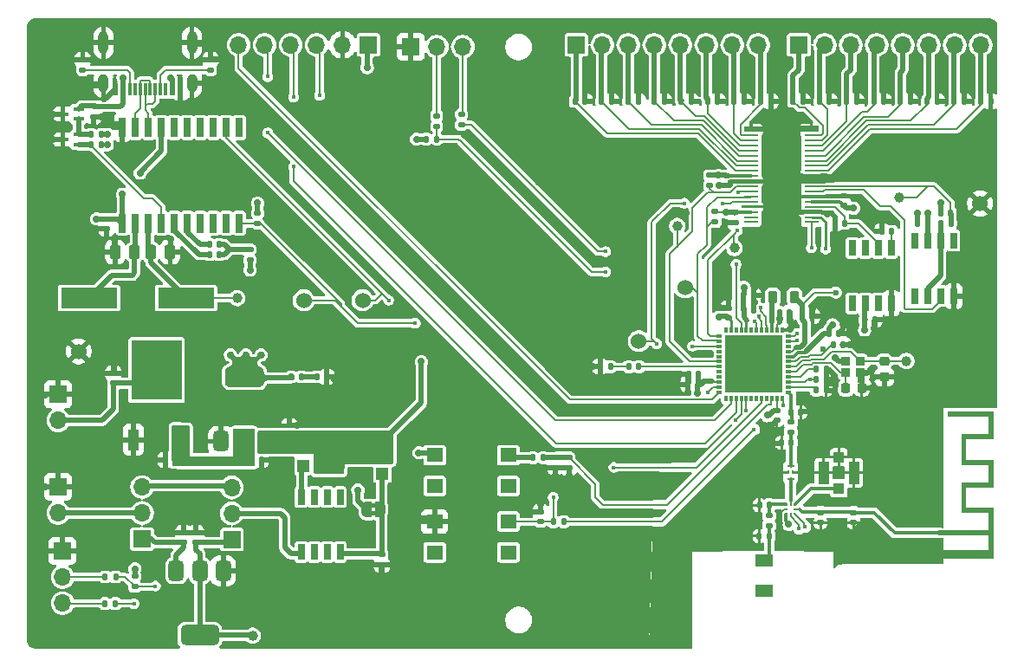
<source format=gtl>
%TF.GenerationSoftware,KiCad,Pcbnew,9.0.0-rc3*%
%TF.CreationDate,2025-05-17T15:27:15+02:00*%
%TF.ProjectId,Processing_board,50726f63-6573-4736-996e-675f626f6172,rev?*%
%TF.SameCoordinates,Original*%
%TF.FileFunction,Copper,L1,Top*%
%TF.FilePolarity,Positive*%
%FSLAX46Y46*%
G04 Gerber Fmt 4.6, Leading zero omitted, Abs format (unit mm)*
G04 Created by KiCad (PCBNEW 9.0.0-rc3) date 2025-05-17 15:27:15*
%MOMM*%
%LPD*%
G01*
G04 APERTURE LIST*
G04 Aperture macros list*
%AMRoundRect*
0 Rectangle with rounded corners*
0 $1 Rounding radius*
0 $2 $3 $4 $5 $6 $7 $8 $9 X,Y pos of 4 corners*
0 Add a 4 corners polygon primitive as box body*
4,1,4,$2,$3,$4,$5,$6,$7,$8,$9,$2,$3,0*
0 Add four circle primitives for the rounded corners*
1,1,$1+$1,$2,$3*
1,1,$1+$1,$4,$5*
1,1,$1+$1,$6,$7*
1,1,$1+$1,$8,$9*
0 Add four rect primitives between the rounded corners*
20,1,$1+$1,$2,$3,$4,$5,0*
20,1,$1+$1,$4,$5,$6,$7,0*
20,1,$1+$1,$6,$7,$8,$9,0*
20,1,$1+$1,$8,$9,$2,$3,0*%
%AMFreePoly0*
4,1,23,0.500000,-0.750000,0.000000,-0.750000,0.000000,-0.745722,-0.065263,-0.745722,-0.191342,-0.711940,-0.304381,-0.646677,-0.396677,-0.554381,-0.461940,-0.441342,-0.495722,-0.315263,-0.495722,-0.250000,-0.500000,-0.250000,-0.500000,0.250000,-0.495722,0.250000,-0.495722,0.315263,-0.461940,0.441342,-0.396677,0.554381,-0.304381,0.646677,-0.191342,0.711940,-0.065263,0.745722,0.000000,0.745722,
0.000000,0.750000,0.500000,0.750000,0.500000,-0.750000,0.500000,-0.750000,$1*%
%AMFreePoly1*
4,1,23,0.000000,0.745722,0.065263,0.745722,0.191342,0.711940,0.304381,0.646677,0.396677,0.554381,0.461940,0.441342,0.495722,0.315263,0.495722,0.250000,0.500000,0.250000,0.500000,-0.250000,0.495722,-0.250000,0.495722,-0.315263,0.461940,-0.441342,0.396677,-0.554381,0.304381,-0.646677,0.191342,-0.711940,0.065263,-0.745722,0.000000,-0.745722,0.000000,-0.750000,-0.500000,-0.750000,
-0.500000,0.750000,0.000000,0.750000,0.000000,0.745722,0.000000,0.745722,$1*%
G04 Aperture macros list end*
%TA.AperFunction,EtchedComponent*%
%ADD10C,0.000000*%
%TD*%
%TA.AperFunction,ConnectorPad*%
%ADD11R,0.500000X0.500000*%
%TD*%
%TA.AperFunction,ComponentPad*%
%ADD12R,0.500000X0.900000*%
%TD*%
%TA.AperFunction,SMDPad,CuDef*%
%ADD13RoundRect,0.140000X-0.140000X-0.170000X0.140000X-0.170000X0.140000X0.170000X-0.140000X0.170000X0*%
%TD*%
%TA.AperFunction,SMDPad,CuDef*%
%ADD14R,0.650000X1.528000*%
%TD*%
%TA.AperFunction,SMDPad,CuDef*%
%ADD15C,1.000000*%
%TD*%
%TA.AperFunction,SMDPad,CuDef*%
%ADD16RoundRect,0.140000X0.140000X0.170000X-0.140000X0.170000X-0.140000X-0.170000X0.140000X-0.170000X0*%
%TD*%
%TA.AperFunction,SMDPad,CuDef*%
%ADD17RoundRect,0.140000X0.170000X-0.140000X0.170000X0.140000X-0.170000X0.140000X-0.170000X-0.140000X0*%
%TD*%
%TA.AperFunction,ComponentPad*%
%ADD18R,1.700000X1.700000*%
%TD*%
%TA.AperFunction,ComponentPad*%
%ADD19O,1.700000X1.700000*%
%TD*%
%TA.AperFunction,SMDPad,CuDef*%
%ADD20RoundRect,0.135000X0.135000X0.185000X-0.135000X0.185000X-0.135000X-0.185000X0.135000X-0.185000X0*%
%TD*%
%TA.AperFunction,ComponentPad*%
%ADD21C,1.530000*%
%TD*%
%TA.AperFunction,SMDPad,CuDef*%
%ADD22RoundRect,0.135000X0.185000X-0.135000X0.185000X0.135000X-0.185000X0.135000X-0.185000X-0.135000X0*%
%TD*%
%TA.AperFunction,SMDPad,CuDef*%
%ADD23RoundRect,0.147500X-0.172500X0.147500X-0.172500X-0.147500X0.172500X-0.147500X0.172500X0.147500X0*%
%TD*%
%TA.AperFunction,SMDPad,CuDef*%
%ADD24RoundRect,0.135000X-0.135000X-0.185000X0.135000X-0.185000X0.135000X0.185000X-0.135000X0.185000X0*%
%TD*%
%TA.AperFunction,SMDPad,CuDef*%
%ADD25RoundRect,0.375000X-0.375000X0.625000X-0.375000X-0.625000X0.375000X-0.625000X0.375000X0.625000X0*%
%TD*%
%TA.AperFunction,SMDPad,CuDef*%
%ADD26RoundRect,0.500000X-1.400000X0.500000X-1.400000X-0.500000X1.400000X-0.500000X1.400000X0.500000X0*%
%TD*%
%TA.AperFunction,SMDPad,CuDef*%
%ADD27R,1.000000X0.400000*%
%TD*%
%TA.AperFunction,SMDPad,CuDef*%
%ADD28RoundRect,0.225000X0.225000X0.250000X-0.225000X0.250000X-0.225000X-0.250000X0.225000X-0.250000X0*%
%TD*%
%TA.AperFunction,SMDPad,CuDef*%
%ADD29R,1.404099X0.279400*%
%TD*%
%TA.AperFunction,SMDPad,CuDef*%
%ADD30R,1.000000X2.100000*%
%TD*%
%TA.AperFunction,SMDPad,CuDef*%
%ADD31R,4.900000X5.850000*%
%TD*%
%TA.AperFunction,SMDPad,CuDef*%
%ADD32RoundRect,0.140000X-0.170000X0.140000X-0.170000X-0.140000X0.170000X-0.140000X0.170000X0.140000X0*%
%TD*%
%TA.AperFunction,SMDPad,CuDef*%
%ADD33R,0.600000X1.150000*%
%TD*%
%TA.AperFunction,SMDPad,CuDef*%
%ADD34R,0.300000X1.150000*%
%TD*%
%TA.AperFunction,ComponentPad*%
%ADD35O,1.000000X1.800000*%
%TD*%
%TA.AperFunction,ComponentPad*%
%ADD36O,1.000000X2.200000*%
%TD*%
%TA.AperFunction,SMDPad,CuDef*%
%ADD37R,0.300000X0.550000*%
%TD*%
%TA.AperFunction,SMDPad,CuDef*%
%ADD38R,0.550000X0.300000*%
%TD*%
%TA.AperFunction,SMDPad,CuDef*%
%ADD39R,5.599999X5.599999*%
%TD*%
%TA.AperFunction,SMDPad,CuDef*%
%ADD40R,0.700000X0.275000*%
%TD*%
%TA.AperFunction,SMDPad,CuDef*%
%ADD41R,0.245000X0.450000*%
%TD*%
%TA.AperFunction,SMDPad,CuDef*%
%ADD42R,0.650000X1.525000*%
%TD*%
%TA.AperFunction,SMDPad,CuDef*%
%ADD43RoundRect,0.135000X-0.185000X0.135000X-0.185000X-0.135000X0.185000X-0.135000X0.185000X0.135000X0*%
%TD*%
%TA.AperFunction,SMDPad,CuDef*%
%ADD44R,1.600000X1.400000*%
%TD*%
%TA.AperFunction,SMDPad,CuDef*%
%ADD45R,1.000000X1.050000*%
%TD*%
%TA.AperFunction,SMDPad,CuDef*%
%ADD46R,1.050000X2.200000*%
%TD*%
%TA.AperFunction,SMDPad,CuDef*%
%ADD47RoundRect,0.218750X0.218750X0.381250X-0.218750X0.381250X-0.218750X-0.381250X0.218750X-0.381250X0*%
%TD*%
%TA.AperFunction,SMDPad,CuDef*%
%ADD48R,1.200000X1.000000*%
%TD*%
%TA.AperFunction,SMDPad,CuDef*%
%ADD49R,1.200000X1.150000*%
%TD*%
%TA.AperFunction,SMDPad,CuDef*%
%ADD50R,1.500000X1.550000*%
%TD*%
%TA.AperFunction,SMDPad,CuDef*%
%ADD51R,0.250000X0.250000*%
%TD*%
%TA.AperFunction,SMDPad,CuDef*%
%ADD52RoundRect,0.375000X0.375000X-0.625000X0.375000X0.625000X-0.375000X0.625000X-0.375000X-0.625000X0*%
%TD*%
%TA.AperFunction,SMDPad,CuDef*%
%ADD53RoundRect,0.500000X1.400000X-0.500000X1.400000X0.500000X-1.400000X0.500000X-1.400000X-0.500000X0*%
%TD*%
%TA.AperFunction,SMDPad,CuDef*%
%ADD54FreePoly0,0.000000*%
%TD*%
%TA.AperFunction,SMDPad,CuDef*%
%ADD55FreePoly1,0.000000*%
%TD*%
%TA.AperFunction,SMDPad,CuDef*%
%ADD56RoundRect,0.147500X-0.147500X-0.172500X0.147500X-0.172500X0.147500X0.172500X-0.147500X0.172500X0*%
%TD*%
%TA.AperFunction,SMDPad,CuDef*%
%ADD57R,1.800000X1.150000*%
%TD*%
%TA.AperFunction,SMDPad,CuDef*%
%ADD58RoundRect,0.250000X0.250000X0.475000X-0.250000X0.475000X-0.250000X-0.475000X0.250000X-0.475000X0*%
%TD*%
%TA.AperFunction,SMDPad,CuDef*%
%ADD59RoundRect,0.250000X-0.250000X-0.475000X0.250000X-0.475000X0.250000X0.475000X-0.250000X0.475000X0*%
%TD*%
%TA.AperFunction,SMDPad,CuDef*%
%ADD60RoundRect,0.147500X0.147500X0.172500X-0.147500X0.172500X-0.147500X-0.172500X0.147500X-0.172500X0*%
%TD*%
%TA.AperFunction,SMDPad,CuDef*%
%ADD61R,0.889000X0.812800*%
%TD*%
%TA.AperFunction,SMDPad,CuDef*%
%ADD62R,1.000000X1.200000*%
%TD*%
%TA.AperFunction,SMDPad,CuDef*%
%ADD63R,1.150000X1.200000*%
%TD*%
%TA.AperFunction,SMDPad,CuDef*%
%ADD64R,1.550000X1.500000*%
%TD*%
%TA.AperFunction,SMDPad,CuDef*%
%ADD65RoundRect,0.225000X-0.250000X0.225000X-0.250000X-0.225000X0.250000X-0.225000X0.250000X0.225000X0*%
%TD*%
%TA.AperFunction,SMDPad,CuDef*%
%ADD66R,5.500000X2.000000*%
%TD*%
%TA.AperFunction,SMDPad,CuDef*%
%ADD67R,0.650000X1.850000*%
%TD*%
%TA.AperFunction,ViaPad*%
%ADD68C,0.700000*%
%TD*%
%TA.AperFunction,ViaPad*%
%ADD69C,0.600000*%
%TD*%
%TA.AperFunction,ViaPad*%
%ADD70C,0.450000*%
%TD*%
%TA.AperFunction,Conductor*%
%ADD71C,0.500000*%
%TD*%
%TA.AperFunction,Conductor*%
%ADD72C,0.300000*%
%TD*%
%TA.AperFunction,Conductor*%
%ADD73C,0.320800*%
%TD*%
%TA.AperFunction,Conductor*%
%ADD74C,0.200000*%
%TD*%
%TA.AperFunction,Conductor*%
%ADD75C,0.150000*%
%TD*%
%TA.AperFunction,Conductor*%
%ADD76C,0.250000*%
%TD*%
%TA.AperFunction,Conductor*%
%ADD77C,0.190000*%
%TD*%
G04 APERTURE END LIST*
D10*
%TA.AperFunction,EtchedComponent*%
%TO.C,AE1*%
G36*
X173400000Y-107350000D02*
G01*
X170760000Y-107350000D01*
X170760000Y-109350000D01*
X173400000Y-109350000D01*
X173400000Y-112050000D01*
X170760000Y-112050000D01*
X170760000Y-114050000D01*
X173400000Y-114050000D01*
X173400000Y-119050000D01*
X168243215Y-119050000D01*
X168000000Y-119050000D01*
X168000000Y-118625156D01*
X168103957Y-118625156D01*
X168116065Y-118667819D01*
X168120419Y-118675731D01*
X168153203Y-118713674D01*
X168195605Y-118737742D01*
X168243215Y-118747583D01*
X168291622Y-118742847D01*
X168336416Y-118723185D01*
X168373186Y-118688245D01*
X168390092Y-118655353D01*
X168397982Y-118607267D01*
X168391408Y-118557682D01*
X168371313Y-118512372D01*
X168338643Y-118477112D01*
X168306417Y-118460218D01*
X168258158Y-118451778D01*
X168208632Y-118458309D01*
X168163447Y-118478868D01*
X168128213Y-118512511D01*
X168117600Y-118531122D01*
X168104700Y-118576637D01*
X168103957Y-118625156D01*
X168000000Y-118625156D01*
X168000000Y-118150000D01*
X172900000Y-118150000D01*
X172900000Y-116750000D01*
X168000000Y-116750000D01*
X168000000Y-116250000D01*
X172900000Y-116250000D01*
X172900000Y-114550000D01*
X170260000Y-114550000D01*
X170260000Y-111550000D01*
X172900000Y-111550000D01*
X172900000Y-109850000D01*
X170260000Y-109850000D01*
X170260000Y-106850000D01*
X172900000Y-106850000D01*
X172900000Y-105150000D01*
X168960000Y-105150000D01*
X168960000Y-104650000D01*
X173400000Y-104650000D01*
X173400000Y-107350000D01*
G37*
%TD.AperFunction*%
%TA.AperFunction,EtchedComponent*%
%TO.C,JP1*%
G36*
X113045000Y-114001000D02*
G01*
X112545000Y-114001000D01*
X112545000Y-113601000D01*
X113045000Y-113601000D01*
X113045000Y-114001000D01*
G37*
%TD.AperFunction*%
%TA.AperFunction,EtchedComponent*%
G36*
X113045000Y-114801000D02*
G01*
X112545000Y-114801000D01*
X112545000Y-114401000D01*
X113045000Y-114401000D01*
X113045000Y-114801000D01*
G37*
%TD.AperFunction*%
%TD*%
D11*
%TO.P,AE1,1,FEED*%
%TO.N,/RF circuitry & antennas/RF_PCB_ANT*%
X168250000Y-116500000D03*
D12*
%TO.P,AE1,2,PCB_Trace*%
%TO.N,GND*%
X168250000Y-118600000D03*
%TD*%
D13*
%TO.P,C26,1*%
%TO.N,/ADC/CH1*%
X135100017Y-74319503D03*
%TO.P,C26,2*%
%TO.N,GND*%
X136060017Y-74319503D03*
%TD*%
D14*
%TO.P,U2,1,NC_1*%
%TO.N,unconnected-(U2-NC_1-Pad1)*%
X165720000Y-93352000D03*
%TO.P,U2,2,-IN*%
%TO.N,Net-(U2--IN)*%
X166990000Y-93352000D03*
%TO.P,U2,3,+IN*%
%TO.N,/ADC/MXO*%
X168260000Y-93352000D03*
%TO.P,U2,4,V-*%
%TO.N,GND*%
X169530000Y-93352000D03*
%TO.P,U2,5,NC_2*%
%TO.N,unconnected-(U2-NC_2-Pad5)*%
X169530000Y-87930000D03*
%TO.P,U2,6,OUT*%
%TO.N,Net-(U2--IN)*%
X168260000Y-87930000D03*
%TO.P,U2,7,V+*%
%TO.N,+5V*%
X166990000Y-87930000D03*
%TO.P,U2,8,NC_3*%
%TO.N,unconnected-(U2-NC_3-Pad8)*%
X165720000Y-87930000D03*
%TD*%
D15*
%TO.P,TP4,1,1*%
%TO.N,/ADC/AINP*%
X164200000Y-83750000D03*
%TD*%
D16*
%TO.P,C57,1*%
%TO.N,+5V*%
X166980000Y-86250000D03*
%TO.P,C57,2*%
%TO.N,GND*%
X166020000Y-86250000D03*
%TD*%
D17*
%TO.P,C2,1*%
%TO.N,/SWD_NRST*%
X129150000Y-115400000D03*
%TO.P,C2,2*%
%TO.N,GND*%
X129150000Y-114440000D03*
%TD*%
D18*
%TO.P,J1,1,Pin_1*%
%TO.N,/ADC/CH0*%
X132640000Y-68800000D03*
D19*
%TO.P,J1,2,Pin_2*%
%TO.N,/ADC/CH1*%
X135180000Y-68800000D03*
%TO.P,J1,3,Pin_3*%
%TO.N,/ADC/CH2*%
X137720000Y-68800000D03*
%TO.P,J1,4,Pin_4*%
%TO.N,/ADC/CH3*%
X140260000Y-68800000D03*
%TO.P,J1,5,Pin_5*%
%TO.N,/ADC/CH4*%
X142800000Y-68800000D03*
%TO.P,J1,6,Pin_6*%
%TO.N,/ADC/CH5*%
X145340000Y-68800000D03*
%TO.P,J1,7,Pin_7*%
%TO.N,/ADC/CH6*%
X147880000Y-68800000D03*
%TO.P,J1,8,Pin_8*%
%TO.N,/ADC/CH7*%
X150420000Y-68800000D03*
%TD*%
D20*
%TO.P,R8,1*%
%TO.N,/BOOT0*%
X129410000Y-109150000D03*
%TO.P,R8,2*%
%TO.N,Net-(R8-Pad2)*%
X128390000Y-109150000D03*
%TD*%
D16*
%TO.P,C16,1*%
%TO.N,/ADC/REFP*%
X158865017Y-86250000D03*
%TO.P,C16,2*%
%TO.N,GND*%
X157905017Y-86250000D03*
%TD*%
%TO.P,C35,1*%
%TO.N,/RF circuitry & antennas/RF_MATCH*%
X153654651Y-107682842D03*
%TO.P,C35,2*%
%TO.N,GND*%
X152694651Y-107682842D03*
%TD*%
D21*
%TO.P,TP1,1*%
%TO.N,GND*%
X84000000Y-98750000D03*
%TD*%
D22*
%TO.P,R16,1*%
%TO.N,/USB-C circuit/USB_CC2*%
X84400000Y-71250000D03*
%TO.P,R16,2*%
%TO.N,GND*%
X84400000Y-70230000D03*
%TD*%
D23*
%TO.P,L2,1,1*%
%TO.N,/RF circuitry & antennas/RF_CERAMIC_MATCH*%
X151466003Y-114810842D03*
%TO.P,L2,2,2*%
%TO.N,/RF circuitry & antennas/RF_CERAMIC_ANT*%
X151466003Y-115780842D03*
%TD*%
D24*
%TO.P,R11,1*%
%TO.N,Net-(U2--IN)*%
X168240000Y-86250000D03*
%TO.P,R11,2*%
%TO.N,/ADC/AINP*%
X169260000Y-86250000D03*
%TD*%
D13*
%TO.P,C18,1*%
%TO.N,/ADC/CH7*%
X150675017Y-74319503D03*
%TO.P,C18,2*%
%TO.N,GND*%
X151635017Y-74319503D03*
%TD*%
D25*
%TO.P,U5,1,GND*%
%TO.N,GND*%
X98133000Y-120197500D03*
%TO.P,U5,2,VO*%
%TO.N,/Power switching and voltage adaptation/Post_LDO5V*%
X95833000Y-120197500D03*
D26*
X95833000Y-126497500D03*
D25*
%TO.P,U5,3,VI*%
%TO.N,/Power switching and voltage adaptation/Pre_LDO5V*%
X93533000Y-120197500D03*
%TD*%
D15*
%TO.P,TP7,1,1*%
%TO.N,/SPI_\u002ACS*%
X142500000Y-86500000D03*
%TD*%
D27*
%TO.P,Q3,1,D*%
%TO.N,/USB-C circuit/MCP_NRST*%
X83980000Y-78550000D03*
%TO.P,Q3,2,G*%
%TO.N,Net-(Q2-D)*%
X83980000Y-77550000D03*
%TO.P,Q3,3,S*%
%TO.N,GND*%
X82480000Y-78050000D03*
%TD*%
D18*
%TO.P,J4,1,Pin_1*%
%TO.N,GND*%
X82425000Y-118275000D03*
D19*
%TO.P,J4,2,Pin_2*%
%TO.N,/USART2_TX_CONN*%
X82425000Y-120815000D03*
%TO.P,J4,3,Pin_3*%
%TO.N,/USART2_RX_CONN*%
X82425000Y-123355000D03*
%TD*%
D13*
%TO.P,C9,1*%
%TO.N,GND*%
X162520000Y-87000000D03*
%TO.P,C9,2*%
%TO.N,Net-(U3-TRIM{slash}NR)*%
X163480000Y-87000000D03*
%TD*%
%TO.P,C25,1*%
%TO.N,/ADC/CH2*%
X137720017Y-74319503D03*
%TO.P,C25,2*%
%TO.N,GND*%
X138680017Y-74319503D03*
%TD*%
%TO.P,C5,1*%
%TO.N,/ADC/CH8*%
X153825017Y-74319503D03*
%TO.P,C5,2*%
%TO.N,GND*%
X154785017Y-74319503D03*
%TD*%
D16*
%TO.P,C43,1*%
%TO.N,+3.3V*%
X144530466Y-102000000D03*
%TO.P,C43,2*%
%TO.N,GND*%
X143570466Y-102000000D03*
%TD*%
D13*
%TO.P,C8,1*%
%TO.N,/ADC/CH10*%
X159075017Y-74319503D03*
%TO.P,C8,2*%
%TO.N,GND*%
X160035017Y-74319503D03*
%TD*%
%TO.P,C34,1*%
%TO.N,/RF*%
X153625000Y-104698000D03*
%TO.P,C34,2*%
%TO.N,GND*%
X154585000Y-104698000D03*
%TD*%
D21*
%TO.P,TP13,1*%
%TO.N,/USART1_TX*%
X111750000Y-93750000D03*
%TD*%
D28*
%TO.P,C4,1*%
%TO.N,GND*%
X160535000Y-102310000D03*
%TO.P,C4,2*%
%TO.N,/OSC_OUT*%
X158985000Y-102310000D03*
%TD*%
D13*
%TO.P,C15,1*%
%TO.N,/ADC/CH14*%
X169575017Y-74319503D03*
%TO.P,C15,2*%
%TO.N,GND*%
X170535017Y-74319503D03*
%TD*%
D29*
%TO.P,U4,1,GPIO2*%
%TO.N,/ADC_GPIO2*%
X155615017Y-86119501D03*
%TO.P,U4,2,GPIO3*%
%TO.N,/ADC_GPIO3*%
X155615017Y-85619502D03*
%TO.P,U4,3,REFM*%
%TO.N,GND*%
X155615017Y-85119503D03*
%TO.P,U4,4,REFP*%
%TO.N,/ADC/REFP*%
X155615017Y-84619501D03*
%TO.P,U4,5,VA+*%
%TO.N,+3.3V*%
X155615017Y-84119502D03*
%TO.P,U4,6,AGND*%
%TO.N,GND*%
X155615017Y-83619503D03*
%TO.P,U4,7,MXO*%
%TO.N,/ADC/MXO*%
X155615017Y-83119502D03*
%TO.P,U4,8,AINP*%
%TO.N,/ADC/AINP*%
X155615017Y-82619503D03*
%TO.P,U4,9,AINM*%
%TO.N,GND*%
X155615017Y-82119501D03*
%TO.P,U4,10,AGND*%
X155615017Y-81619502D03*
%TO.P,U4,11,CH15*%
%TO.N,/ADC/CH15*%
X155615017Y-81119503D03*
%TO.P,U4,12,CH14*%
%TO.N,/ADC/CH14*%
X155615017Y-80619501D03*
%TO.P,U4,13,CH13*%
%TO.N,/ADC/CH13*%
X155615017Y-80119502D03*
%TO.P,U4,14,CH12*%
%TO.N,/ADC/CH12*%
X155615017Y-79619501D03*
%TO.P,U4,15,CH11*%
%TO.N,/ADC/CH11*%
X155615017Y-79119502D03*
%TO.P,U4,16,CH10*%
%TO.N,/ADC/CH10*%
X155615017Y-78619503D03*
%TO.P,U4,17,CH9*%
%TO.N,/ADC/CH9*%
X155615017Y-78119501D03*
%TO.P,U4,18,CH8*%
%TO.N,/ADC/CH8*%
X155615017Y-77619502D03*
%TO.P,U4,19,AGND*%
%TO.N,GND*%
X155615017Y-77119501D03*
%TO.P,U4,20,AGND*%
X149715121Y-77119503D03*
%TO.P,U4,21,CH7*%
%TO.N,/ADC/CH7*%
X149715121Y-77619502D03*
%TO.P,U4,22,CH6*%
%TO.N,/ADC/CH6*%
X149715121Y-78119501D03*
%TO.P,U4,23,CH5*%
%TO.N,/ADC/CH5*%
X149715121Y-78619503D03*
%TO.P,U4,24,CH4*%
%TO.N,/ADC/CH4*%
X149715121Y-79119502D03*
%TO.P,U4,25,CH3*%
%TO.N,/ADC/CH3*%
X149715121Y-79619503D03*
%TO.P,U4,26,CH2*%
%TO.N,/ADC/CH2*%
X149715121Y-80119502D03*
%TO.P,U4,27,CH1*%
%TO.N,/ADC/CH1*%
X149715121Y-80619501D03*
%TO.P,U4,28,CH0*%
%TO.N,/ADC/CH0*%
X149715121Y-81119503D03*
%TO.P,U4,29,VA+*%
%TO.N,+3.3V*%
X149715121Y-81619502D03*
%TO.P,U4,30,AGND*%
%TO.N,GND*%
X149715121Y-82119504D03*
%TO.P,U4,31,\u002ACS*%
%TO.N,/SPI_\u002ACS*%
X149715121Y-82619503D03*
%TO.P,U4,32,SCLK*%
%TO.N,/SPI3_SCK*%
X149715121Y-83119502D03*
%TO.P,U4,33,SDI*%
%TO.N,/SPI3_MISO*%
X149715121Y-83619503D03*
%TO.P,U4,34,SDO*%
%TO.N,/SPI3_MOSI*%
X149715121Y-84119502D03*
%TO.P,U4,35,BDGND*%
%TO.N,GND*%
X149715121Y-84619501D03*
%TO.P,U4,36,VBD+*%
%TO.N,+3.3V*%
X149715121Y-85119503D03*
%TO.P,U4,37,GPIO0*%
%TO.N,unconnected-(U4-GPIO0-Pad37)*%
X149715121Y-85619502D03*
%TO.P,U4,38,GPIO1*%
%TO.N,unconnected-(U4-GPIO1-Pad38)*%
X149715121Y-86119503D03*
%TD*%
D30*
%TO.P,U7,1,ADJ/GND*%
%TO.N,GND*%
X89335000Y-107395000D03*
%TO.P,U7,3,Vin*%
%TO.N,+3.3V*%
X93895000Y-107395000D03*
D31*
%TO.P,U7,4,Vout*%
%TO.N,/EMG_modules_1.8V*%
X91615000Y-100595000D03*
%TD*%
D13*
%TO.P,C39,1*%
%TO.N,GND*%
X150516003Y-116795842D03*
%TO.P,C39,2*%
%TO.N,/RF circuitry & antennas/RF_CERAMIC_ANT*%
X151476003Y-116795842D03*
%TD*%
D32*
%TO.P,C29,1*%
%TO.N,GND*%
X95488000Y-116467500D03*
%TO.P,C29,2*%
%TO.N,/Power switching and voltage adaptation/Post_LDO5V*%
X95488000Y-117427500D03*
%TD*%
D16*
%TO.P,C14,1*%
%TO.N,/ADC/AINP*%
X169230000Y-85250000D03*
%TO.P,C14,2*%
%TO.N,GND*%
X168270000Y-85250000D03*
%TD*%
D33*
%TO.P,J11,A1_B12,GND_A*%
%TO.N,GND*%
X93950000Y-73152500D03*
%TO.P,J11,A4_B9,VBUS_A*%
%TO.N,/USB-C circuit/USB_VBUS*%
X93150000Y-73152500D03*
D34*
%TO.P,J11,A5,CC1*%
%TO.N,/USB-C circuit/USB_CC1*%
X92000000Y-73152500D03*
%TO.P,J11,A6,D+*%
%TO.N,/USB-C circuit/USB_D+*%
X91000000Y-73152500D03*
%TO.P,J11,A7,D-*%
%TO.N,/USB-C circuit/USB_D-*%
X90500000Y-73152500D03*
%TO.P,J11,A8,SBU1*%
%TO.N,unconnected-(J11-SBU1-PadA8)*%
X89500000Y-73152500D03*
D33*
%TO.P,J11,B1_A12,GND_B*%
%TO.N,GND*%
X87550000Y-73152500D03*
%TO.P,J11,B4_A9,VBUS_B*%
%TO.N,/USB-C circuit/USB_VBUS*%
X88350000Y-73152500D03*
D34*
%TO.P,J11,B5,CC2*%
%TO.N,/USB-C circuit/USB_CC2*%
X89000000Y-73152500D03*
%TO.P,J11,B6,D+*%
%TO.N,/USB-C circuit/USB_D+*%
X90000000Y-73152500D03*
%TO.P,J11,B7,D-*%
%TO.N,/USB-C circuit/USB_D-*%
X91500000Y-73152500D03*
%TO.P,J11,B8,SBU2*%
%TO.N,unconnected-(J11-SBU2-PadB8)*%
X92500000Y-73152500D03*
D35*
%TO.P,J11,SH1,SHIELD*%
%TO.N,GND*%
X95070000Y-72577500D03*
%TO.P,J11,SH2,SHIELD*%
X86430000Y-72577500D03*
D36*
%TO.P,J11,SH3,SHIELD*%
X95070000Y-68577500D03*
%TO.P,J11,SH4,SHIELD*%
X86430000Y-68577500D03*
%TD*%
D37*
%TO.P,U1,1,VSSSMPS*%
%TO.N,GND*%
X152750693Y-96625000D03*
%TO.P,U1,2,VDDSMPS*%
%TO.N,+3.3V*%
X152250567Y-96625000D03*
%TO.P,U1,3,VLXSMPS*%
%TO.N,/VLXSMPS*%
X151750441Y-96625000D03*
%TO.P,U1,4,PB12*%
%TO.N,/USART1_TX*%
X151250315Y-96625000D03*
%TO.P,U1,5,PA8*%
%TO.N,/USART1_RX*%
X150750189Y-96625000D03*
%TO.P,U1,6,PA7*%
%TO.N,/USART3_TX*%
X150250063Y-96625000D03*
%TO.P,U1,7,PA6*%
%TO.N,unconnected-(U1-PA6-Pad7)*%
X149749937Y-96625000D03*
%TO.P,U1,8,VDDA*%
%TO.N,+3.3V*%
X149249811Y-96625000D03*
%TO.P,U1,9,PA5*%
%TO.N,/USART3_RX*%
X148749685Y-96625000D03*
%TO.P,U1,10,PA2*%
%TO.N,unconnected-(U1-PA2-Pad10)*%
X148249559Y-96625000D03*
%TO.P,U1,11,VDD*%
%TO.N,+3.3V*%
X147749433Y-96625000D03*
%TO.P,U1,12,PA1*%
%TO.N,unconnected-(U1-PA1-Pad12)*%
X147249307Y-96625000D03*
D38*
%TO.P,U1,13,PA0*%
%TO.N,/SPI3_SCK*%
X146625000Y-97250000D03*
%TO.P,U1,14,PB9*%
%TO.N,/SPI3_MISO*%
X146625000Y-97749999D03*
%TO.P,U1,15,PB8*%
%TO.N,/SPI3_MOSI*%
X146625000Y-98250001D03*
%TO.P,U1,16,PC15-OSC32_OUT*%
%TO.N,unconnected-(U1-PC15-OSC32_OUT-Pad16)*%
X146625000Y-98750000D03*
%TO.P,U1,17,PC14-OSC32_IN*%
%TO.N,unconnected-(U1-PC14-OSC32_IN-Pad17)*%
X146625000Y-99249999D03*
%TO.P,U1,18,PC13*%
%TO.N,/SPI_\u002ACS*%
X146625000Y-99750000D03*
%TO.P,U1,19,PB7*%
%TO.N,/LED*%
X146625000Y-100250000D03*
%TO.P,U1,20,PB6*%
%TO.N,unconnected-(U1-PB6-Pad20)*%
X146625000Y-100750001D03*
%TO.P,U1,21,PB5*%
%TO.N,unconnected-(U1-PB5-Pad21)*%
X146625000Y-101250000D03*
%TO.P,U1,22,VDD*%
%TO.N,+3.3V*%
X146625000Y-101749999D03*
%TO.P,U1,23,PB4*%
%TO.N,/USART2_RX*%
X146625000Y-102250001D03*
%TO.P,U1,24,PB3*%
%TO.N,/SWD_Traces*%
X146625000Y-102750000D03*
D37*
%TO.P,U1,25,PA15*%
%TO.N,unconnected-(U1-PA15-Pad25)*%
X147249307Y-103375000D03*
%TO.P,U1,26,PA14*%
%TO.N,/SWCLK*%
X147749433Y-103375000D03*
%TO.P,U1,27,PA13*%
%TO.N,/SWDIO*%
X148249559Y-103375000D03*
%TO.P,U1,28,PA12*%
%TO.N,/ANT_LOGIC_2*%
X148749685Y-103375000D03*
%TO.P,U1,29,PA11*%
%TO.N,/ANT_LOGIC_1*%
X149249811Y-103375000D03*
%TO.P,U1,30,PB2*%
%TO.N,unconnected-(U1-PB2-Pad30)*%
X149749937Y-103375000D03*
%TO.P,U1,31,PB1*%
%TO.N,unconnected-(U1-PB1-Pad31)*%
X150250063Y-103375000D03*
%TO.P,U1,32,PB0*%
%TO.N,/USART2_TX*%
X150750189Y-103375000D03*
%TO.P,U1,33,PB15*%
%TO.N,unconnected-(U1-PB15-Pad33)*%
X151250315Y-103375000D03*
%TO.P,U1,34,PH3-BOOT0*%
%TO.N,/BOOT0*%
X151750441Y-103375000D03*
%TO.P,U1,35,VDD*%
%TO.N,+3.3V*%
X152250567Y-103375000D03*
%TO.P,U1,36,NRST*%
%TO.N,Net-(U1-NRST)*%
X152750693Y-103375000D03*
D38*
%TO.P,U1,37,RF*%
%TO.N,/RF*%
X153375000Y-102750000D03*
%TO.P,U1,38,VDDHPA*%
%TO.N,/VDDHPA*%
X153375000Y-102250001D03*
%TO.P,U1,39,VDDANA*%
%TO.N,/VDD11*%
X153375000Y-101749999D03*
%TO.P,U1,40,VDDRF*%
%TO.N,/VDDRF*%
X153375000Y-101250000D03*
%TO.P,U1,41,OSC_OUT*%
%TO.N,/OSC_OUT*%
X153375000Y-100750001D03*
%TO.P,U1,42,OSC_IN*%
%TO.N,/OSC_IN*%
X153375000Y-100250000D03*
%TO.P,U1,43,VDDRFPA*%
%TO.N,/VDD11*%
X153375000Y-99750000D03*
%TO.P,U1,44,VDD*%
%TO.N,+3.3V*%
X153375000Y-99249999D03*
%TO.P,U1,45,VDD11*%
%TO.N,/VDD11*%
X153375000Y-98750000D03*
%TO.P,U1,46,PA10*%
%TO.N,unconnected-(U1-PA10-Pad46)*%
X153375000Y-98250001D03*
%TO.P,U1,47,PA9*%
%TO.N,/ADC_GPIO3*%
X153375000Y-97749999D03*
%TO.P,U1,48,PB14*%
%TO.N,/ADC_GPIO2*%
X153375000Y-97250000D03*
D39*
%TO.P,U1,49,EPAD*%
%TO.N,GND*%
X150000000Y-100000000D03*
%TD*%
D18*
%TO.P,J8,1,Pin_1*%
%TO.N,/Power switching and voltage adaptation/Pre_LDO5V*%
X90200000Y-117080000D03*
D19*
%TO.P,J8,2,Pin_2*%
%TO.N,/Power*%
X90200000Y-114540000D03*
%TO.P,J8,3,Pin_3*%
%TO.N,/Power switching and voltage adaptation/Skip_LDO5V*%
X90200000Y-112000000D03*
%TD*%
D32*
%TO.P,C45,1*%
%TO.N,+3.3V*%
X152250000Y-104540000D03*
%TO.P,C45,2*%
%TO.N,GND*%
X152250000Y-105500000D03*
%TD*%
D40*
%TO.P,FL1,1,IN*%
%TO.N,/RF circuitry & antennas/RF_MATCH*%
X153574651Y-109963842D03*
D41*
%TO.P,FL1,2,GND_1*%
%TO.N,GND*%
X153347651Y-110575842D03*
D40*
%TO.P,FL1,3,OUT*%
%TO.N,/RF circuitry & antennas/RF_LPF*%
X153574651Y-111188842D03*
D41*
%TO.P,FL1,4,GND_2*%
%TO.N,GND*%
X153801651Y-110575842D03*
%TD*%
D16*
%TO.P,C38,1*%
%TO.N,/RF circuitry & antennas/RF_CERAMIC_MATCH*%
X151496003Y-113795842D03*
%TO.P,C38,2*%
%TO.N,GND*%
X150536003Y-113795842D03*
%TD*%
D42*
%TO.P,Q1,1,S_1*%
%TO.N,/Power switching and voltage adaptation/5V_Pre_PMOS*%
X105750000Y-118376000D03*
%TO.P,Q1,2,S_2*%
%TO.N,unconnected-(Q1-S_2-Pad2)*%
X107020000Y-118376000D03*
%TO.P,Q1,3,S_3*%
%TO.N,unconnected-(Q1-S_3-Pad3)*%
X108290000Y-118376000D03*
%TO.P,Q1,4,G*%
%TO.N,Net-(D3-A)*%
X109560000Y-118376000D03*
%TO.P,Q1,5,D_1*%
%TO.N,unconnected-(Q1-D_1-Pad5)*%
X109560000Y-113000000D03*
%TO.P,Q1,6,D_2*%
%TO.N,unconnected-(Q1-D_2-Pad6)*%
X108290000Y-113000000D03*
%TO.P,Q1,7,D_3*%
%TO.N,unconnected-(Q1-D_3-Pad7)*%
X107020000Y-113000000D03*
%TO.P,Q1,8,D_4*%
%TO.N,Net-(D2-A)*%
X105750000Y-113000000D03*
%TD*%
D16*
%TO.P,C46,1*%
%TO.N,GND*%
X158690000Y-98110000D03*
%TO.P,C46,2*%
%TO.N,/VDD11*%
X157730000Y-98110000D03*
%TD*%
D43*
%TO.P,R17,1*%
%TO.N,/USB-C circuit/USB_VBUS*%
X85480000Y-74780000D03*
%TO.P,R17,2*%
%TO.N,GND*%
X85480000Y-75800000D03*
%TD*%
D17*
%TO.P,C21,1*%
%TO.N,GND*%
X148157617Y-86145503D03*
%TO.P,C21,2*%
%TO.N,+3.3V*%
X148157617Y-85185503D03*
%TD*%
D16*
%TO.P,C44,1*%
%TO.N,GND*%
X149980000Y-94750000D03*
%TO.P,C44,2*%
%TO.N,+3.3V*%
X149020000Y-94750000D03*
%TD*%
D44*
%TO.P,SW1,1,1*%
%TO.N,unconnected-(SW1-Pad1)*%
X118800000Y-111900000D03*
%TO.P,SW1,2,2*%
%TO.N,unconnected-(SW1-Pad2)*%
X126000000Y-111900000D03*
%TO.P,SW1,3,3*%
%TO.N,+3.3V*%
X118800000Y-108900000D03*
%TO.P,SW1,4,4*%
%TO.N,Net-(R8-Pad2)*%
X126000000Y-108900000D03*
%TD*%
D43*
%TO.P,R22,1*%
%TO.N,+3.3V*%
X146200000Y-85090000D03*
%TO.P,R22,2*%
%TO.N,/SPI3_MISO*%
X146200000Y-86110000D03*
%TD*%
D13*
%TO.P,C50,1*%
%TO.N,GND*%
X143590466Y-101000000D03*
%TO.P,C50,2*%
%TO.N,+3.3V*%
X144550466Y-101000000D03*
%TD*%
D18*
%TO.P,J2,1,Pin_1*%
%TO.N,/ADC/CH8*%
X154380000Y-68800000D03*
D19*
%TO.P,J2,2,Pin_2*%
%TO.N,/ADC/CH9*%
X156920000Y-68800000D03*
%TO.P,J2,3,Pin_3*%
%TO.N,/ADC/CH10*%
X159460000Y-68800000D03*
%TO.P,J2,4,Pin_4*%
%TO.N,/ADC/CH11*%
X162000000Y-68800000D03*
%TO.P,J2,5,Pin_5*%
%TO.N,/ADC/CH12*%
X164540000Y-68800000D03*
%TO.P,J2,6,Pin_6*%
%TO.N,/ADC/CH13*%
X167080000Y-68800000D03*
%TO.P,J2,7,Pin_7*%
%TO.N,/ADC/CH14*%
X169620000Y-68800000D03*
%TO.P,J2,8,Pin_8*%
%TO.N,/ADC/CH15*%
X172160000Y-68800000D03*
%TD*%
D18*
%TO.P,J5,1,Pin_1*%
%TO.N,GND*%
X116475000Y-68975000D03*
D19*
%TO.P,J5,2,Pin_2*%
%TO.N,/USART3_TX_CONN*%
X119015000Y-68975000D03*
%TO.P,J5,3,Pin_3*%
%TO.N,/USART3_RX_CONN*%
X121555000Y-68975000D03*
%TD*%
D22*
%TO.P,R9,1*%
%TO.N,GND*%
X131900000Y-110130000D03*
%TO.P,R9,2*%
%TO.N,/BOOT0*%
X131900000Y-109110000D03*
%TD*%
D45*
%TO.P,J10,1*%
%TO.N,/RF circuitry & antennas/RF_UFL_ANT*%
X158299651Y-112150842D03*
D46*
%TO.P,J10,2*%
%TO.N,GND*%
X159774651Y-110625842D03*
D45*
%TO.P,J10,3*%
X158299651Y-109100842D03*
D46*
%TO.P,J10,4*%
X156824651Y-110625842D03*
%TD*%
D17*
%TO.P,C1,1*%
%TO.N,GND*%
X130600000Y-110105000D03*
%TO.P,C1,2*%
%TO.N,/BOOT0*%
X130600000Y-109145000D03*
%TD*%
D13*
%TO.P,C24,1*%
%TO.N,/ADC/CH3*%
X140270017Y-74319503D03*
%TO.P,C24,2*%
%TO.N,GND*%
X141230017Y-74319503D03*
%TD*%
D43*
%TO.P,R3,1*%
%TO.N,/USART3_TX_CONN*%
X119000000Y-75723338D03*
%TO.P,R3,2*%
%TO.N,/USART3_TX*%
X119000000Y-76743338D03*
%TD*%
D13*
%TO.P,C10,1*%
%TO.N,/ADC/CH11*%
X161715017Y-74319503D03*
%TO.P,C10,2*%
%TO.N,GND*%
X162675017Y-74319503D03*
%TD*%
D47*
%TO.P,L3,1*%
%TO.N,/VDD11*%
X153962500Y-93450000D03*
%TO.P,L3,2*%
%TO.N,/VLXSMPS*%
X151837500Y-93450000D03*
%TD*%
D16*
%TO.P,C51,1*%
%TO.N,GND*%
X157050000Y-100510000D03*
%TO.P,C51,2*%
%TO.N,/VDDRF*%
X156090000Y-100510000D03*
%TD*%
%TO.P,C48,1*%
%TO.N,GND*%
X157050000Y-102510000D03*
%TO.P,C48,2*%
%TO.N,/VDDHPA*%
X156090000Y-102510000D03*
%TD*%
D17*
%TO.P,C12,1*%
%TO.N,+3.3V*%
X158750000Y-84480000D03*
%TO.P,C12,2*%
%TO.N,GND*%
X158750000Y-83520000D03*
%TD*%
D13*
%TO.P,C27,1*%
%TO.N,/ADC/CH0*%
X132495000Y-74320000D03*
%TO.P,C27,2*%
%TO.N,GND*%
X133455000Y-74320000D03*
%TD*%
D43*
%TO.P,R12,1*%
%TO.N,+3.3V*%
X145665017Y-81534503D03*
%TO.P,R12,2*%
%TO.N,/SPI_\u002ACS*%
X145665017Y-82554503D03*
%TD*%
D48*
%TO.P,D3,1,K*%
%TO.N,+5V*%
X113695000Y-107545000D03*
D49*
%TO.P,D3,2,A*%
%TO.N,Net-(D3-A)*%
X113695000Y-110719000D03*
D50*
%TO.P,D3,3,K*%
%TO.N,+5V*%
X113695000Y-108795000D03*
%TD*%
D16*
%TO.P,C47,1*%
%TO.N,GND*%
X158280000Y-97010000D03*
%TO.P,C47,2*%
%TO.N,+3.3V*%
X157320000Y-97010000D03*
%TD*%
D43*
%TO.P,R13,1*%
%TO.N,Net-(D3-A)*%
X113645000Y-118625000D03*
%TO.P,R13,2*%
%TO.N,GND*%
X113645000Y-119645000D03*
%TD*%
D32*
%TO.P,C36,1*%
%TO.N,/RF circuitry & antennas/RF_PCB_ANT*%
X156500000Y-114520000D03*
%TO.P,C36,2*%
%TO.N,GND*%
X156500000Y-115480000D03*
%TD*%
D13*
%TO.P,C22,1*%
%TO.N,/ADC/CH5*%
X145490017Y-74319503D03*
%TO.P,C22,2*%
%TO.N,GND*%
X146450017Y-74319503D03*
%TD*%
D43*
%TO.P,R4,1*%
%TO.N,/USART3_RX_CONN*%
X121410688Y-75578338D03*
%TO.P,R4,2*%
%TO.N,/USART3_RX*%
X121410688Y-76598338D03*
%TD*%
D27*
%TO.P,Q2,1,D*%
%TO.N,Net-(Q2-D)*%
X83980000Y-76050000D03*
%TO.P,Q2,2,G*%
%TO.N,/USB-C circuit/USB_VBUS*%
X83980000Y-75050000D03*
%TO.P,Q2,3,S*%
%TO.N,GND*%
X82480000Y-75550000D03*
%TD*%
D20*
%TO.P,R18,1*%
%TO.N,+3.3V*%
X86250000Y-77550000D03*
%TO.P,R18,2*%
%TO.N,Net-(Q2-D)*%
X85230000Y-77550000D03*
%TD*%
D43*
%TO.P,R21,1*%
%TO.N,+3.3V*%
X101500000Y-85250000D03*
%TO.P,R21,2*%
%TO.N,/USART1_RX*%
X101500000Y-86270000D03*
%TD*%
D15*
%TO.P,TP11,1,1*%
%TO.N,/USB-C circuit/OSC2*%
X99500000Y-93540000D03*
%TD*%
D16*
%TO.P,C32,1*%
%TO.N,+3.3V*%
X93425000Y-109350000D03*
%TO.P,C32,2*%
%TO.N,GND*%
X92465000Y-109350000D03*
%TD*%
D13*
%TO.P,C11,1*%
%TO.N,/ADC/CH12*%
X164315017Y-74319503D03*
%TO.P,C11,2*%
%TO.N,GND*%
X165275017Y-74319503D03*
%TD*%
D16*
%TO.P,C52,1*%
%TO.N,GND*%
X153460000Y-95000000D03*
%TO.P,C52,2*%
%TO.N,+3.3V*%
X152500000Y-95000000D03*
%TD*%
D20*
%TO.P,R14,1*%
%TO.N,Net-(D4-A)*%
X105770000Y-101250000D03*
%TO.P,R14,2*%
%TO.N,+3.3V*%
X104750000Y-101250000D03*
%TD*%
D51*
%TO.P,U8,1,VDD*%
%TO.N,+3.3V*%
X153174651Y-114575842D03*
%TO.P,U8,2,V2*%
%TO.N,/ANT_LOGIC_2*%
X153574651Y-114575842D03*
%TO.P,U8,3,V1*%
%TO.N,/ANT_LOGIC_1*%
X153974651Y-114575842D03*
%TO.P,U8,4,RF3*%
%TO.N,/RF circuitry & antennas/RF_PCB_ANT*%
X153974651Y-114175842D03*
%TO.P,U8,5,RF1*%
%TO.N,/RF circuitry & antennas/RF_UFL_ANT*%
X153974651Y-113775842D03*
%TO.P,U8,6,RFIN*%
%TO.N,/RF circuitry & antennas/RF_LPF*%
X153574651Y-113775842D03*
%TO.P,U8,7,RF2*%
%TO.N,/RF circuitry & antennas/RF_CERAMIC_MATCH*%
X153174651Y-113775842D03*
%TO.P,U8,8,DGND*%
%TO.N,GND*%
X153174651Y-114175842D03*
%TD*%
D52*
%TO.P,U6,1,GND*%
%TO.N,GND*%
X97895000Y-107545000D03*
%TO.P,U6,2,VO*%
%TO.N,+3.3V*%
X100195000Y-107545000D03*
D53*
X100195000Y-101245000D03*
D52*
%TO.P,U6,3,VI*%
%TO.N,+5V*%
X102495000Y-107545000D03*
%TD*%
D13*
%TO.P,C20,1*%
%TO.N,/ADC/CH6*%
X148070017Y-74319503D03*
%TO.P,C20,2*%
%TO.N,GND*%
X149030017Y-74319503D03*
%TD*%
D21*
%TO.P,TP5,1*%
%TO.N,/SPI3_MOSI*%
X138750000Y-97750000D03*
%TD*%
D13*
%TO.P,C6,1*%
%TO.N,+3.3V*%
X160838000Y-95673000D03*
%TO.P,C6,2*%
%TO.N,GND*%
X161798000Y-95673000D03*
%TD*%
D32*
%TO.P,C40,1*%
%TO.N,GND*%
X147500000Y-94520000D03*
%TO.P,C40,2*%
%TO.N,+3.3V*%
X147500000Y-95480000D03*
%TD*%
D13*
%TO.P,C31,1*%
%TO.N,+3.3V*%
X100905000Y-109375000D03*
%TO.P,C31,2*%
%TO.N,GND*%
X101865000Y-109375000D03*
%TD*%
D32*
%TO.P,C19,1*%
%TO.N,+3.3V*%
X147318066Y-81569502D03*
%TO.P,C19,2*%
%TO.N,GND*%
X147318066Y-82529502D03*
%TD*%
D23*
%TO.P,L1,1,1*%
%TO.N,/RF*%
X153604651Y-105682842D03*
%TO.P,L1,2,2*%
%TO.N,/RF circuitry & antennas/RF_MATCH*%
X153604651Y-106652842D03*
%TD*%
D54*
%TO.P,JP1,1,A*%
%TO.N,/USB-C circuit/USB_VBUS*%
X112145000Y-114201000D03*
D55*
%TO.P,JP1,2,B*%
%TO.N,Net-(D3-A)*%
X113445000Y-114201000D03*
%TD*%
D13*
%TO.P,C17,1*%
%TO.N,/ADC/CH15*%
X172175017Y-74319503D03*
%TO.P,C17,2*%
%TO.N,GND*%
X173135017Y-74319503D03*
%TD*%
D18*
%TO.P,J6,1,Pin_1*%
%TO.N,GND*%
X82000000Y-112000000D03*
D19*
%TO.P,J6,2,Pin_2*%
%TO.N,/Power*%
X82000000Y-114540000D03*
%TD*%
D15*
%TO.P,TP8,1,1*%
%TO.N,/SPI3_SCK*%
X148100000Y-88650000D03*
%TD*%
D21*
%TO.P,TP6,1*%
%TO.N,/SPI3_MISO*%
X143250000Y-92500000D03*
%TD*%
D17*
%TO.P,C30,1*%
%TO.N,+5V*%
X104595000Y-106980000D03*
%TO.P,C30,2*%
%TO.N,GND*%
X104595000Y-106020000D03*
%TD*%
D16*
%TO.P,C42,1*%
%TO.N,GND*%
X157050000Y-101510000D03*
%TO.P,C42,2*%
%TO.N,/VDD11*%
X156090000Y-101510000D03*
%TD*%
D18*
%TO.P,J7,1,Pin_1*%
%TO.N,GND*%
X82000000Y-102960000D03*
D19*
%TO.P,J7,2,Pin_2*%
%TO.N,/EMG_modules_1.8V*%
X82000000Y-105500000D03*
%TD*%
D13*
%TO.P,C13,1*%
%TO.N,/ADC/CH13*%
X166925017Y-74319503D03*
%TO.P,C13,2*%
%TO.N,GND*%
X167885017Y-74319503D03*
%TD*%
D56*
%TO.P,D5,1,K*%
%TO.N,/USB-C circuit/RXLED*%
X96780000Y-88300000D03*
%TO.P,D5,2,A*%
%TO.N,/USB-C circuit/R_LED*%
X97750000Y-88300000D03*
%TD*%
D13*
%TO.P,C23,1*%
%TO.N,/ADC/CH4*%
X142900017Y-74319503D03*
%TO.P,C23,2*%
%TO.N,GND*%
X143860017Y-74319503D03*
%TD*%
D15*
%TO.P,TP2,1,1*%
%TO.N,/OSC_IN*%
X164900000Y-99700000D03*
%TD*%
D56*
%TO.P,D6,1,K*%
%TO.N,/USB-C circuit/TXLED*%
X96780000Y-89300000D03*
%TO.P,D6,2,A*%
%TO.N,/USB-C circuit/R_LED*%
X97750000Y-89300000D03*
%TD*%
D20*
%TO.P,R6,1*%
%TO.N,/USART3_TX*%
X119010000Y-78000000D03*
%TO.P,R6,2*%
%TO.N,+3.3V*%
X117990000Y-78000000D03*
%TD*%
D21*
%TO.P,TP3,1*%
%TO.N,GND*%
X172100000Y-84300000D03*
%TD*%
D24*
%TO.P,R2,1*%
%TO.N,/USART2_RX_CONN*%
X86590000Y-123400000D03*
%TO.P,R2,2*%
%TO.N,/USART2_RX*%
X87610000Y-123400000D03*
%TD*%
D22*
%TO.P,R15,1*%
%TO.N,/USB-C circuit/USB_CC1*%
X96900000Y-71250000D03*
%TO.P,R15,2*%
%TO.N,GND*%
X96900000Y-70230000D03*
%TD*%
D24*
%TO.P,R7,1*%
%TO.N,GND*%
X134980000Y-100250000D03*
%TO.P,R7,2*%
%TO.N,Net-(D1-K)*%
X136000000Y-100250000D03*
%TD*%
D13*
%TO.P,C7,1*%
%TO.N,/ADC/CH9*%
X156420017Y-74319503D03*
%TO.P,C7,2*%
%TO.N,GND*%
X157380017Y-74319503D03*
%TD*%
D57*
%TO.P,AE2,1,FEED*%
%TO.N,/RF circuitry & antennas/RF_CERAMIC_ANT*%
X150950000Y-119174584D03*
%TO.P,AE2,2,NC*%
%TO.N,unconnected-(AE2-NC-Pad2)*%
X150950000Y-122174584D03*
%TD*%
D24*
%TO.P,R10,1*%
%TO.N,/SWD_NRST*%
X130380000Y-115400000D03*
%TO.P,R10,2*%
%TO.N,Net-(U1-NRST)*%
X131400000Y-115400000D03*
%TD*%
D44*
%TO.P,SW2,1,1*%
%TO.N,/SWD_NRST*%
X126000000Y-115400000D03*
%TO.P,SW2,2,2*%
%TO.N,GND*%
X118800000Y-115400000D03*
%TO.P,SW2,3,3*%
%TO.N,unconnected-(SW2-Pad3)*%
X126000000Y-118400000D03*
%TO.P,SW2,4,4*%
%TO.N,unconnected-(SW2-Pad4)*%
X118800000Y-118400000D03*
%TD*%
D15*
%TO.P,TP10,1,1*%
%TO.N,+5V*%
X110100000Y-107000000D03*
%TD*%
D43*
%TO.P,R20,1*%
%TO.N,/USB-C circuit/R_LED*%
X100750000Y-88790000D03*
%TO.P,R20,2*%
%TO.N,+3.3V*%
X100750000Y-89810000D03*
%TD*%
D14*
%TO.P,U3,1,DNC_1*%
%TO.N,unconnected-(U3-DNC_1-Pad1)*%
X159608000Y-94063000D03*
%TO.P,U3,2,VIN*%
%TO.N,+3.3V*%
X160878000Y-94063000D03*
%TO.P,U3,3,TEMP*%
%TO.N,unconnected-(U3-TEMP-Pad3)*%
X162148000Y-94063000D03*
%TO.P,U3,4,GND*%
%TO.N,GND*%
X163418000Y-94063000D03*
%TO.P,U3,5,TRIM/NR*%
%TO.N,Net-(U3-TRIM{slash}NR)*%
X163418000Y-88641000D03*
%TO.P,U3,6,VOUT*%
%TO.N,/ADC/REFP*%
X162148000Y-88641000D03*
%TO.P,U3,7,NC*%
%TO.N,unconnected-(U3-NC-Pad7)*%
X160878000Y-88641000D03*
%TO.P,U3,8,DNC_2*%
%TO.N,unconnected-(U3-DNC_2-Pad8)*%
X159608000Y-88641000D03*
%TD*%
D58*
%TO.P,C54,1*%
%TO.N,GND*%
X92950000Y-89040000D03*
%TO.P,C54,2*%
%TO.N,/USB-C circuit/OSC2*%
X91050000Y-89040000D03*
%TD*%
D59*
%TO.P,C53,1*%
%TO.N,GND*%
X87550000Y-89040000D03*
%TO.P,C53,2*%
%TO.N,/USB-C circuit/OSC1*%
X89450000Y-89040000D03*
%TD*%
D60*
%TO.P,D4,1,K*%
%TO.N,GND*%
X108235000Y-101250000D03*
%TO.P,D4,2,A*%
%TO.N,Net-(D4-A)*%
X107265000Y-101250000D03*
%TD*%
D43*
%TO.P,R5,1*%
%TO.N,+3.3V*%
X89500000Y-120740000D03*
%TO.P,R5,2*%
%TO.N,/USART2_TX*%
X89500000Y-121760000D03*
%TD*%
D32*
%TO.P,C55,1*%
%TO.N,+3.3V*%
X86750000Y-85800000D03*
%TO.P,C55,2*%
%TO.N,GND*%
X86750000Y-86760000D03*
%TD*%
D61*
%TO.P,XTAL1,1,1*%
%TO.N,/OSC_IN*%
X160360001Y-99700501D03*
%TO.P,XTAL1,2,GND*%
%TO.N,GND*%
X158959999Y-99700501D03*
%TO.P,XTAL1,3,3*%
%TO.N,/OSC_OUT*%
X158959999Y-100800499D03*
%TO.P,XTAL1,4,GND*%
%TO.N,GND*%
X160360001Y-100800499D03*
%TD*%
D62*
%TO.P,D2,1,K*%
%TO.N,+5V*%
X109119000Y-109951000D03*
D63*
%TO.P,D2,2,A*%
%TO.N,Net-(D2-A)*%
X105945000Y-109951000D03*
D64*
%TO.P,D2,3,K*%
%TO.N,+5V*%
X107869000Y-109951000D03*
%TD*%
D56*
%TO.P,D1,1,K*%
%TO.N,Net-(D1-K)*%
X137780000Y-100250000D03*
%TO.P,D1,2,A*%
%TO.N,/LED*%
X138750000Y-100250000D03*
%TD*%
D18*
%TO.P,J9,1,Pin_1*%
%TO.N,/Power switching and voltage adaptation/Post_LDO5V*%
X98975000Y-117125000D03*
D19*
%TO.P,J9,2,Pin_2*%
%TO.N,/Power switching and voltage adaptation/5V_Pre_PMOS*%
X98975000Y-114585000D03*
%TO.P,J9,3,Pin_3*%
%TO.N,/Power switching and voltage adaptation/Skip_LDO5V*%
X98975000Y-112045000D03*
%TD*%
D21*
%TO.P,TP12,1*%
%TO.N,/USART1_RX*%
X106000000Y-93750000D03*
%TD*%
D15*
%TO.P,TP9,1,1*%
%TO.N,/Power switching and voltage adaptation/Post_LDO5V*%
X101000000Y-126550000D03*
%TD*%
D32*
%TO.P,C37,1*%
%TO.N,/RF circuitry & antennas/RF_PCB_ANT*%
X159750000Y-114520000D03*
%TO.P,C37,2*%
%TO.N,GND*%
X159750000Y-115480000D03*
%TD*%
D18*
%TO.P,J3,1,Pin_1*%
%TO.N,+3.3V*%
X112340000Y-68800000D03*
D19*
%TO.P,J3,2,Pin_2*%
%TO.N,GND*%
X109800000Y-68800000D03*
%TO.P,J3,3,Pin_3*%
%TO.N,/SWD_NRST*%
X107260000Y-68800000D03*
%TO.P,J3,4,Pin_4*%
%TO.N,/SWDIO*%
X104720000Y-68800000D03*
%TO.P,J3,5,Pin_5*%
%TO.N,/SWCLK*%
X102180000Y-68800000D03*
%TO.P,J3,6,Pin_6*%
%TO.N,/SWD_Traces*%
X99640000Y-68800000D03*
%TD*%
D65*
%TO.P,C3,1*%
%TO.N,/OSC_IN*%
X162750000Y-99700000D03*
%TO.P,C3,2*%
%TO.N,GND*%
X162750000Y-101250000D03*
%TD*%
D16*
%TO.P,C41,1*%
%TO.N,GND*%
X149960000Y-93250000D03*
%TO.P,C41,2*%
%TO.N,+3.3V*%
X149000000Y-93250000D03*
%TD*%
D24*
%TO.P,R1,1*%
%TO.N,/USART2_TX_CONN*%
X86600000Y-120800000D03*
%TO.P,R1,2*%
%TO.N,/USART2_TX*%
X87620000Y-120800000D03*
%TD*%
D20*
%TO.P,R19,1*%
%TO.N,+3.3V*%
X86250000Y-78550000D03*
%TO.P,R19,2*%
%TO.N,/USB-C circuit/MCP_NRST*%
X85230000Y-78550000D03*
%TD*%
D32*
%TO.P,C33,1*%
%TO.N,GND*%
X87395000Y-100895000D03*
%TO.P,C33,2*%
%TO.N,/EMG_modules_1.8V*%
X87395000Y-101855000D03*
%TD*%
D66*
%TO.P,XTAL2,1*%
%TO.N,/USB-C circuit/OSC1*%
X85000000Y-93540000D03*
%TO.P,XTAL2,2*%
%TO.N,/USB-C circuit/OSC2*%
X94500000Y-93540000D03*
%TD*%
D32*
%TO.P,C28,1*%
%TO.N,GND*%
X94238000Y-116467500D03*
%TO.P,C28,2*%
%TO.N,/Power switching and voltage adaptation/Pre_LDO5V*%
X94238000Y-117427500D03*
%TD*%
D16*
%TO.P,C49,1*%
%TO.N,GND*%
X155680000Y-95300000D03*
%TO.P,C49,2*%
%TO.N,/VDD11*%
X154720000Y-95300000D03*
%TD*%
D67*
%TO.P,U9,1,VDD*%
%TO.N,+3.3V*%
X88285000Y-86215000D03*
%TO.P,U9,2,OSC1*%
%TO.N,/USB-C circuit/OSC1*%
X89555000Y-86215000D03*
%TO.P,U9,3,OSC2*%
%TO.N,/USB-C circuit/OSC2*%
X90825000Y-86215000D03*
%TO.P,U9,4,~{RST}*%
%TO.N,/USB-C circuit/MCP_NRST*%
X92095000Y-86215000D03*
%TO.P,U9,5,GP7/TXLED*%
%TO.N,/USB-C circuit/TXLED*%
X93365000Y-86215000D03*
%TO.P,U9,6,GP6/RXLED*%
%TO.N,/USB-C circuit/RXLED*%
X94635000Y-86215000D03*
%TO.P,U9,7,GP5*%
%TO.N,unconnected-(U9-GP5-Pad7)*%
X95905000Y-86215000D03*
%TO.P,U9,8,GP4*%
%TO.N,unconnected-(U9-GP4-Pad8)*%
X97175000Y-86215000D03*
%TO.P,U9,9,GP3*%
%TO.N,unconnected-(U9-GP3-Pad9)*%
X98445000Y-86215000D03*
%TO.P,U9,10,TX*%
%TO.N,/USART1_RX*%
X99715000Y-86215000D03*
%TO.P,U9,11,~{RTS}*%
%TO.N,unconnected-(U9-~{RTS}-Pad11)*%
X99715000Y-76865000D03*
%TO.P,U9,12,RX*%
%TO.N,/USART1_TX*%
X98445000Y-76865000D03*
%TO.P,U9,13,~{CTS}*%
%TO.N,unconnected-(U9-~{CTS}-Pad13)*%
X97175000Y-76865000D03*
%TO.P,U9,14,GP2*%
%TO.N,unconnected-(U9-GP2-Pad14)*%
X95905000Y-76865000D03*
%TO.P,U9,15,GP1/USBCFG*%
%TO.N,unconnected-(U9-GP1{slash}USBCFG-Pad15)*%
X94635000Y-76865000D03*
%TO.P,U9,16,GP0/SSPND*%
%TO.N,unconnected-(U9-GP0{slash}SSPND-Pad16)*%
X93365000Y-76865000D03*
%TO.P,U9,17,VUSB*%
%TO.N,+3.3V*%
X92095000Y-76865000D03*
%TO.P,U9,18,D-*%
%TO.N,/USB-C circuit/USB_D-*%
X90825000Y-76865000D03*
%TO.P,U9,19,D+*%
%TO.N,/USB-C circuit/USB_D+*%
X89555000Y-76865000D03*
%TO.P,U9,20,VSS*%
%TO.N,GND*%
X88285000Y-76865000D03*
%TD*%
D68*
%TO.N,GND*%
X131250000Y-94750000D03*
X149025000Y-101075000D03*
X94000000Y-81540000D03*
X141750000Y-99000000D03*
X131500000Y-113000000D03*
X167000000Y-108500000D03*
X164250000Y-108000000D03*
X152125000Y-98025000D03*
X157960000Y-99410000D03*
X165000000Y-117750000D03*
X120200000Y-74000000D03*
D69*
X151865017Y-82919503D03*
D68*
X162500000Y-117250000D03*
X102050000Y-124000000D03*
X151500000Y-106000000D03*
X124750000Y-98000000D03*
X147265017Y-86144503D03*
X134500000Y-104500000D03*
X162750000Y-104750000D03*
X158000000Y-91250000D03*
X150020000Y-92500000D03*
D69*
X96095000Y-108092500D03*
D68*
X143800000Y-117350000D03*
X151500000Y-110325842D03*
X151904651Y-107780842D03*
X134750000Y-83250000D03*
X159365000Y-98110000D03*
X122750000Y-103750000D03*
X155200000Y-73200000D03*
X81480000Y-75550000D03*
X142750000Y-118750000D03*
X158299651Y-107575842D03*
X139200000Y-73200000D03*
X141600000Y-73000000D03*
X142736116Y-126906400D03*
X167000000Y-110750000D03*
X147000000Y-73200000D03*
X165000000Y-115250000D03*
X144200000Y-73200000D03*
X157860000Y-102710000D03*
X102750000Y-109375000D03*
X152600000Y-74319503D03*
X86500000Y-74050000D03*
X87000000Y-76500000D03*
X80750000Y-112000000D03*
X138750000Y-121000000D03*
X146400000Y-117400000D03*
X85600000Y-87000000D03*
X167000000Y-106250000D03*
X96250000Y-68750000D03*
X152175000Y-99975000D03*
X121750000Y-95000000D03*
X118000000Y-122500000D03*
X145250000Y-115000000D03*
X146250000Y-92250000D03*
X143000000Y-95000000D03*
X105900000Y-122300000D03*
X152500000Y-116000000D03*
D69*
X153365017Y-77819503D03*
D68*
X114750000Y-78750000D03*
D69*
X96095000Y-107092500D03*
D68*
X148500000Y-111250000D03*
X85200000Y-68600000D03*
X109800000Y-70600000D03*
X163418000Y-95673000D03*
X171200000Y-73200000D03*
X159750000Y-83750000D03*
X155250000Y-117500000D03*
X146700000Y-94500000D03*
X103500000Y-76750000D03*
X117750000Y-97500000D03*
X163750000Y-110750000D03*
X161000000Y-85250000D03*
X81480000Y-78050000D03*
X160400000Y-73200000D03*
D69*
X153515017Y-79719503D03*
D68*
X158250000Y-118500000D03*
X153000000Y-117500000D03*
X96500000Y-72500000D03*
X139750000Y-80250000D03*
X147825000Y-102200000D03*
X160250000Y-116000000D03*
X139000000Y-126000000D03*
X159750000Y-113000000D03*
X156750000Y-108500000D03*
X93000000Y-87750000D03*
X169525000Y-94716000D03*
X172500000Y-87500000D03*
X93950000Y-74610662D03*
X148025000Y-97950000D03*
X149100000Y-99175000D03*
X134225000Y-100250000D03*
X161767503Y-96527983D03*
X158000000Y-87233983D03*
X87500000Y-87750000D03*
X173200000Y-73000000D03*
X157800000Y-73200000D03*
X168400000Y-73200000D03*
X108500000Y-74500000D03*
X146000000Y-104500000D03*
X161700000Y-101300000D03*
X136600000Y-73200000D03*
D69*
X151815017Y-79869503D03*
D68*
X165800000Y-73200000D03*
X167000000Y-113000000D03*
X161400000Y-100600000D03*
X143400000Y-85200000D03*
X115500000Y-94750000D03*
X117150000Y-115000000D03*
X133250000Y-97500000D03*
X169250000Y-79250000D03*
X151150000Y-101100000D03*
X157839437Y-101129445D03*
X162500000Y-78250000D03*
X151075000Y-99200000D03*
X142780466Y-101000000D03*
X85250000Y-70250000D03*
X110000000Y-83250000D03*
X157265017Y-81869503D03*
X141000000Y-94750000D03*
X119250000Y-125500000D03*
X129000000Y-119000000D03*
D69*
X87347000Y-107002500D03*
D68*
X132750000Y-120750000D03*
X80750000Y-103000000D03*
X111500000Y-125500000D03*
X98000000Y-70250000D03*
X155395000Y-104600000D03*
X148250000Y-117500000D03*
D69*
X96488000Y-116447500D03*
D68*
X166000000Y-85250000D03*
D69*
X151865017Y-77819503D03*
D68*
X159750000Y-105500000D03*
X163000000Y-73200000D03*
X157750000Y-115750000D03*
X149270341Y-89994220D03*
X155700000Y-94510000D03*
X149600000Y-73200000D03*
X161299651Y-110625842D03*
X150250000Y-115450000D03*
X133500000Y-114250000D03*
X127000000Y-91250000D03*
X131900000Y-110900000D03*
X170500000Y-85293000D03*
X91425000Y-109350000D03*
X160250000Y-118500000D03*
X136500000Y-90000000D03*
X91250000Y-120500000D03*
X104500000Y-95000000D03*
X113590000Y-120600000D03*
X167250000Y-117750000D03*
X153500000Y-96549998D03*
X106250000Y-74500000D03*
X150075000Y-102150000D03*
X149975000Y-98075000D03*
X124250000Y-87000000D03*
X109000000Y-101500000D03*
X116250000Y-89500000D03*
X143570466Y-102770000D03*
X86250000Y-75800000D03*
X127750000Y-77000000D03*
X151250000Y-112700000D03*
X88250000Y-79000000D03*
X136500000Y-116750000D03*
X140250000Y-111000000D03*
X146565017Y-82569503D03*
X159750000Y-108500000D03*
X129150000Y-113650000D03*
X161525000Y-102310000D03*
X155299651Y-110625842D03*
X140750000Y-90000000D03*
X155000000Y-106500000D03*
X163250000Y-114300000D03*
X130600000Y-110895000D03*
X147900000Y-100000000D03*
D69*
X99988000Y-119697500D03*
D68*
X135250000Y-109250000D03*
X103500000Y-73750000D03*
X167000000Y-115250000D03*
X142750000Y-125000000D03*
X149500000Y-113800000D03*
X143000000Y-109000000D03*
X105395000Y-106020000D03*
X158700000Y-96100000D03*
X150020000Y-94000000D03*
X80800000Y-118200000D03*
X142750000Y-120750000D03*
X168250000Y-84250000D03*
X111000000Y-100500000D03*
D69*
X153765017Y-82969503D03*
D68*
X142750000Y-123000000D03*
X157860000Y-101910000D03*
X135500000Y-124750000D03*
X106250000Y-88750000D03*
X134000000Y-73200000D03*
X152100000Y-102225000D03*
X85250000Y-72750000D03*
X80750000Y-88500000D03*
X153550000Y-95700000D03*
D69*
X87347000Y-108002500D03*
D68*
X116400000Y-71200000D03*
X138750000Y-92500000D03*
X87480000Y-100020000D03*
X147750000Y-115000000D03*
X93238000Y-116447500D03*
X102800000Y-84250000D03*
X157500000Y-117000000D03*
X119500000Y-83750000D03*
X158250000Y-89000000D03*
X162500000Y-85750000D03*
D69*
X99988000Y-120697500D03*
D68*
X111750000Y-76750000D03*
X155150000Y-108750000D03*
X103500000Y-80500000D03*
X162500000Y-118500000D03*
X165500000Y-104750000D03*
X89750000Y-124750000D03*
D70*
%TO.N,/SWD_NRST*%
X107560000Y-73740000D03*
X130380000Y-113030000D03*
D68*
%TO.N,+3.3V*%
X100750000Y-90800000D03*
X146575000Y-95400000D03*
X101090000Y-99850000D03*
X146540015Y-81539504D03*
X86795000Y-77550000D03*
X157695000Y-96160000D03*
X147240017Y-85119503D03*
X101500000Y-84250000D03*
X90000000Y-81320000D03*
X99590000Y-99850000D03*
X99425000Y-109525000D03*
X153400000Y-115600000D03*
X159750000Y-84750000D03*
X144500000Y-102829017D03*
X112200000Y-71000000D03*
X98840000Y-99100000D03*
X89500000Y-120000000D03*
X151350000Y-105000000D03*
X94700000Y-109450000D03*
X96650000Y-109475000D03*
X149020000Y-92500000D03*
X88285000Y-83400000D03*
X117250000Y-108650000D03*
X86795000Y-78550000D03*
X85750000Y-85800000D03*
X100340000Y-99100000D03*
X101840000Y-99100000D03*
X117000000Y-78000000D03*
X160818000Y-96648000D03*
X152527839Y-95600000D03*
%TO.N,+5V*%
X117500000Y-99750000D03*
X167000000Y-85250000D03*
D69*
%TO.N,/VDD11*%
X156750000Y-98500000D03*
D70*
X154579000Y-98321000D03*
D69*
X158000000Y-93000000D03*
D70*
X155500000Y-101500000D03*
%TO.N,/SWDIO*%
X105000000Y-73900000D03*
X105000000Y-80700000D03*
%TO.N,/SWCLK*%
X102500000Y-71900000D03*
X102500000Y-77400000D03*
%TO.N,/USART2_RX*%
X145500000Y-102750000D03*
X89400000Y-123400000D03*
%TO.N,/USART2_TX*%
X91500000Y-121700000D03*
X136300000Y-110100000D03*
%TO.N,/USART3_RX*%
X148250000Y-90250000D03*
X135500000Y-89000000D03*
%TO.N,/USART3_TX*%
X150068319Y-95839309D03*
X135500000Y-91000000D03*
%TO.N,Net-(U1-NRST)*%
X150000000Y-106400000D03*
X152823775Y-104050000D03*
D68*
%TO.N,/USB-C circuit/USB_VBUS*%
X88350000Y-72000000D03*
X111295000Y-112295000D03*
X93000000Y-72000000D03*
D70*
%TO.N,/ANT_LOGIC_1*%
X155000000Y-115900000D03*
X149249684Y-104543209D03*
%TO.N,/USART1_RX*%
X116900000Y-96001000D03*
X150453955Y-95351469D03*
%TO.N,/USART1_TX*%
X114300000Y-93750000D03*
X150654362Y-94499294D03*
%TO.N,/ANT_LOGIC_2*%
X148233496Y-105432131D03*
X154417600Y-116095207D03*
%TO.N,/SPI3_MOSI*%
X144000000Y-98250000D03*
X143200000Y-84275000D03*
X146900000Y-84275000D03*
X140500000Y-98000000D03*
%TO.N,/SPI3_SCK*%
X148465103Y-83178803D03*
X148345000Y-86970000D03*
%TO.N,/ADC_GPIO2*%
X154202859Y-97000000D03*
X155615017Y-88634983D03*
%TO.N,/ADC_GPIO3*%
X157000000Y-88750000D03*
X154240380Y-97671000D03*
%TD*%
D71*
%TO.N,GND*%
X95147500Y-72500000D02*
X95070000Y-72577500D01*
D72*
X157905017Y-86905017D02*
X157905017Y-86250000D01*
D71*
X151500000Y-106000000D02*
X151750000Y-106000000D01*
X147665017Y-82492550D02*
X147665017Y-82372233D01*
X98000000Y-70250000D02*
X97890000Y-70140000D01*
X161767503Y-95743497D02*
X161798000Y-95713000D01*
X163413000Y-94068000D02*
X163418000Y-94063000D01*
X157050000Y-100510000D02*
X157260000Y-100510000D01*
X157860000Y-101910000D02*
X157450000Y-101910000D01*
D73*
X152616451Y-115507175D02*
X152616451Y-114515944D01*
D71*
X104660000Y-106020000D02*
X105450000Y-106020000D01*
D74*
X158650497Y-83619503D02*
X158750000Y-83520000D01*
D71*
X147318066Y-82529502D02*
X147628065Y-82529502D01*
X85490000Y-75800000D02*
X86230000Y-75800000D01*
D74*
X153347651Y-110575842D02*
X151750000Y-110575842D01*
D71*
X142780466Y-101000000D02*
X143570466Y-101000000D01*
X96250000Y-68750000D02*
X95621000Y-68750000D01*
X157060000Y-102575000D02*
X157850000Y-102575000D01*
X113590000Y-120600000D02*
X113590000Y-119810000D01*
D73*
X152500000Y-115700000D02*
X152654638Y-115545362D01*
D71*
X94218000Y-116447500D02*
X94238000Y-116467500D01*
X87920000Y-76500000D02*
X88285000Y-76865000D01*
X102750000Y-109375000D02*
X101960000Y-109375000D01*
X143570466Y-102770000D02*
X143570466Y-102000000D01*
X158959999Y-99700501D02*
X158250501Y-99700501D01*
X168250000Y-84250000D02*
X168250000Y-85230000D01*
X161400000Y-100600000D02*
X161090000Y-100910000D01*
X82480000Y-78050000D02*
X81480000Y-78050000D01*
X151904651Y-107780842D02*
X152694651Y-107780842D01*
X147628065Y-82529502D02*
X147665017Y-82492550D01*
X147665017Y-82372233D02*
X147816748Y-82220502D01*
D72*
X155615017Y-85119503D02*
X156115017Y-85119503D01*
D71*
X163457000Y-94102000D02*
X163418000Y-94063000D01*
X150020000Y-92500000D02*
X150000000Y-92520000D01*
X131900000Y-110900000D02*
X131900000Y-110110000D01*
X147278065Y-82569503D02*
X147318066Y-82529502D01*
D72*
X158000000Y-87233983D02*
X158000000Y-87000000D01*
X153424998Y-96625000D02*
X152750693Y-96625000D01*
X156115017Y-85119503D02*
X156124316Y-85128802D01*
D71*
X147265017Y-86144503D02*
X147280017Y-86129503D01*
D74*
X130599000Y-110546000D02*
X130600000Y-110545000D01*
D71*
X161525000Y-102310000D02*
X160735000Y-102310000D01*
X158250501Y-99700501D02*
X157960000Y-99410000D01*
X95488000Y-116467500D02*
X96468000Y-116467500D01*
X161767503Y-96527983D02*
X161767503Y-95743497D01*
D72*
X157369503Y-85119503D02*
X155615017Y-85119503D01*
D71*
X151750000Y-106000000D02*
X152250000Y-105500000D01*
X158700000Y-96590000D02*
X158280000Y-97010000D01*
X85250000Y-72750000D02*
X86257500Y-72750000D01*
X166000000Y-86230000D02*
X166020000Y-86250000D01*
X150000000Y-94020000D02*
X150000000Y-94750000D01*
D73*
X152654638Y-115545362D02*
X152616451Y-115507175D01*
D75*
X152956553Y-114175842D02*
X152616451Y-114515944D01*
D71*
X147280017Y-86129503D02*
X148065017Y-86129503D01*
X96500000Y-72500000D02*
X95147500Y-72500000D01*
X117150000Y-115000000D02*
X118400000Y-115000000D01*
X86500000Y-74050000D02*
X86652500Y-74050000D01*
X87500000Y-87750000D02*
X87500000Y-88540000D01*
D74*
X155249651Y-110575842D02*
X155299651Y-110625842D01*
D71*
X155700000Y-94510000D02*
X155700000Y-95300000D01*
X130600000Y-110895000D02*
X130600000Y-110105000D01*
D74*
X153801651Y-110575842D02*
X155249651Y-110575842D01*
D72*
X153500000Y-96549998D02*
X153424998Y-96625000D01*
D71*
X86652500Y-74050000D02*
X87550000Y-73152500D01*
X95621000Y-68750000D02*
X95621000Y-68577500D01*
X153550000Y-95700000D02*
X153550000Y-94920000D01*
X153550000Y-94920000D02*
X153480000Y-94850000D01*
X146700000Y-94500000D02*
X147500000Y-94500000D01*
D72*
X158000000Y-87000000D02*
X157905017Y-86905017D01*
D71*
X163413000Y-95668000D02*
X163413000Y-94068000D01*
X163418000Y-95673000D02*
X163413000Y-95668000D01*
X93000000Y-87750000D02*
X93000000Y-88540000D01*
D72*
X158000000Y-85750000D02*
X157369503Y-85119503D01*
D71*
X96468000Y-116467500D02*
X96488000Y-116447500D01*
X168250000Y-85230000D02*
X168270000Y-85250000D01*
X87500000Y-73102500D02*
X87550000Y-73152500D01*
X85240000Y-70240000D02*
X84400000Y-70240000D01*
X157260000Y-100510000D02*
X157860000Y-101110000D01*
X93950000Y-74610662D02*
X93950000Y-73152500D01*
X159365000Y-98110000D02*
X158575000Y-98110000D01*
X161090000Y-100910000D02*
X160670000Y-100910000D01*
X129150000Y-113650000D02*
X129150000Y-114440000D01*
X149500000Y-113800000D02*
X149504158Y-113795842D01*
X134225000Y-100250000D02*
X135015000Y-100250000D01*
D72*
X158000000Y-87233983D02*
X158000000Y-85750000D01*
D71*
X153415000Y-94915000D02*
X153480000Y-94850000D01*
X150000000Y-92520000D02*
X150000000Y-93250000D01*
X158700000Y-96100000D02*
X158700000Y-96590000D01*
X118400000Y-115000000D02*
X118800000Y-115400000D01*
D74*
X152616451Y-114515944D02*
X152588651Y-114488144D01*
D71*
X86257500Y-72750000D02*
X86430000Y-72577500D01*
X87480000Y-100020000D02*
X87480000Y-100810000D01*
X97890000Y-70140000D02*
X97000000Y-70140000D01*
X97000000Y-70140000D02*
X96900000Y-70240000D01*
X146565017Y-82569503D02*
X147278065Y-82569503D01*
X157450000Y-101910000D02*
X157050000Y-101510000D01*
D75*
X153174651Y-114175842D02*
X152956553Y-114175842D01*
D71*
X87000000Y-76500000D02*
X87920000Y-76500000D01*
X169525000Y-94716000D02*
X169525000Y-93926000D01*
X166000000Y-85250000D02*
X166000000Y-86230000D01*
D74*
X151750000Y-110575842D02*
X151500000Y-110325842D01*
D71*
X150020000Y-94000000D02*
X150000000Y-94020000D01*
X85250000Y-70250000D02*
X85240000Y-70240000D01*
D76*
X149715017Y-82119504D02*
X148561968Y-82119504D01*
D71*
X155395000Y-104600000D02*
X154605000Y-104600000D01*
X82480000Y-75550000D02*
X81480000Y-75550000D01*
X93238000Y-116447500D02*
X94218000Y-116447500D01*
D74*
X155615017Y-83619503D02*
X158650497Y-83619503D01*
D71*
X92465000Y-109350000D02*
X91425000Y-109350000D01*
D73*
%TO.N,/RF circuitry & antennas/RF_CERAMIC_MATCH*%
X151602403Y-113689442D02*
X153088251Y-113689442D01*
X151496003Y-113795842D02*
X151602403Y-113689442D01*
X151496003Y-114780842D02*
X151466003Y-114810842D01*
X151496003Y-113795842D02*
X151496003Y-114780842D01*
D74*
%TO.N,/BOOT0*%
X151701315Y-103951000D02*
X151299000Y-103951000D01*
X135250000Y-113750000D02*
X134500000Y-113000000D01*
X134500000Y-113000000D02*
X134500000Y-111710000D01*
X151701315Y-103424126D02*
X151701315Y-103951000D01*
X134500000Y-111710000D02*
X131900000Y-109110000D01*
D71*
X130600000Y-109145000D02*
X129415000Y-109145000D01*
D74*
X151299000Y-103951000D02*
X141500000Y-113750000D01*
D71*
X131900000Y-109110000D02*
X130635000Y-109110000D01*
D74*
X141500000Y-113750000D02*
X135250000Y-113750000D01*
D71*
X130635000Y-109110000D02*
X130600000Y-109145000D01*
D74*
X151750441Y-103375000D02*
X151701315Y-103424126D01*
D71*
X129415000Y-109145000D02*
X129410000Y-109150000D01*
D77*
%TO.N,/OSC_IN*%
X159423500Y-98764000D02*
X160360001Y-99700501D01*
X160360001Y-99700501D02*
X160450501Y-99700501D01*
X160450501Y-99700501D02*
X160451002Y-99700000D01*
X155447563Y-99669001D02*
X155603564Y-99513000D01*
X160451002Y-99700000D02*
X162750000Y-99700000D01*
X155927480Y-99513000D02*
X156857000Y-99513000D01*
X162750000Y-99700000D02*
X164900000Y-99700000D01*
X155603564Y-99513000D02*
X155927479Y-99512999D01*
X156857000Y-99513000D02*
X157606000Y-98764000D01*
X154677563Y-99669001D02*
X155447563Y-99669001D01*
X153375000Y-100250000D02*
X154096564Y-100250000D01*
X155927479Y-99512999D02*
X155927480Y-99513000D01*
X157606000Y-98764000D02*
X159423500Y-98764000D01*
X154096564Y-100250000D02*
X154677563Y-99669001D01*
D74*
%TO.N,/SWD_NRST*%
X125900000Y-115500000D02*
X125900000Y-115650000D01*
X107560000Y-69100000D02*
X107260000Y-68800000D01*
X130380000Y-115400000D02*
X129150000Y-115400000D01*
X107560000Y-73740000D02*
X107560000Y-69100000D01*
X130380000Y-115400000D02*
X130380000Y-113030000D01*
X129150000Y-115400000D02*
X126000000Y-115400000D01*
X130350000Y-113000000D02*
X130380000Y-113030000D01*
X126000000Y-115400000D02*
X125900000Y-115500000D01*
D71*
%TO.N,+3.3V*%
X157320000Y-97010000D02*
X156810654Y-97010000D01*
D77*
X146625000Y-101749999D02*
X145750001Y-101749999D01*
D76*
X147749433Y-95729433D02*
X147500000Y-95480000D01*
D71*
X156810654Y-97010000D02*
X155048653Y-98772001D01*
X147370000Y-95350000D02*
X147500000Y-95480000D01*
D72*
X149715121Y-81619502D02*
X147368066Y-81619502D01*
D71*
X144500000Y-102829017D02*
X144500000Y-102030466D01*
X160878000Y-95613000D02*
X160818000Y-95673000D01*
D72*
X155048653Y-98772001D02*
X154948654Y-98872000D01*
D71*
X159750000Y-84750000D02*
X159020000Y-84750000D01*
D77*
X148999811Y-93249811D02*
X149000000Y-93250000D01*
D71*
X149020000Y-92500000D02*
X149020000Y-93230000D01*
X104595000Y-101360000D02*
X100310000Y-101360000D01*
D72*
X153902001Y-99249999D02*
X153375000Y-99249999D01*
D77*
X152250567Y-96148433D02*
X152500000Y-95899000D01*
D71*
X146260018Y-81534503D02*
X146265017Y-81539502D01*
X159020000Y-84750000D02*
X158750000Y-84480000D01*
D72*
X158750000Y-84480000D02*
X158389502Y-84119502D01*
D71*
X112200000Y-71000000D02*
X112200000Y-68940000D01*
X144530466Y-102000000D02*
X144800466Y-102000000D01*
X149000000Y-94730000D02*
X149020000Y-94750000D01*
X90000000Y-81320000D02*
X90000000Y-81250000D01*
D72*
X158389502Y-84119502D02*
X155615017Y-84119502D01*
D73*
X153400000Y-115600000D02*
X153123498Y-115323498D01*
D74*
X146229503Y-85119503D02*
X146200000Y-85090000D01*
D77*
X152250567Y-103375000D02*
X152250000Y-103375567D01*
D71*
X145665017Y-81534503D02*
X146260018Y-81534503D01*
X144550466Y-102020000D02*
X144530466Y-102000000D01*
D77*
X152250567Y-96625000D02*
X152250567Y-96148433D01*
D71*
X100310000Y-101360000D02*
X100195000Y-101245000D01*
X149020000Y-95420000D02*
X149020000Y-94750000D01*
D72*
X148223617Y-85119503D02*
X148157617Y-85185503D01*
D71*
X89500000Y-120000000D02*
X89500000Y-120740000D01*
X151400000Y-105050000D02*
X151910000Y-104540000D01*
X86750000Y-85800000D02*
X87870000Y-85800000D01*
X146260016Y-81544503D02*
X146265017Y-81539502D01*
D77*
X152250000Y-103375567D02*
X152250000Y-104540000D01*
D71*
X149020000Y-93230000D02*
X149000000Y-93250000D01*
X101500000Y-84250000D02*
X101500000Y-85250000D01*
X146600000Y-95350000D02*
X147370000Y-95350000D01*
X144800466Y-102000000D02*
X145050467Y-101749999D01*
X92095000Y-79155000D02*
X92095000Y-76865000D01*
X85750000Y-85800000D02*
X86750000Y-85800000D01*
D76*
X149300000Y-95700000D02*
X149249811Y-95750189D01*
D71*
X100115000Y-107625000D02*
X100195000Y-107545000D01*
D72*
X147368066Y-81619502D02*
X147318066Y-81569502D01*
D76*
X149249811Y-95750189D02*
X149249811Y-96625000D01*
D71*
X160818000Y-94123000D02*
X160878000Y-94063000D01*
X90000000Y-81250000D02*
X92095000Y-79155000D01*
X118550000Y-108650000D02*
X118800000Y-108900000D01*
X117000000Y-78000000D02*
X117990000Y-78000000D01*
X147288066Y-81539502D02*
X147318066Y-81569502D01*
D72*
X149715121Y-85119503D02*
X148223617Y-85119503D01*
D71*
X144530466Y-101020000D02*
X144550466Y-101000000D01*
D72*
X154948654Y-98872000D02*
X154280000Y-98872000D01*
D71*
X151910000Y-104540000D02*
X152250000Y-104540000D01*
X145101465Y-101699001D02*
X145899000Y-101699001D01*
X149300000Y-95700000D02*
X149020000Y-95420000D01*
D76*
X147749433Y-96625000D02*
X147749433Y-95729433D01*
D74*
X147240017Y-85119503D02*
X146229503Y-85119503D01*
D71*
X144530466Y-102000000D02*
X144530466Y-101020000D01*
X147385717Y-85119503D02*
X148144317Y-85119503D01*
X152500000Y-94870000D02*
X152520000Y-94850000D01*
X88285000Y-86215000D02*
X88285000Y-83400000D01*
X152500000Y-95600000D02*
X152500000Y-94870000D01*
X87870000Y-85800000D02*
X88285000Y-86215000D01*
D73*
X153088251Y-115311749D02*
X153088251Y-114662242D01*
X153123498Y-115323498D02*
X153100000Y-115323498D01*
D71*
X117250000Y-108650000D02*
X118550000Y-108650000D01*
X100750000Y-90800000D02*
X100750000Y-89810000D01*
X160818000Y-96648000D02*
X160818000Y-94123000D01*
X152500000Y-95600000D02*
X152500000Y-95899000D01*
D72*
X146245018Y-81519503D02*
X146265017Y-81539502D01*
D71*
X157695000Y-96160000D02*
X157320000Y-96535000D01*
X157320000Y-96535000D02*
X157320000Y-97010000D01*
X146540015Y-81539504D02*
X145810016Y-81539504D01*
X144500000Y-102030466D02*
X144530466Y-102000000D01*
D73*
X153100000Y-115323498D02*
X153088251Y-115311749D01*
D71*
X86795000Y-77550000D02*
X86250000Y-77550000D01*
D72*
X154280000Y-98872000D02*
X153902001Y-99249999D01*
D71*
X149000000Y-93250000D02*
X149000000Y-94730000D01*
X144800466Y-102000000D02*
X145101465Y-101699001D01*
X146265017Y-81539502D02*
X147288066Y-81539502D01*
X148123617Y-85219503D02*
X148157617Y-85185503D01*
X112200000Y-68940000D02*
X112340000Y-68800000D01*
D77*
%TO.N,/OSC_OUT*%
X155609521Y-100060001D02*
X155765522Y-99904000D01*
X155765522Y-99904000D02*
X157526161Y-99904000D01*
X158422660Y-100800499D02*
X158959999Y-100800499D01*
X154149521Y-100750001D02*
X154839521Y-100060001D01*
X158959999Y-100800499D02*
X158959999Y-102284999D01*
X158959999Y-102284999D02*
X158985000Y-102310000D01*
X158582160Y-100959999D02*
X158859999Y-100959999D01*
X153375000Y-100750001D02*
X154149521Y-100750001D01*
X154839521Y-100060001D02*
X155609521Y-100060001D01*
X157526161Y-99904000D02*
X158422660Y-100800499D01*
D71*
%TO.N,+5V*%
X107995000Y-107545000D02*
X108805000Y-107545000D01*
X109119000Y-109951000D02*
X109119000Y-108669000D01*
X102495000Y-107545000D02*
X107995000Y-107545000D01*
X107995000Y-107545000D02*
X113695000Y-107545000D01*
X117500000Y-103750000D02*
X113705000Y-107545000D01*
X109119000Y-108669000D02*
X107995000Y-107545000D01*
X167000000Y-85250000D02*
X167000000Y-87920000D01*
X117500000Y-99750000D02*
X117500000Y-103750000D01*
X113705000Y-107545000D02*
X113695000Y-107545000D01*
X167000000Y-87920000D02*
X166990000Y-87930000D01*
X102824000Y-107366000D02*
X102595000Y-107595000D01*
%TO.N,/EMG_modules_1.8V*%
X87395000Y-104395000D02*
X86290000Y-105500000D01*
X87395000Y-101855000D02*
X87395000Y-104395000D01*
X90355000Y-101855000D02*
X87395000Y-101855000D01*
X91615000Y-100595000D02*
X90355000Y-101855000D01*
X86290000Y-105500000D02*
X82000000Y-105500000D01*
D74*
%TO.N,/VDD11*%
X154513535Y-99273001D02*
X155283535Y-99273001D01*
X153375000Y-98750000D02*
X153690201Y-98750000D01*
X156091509Y-99117000D02*
X156573000Y-99117000D01*
X155767593Y-99116999D02*
X155767592Y-99117000D01*
X155500000Y-101500000D02*
X156080000Y-101500000D01*
X156091508Y-99116999D02*
X156091509Y-99117000D01*
X155439535Y-99116999D02*
X155763451Y-99117000D01*
X155439534Y-99117000D02*
X155439536Y-99117000D01*
X153375000Y-99750000D02*
X154036536Y-99750000D01*
X154356536Y-99430000D02*
X154513535Y-99273001D01*
X157580000Y-98110000D02*
X157730000Y-98110000D01*
D71*
X154579000Y-98321000D02*
X154119201Y-98321000D01*
D74*
X154281563Y-99504973D02*
X154356536Y-99430000D01*
X154720000Y-94207500D02*
X155927500Y-93000000D01*
X153690201Y-98750000D02*
X154119201Y-98321000D01*
X154036536Y-99750000D02*
X154281563Y-99504973D01*
X156573000Y-99117000D02*
X156970000Y-98720000D01*
D71*
X154720000Y-94207500D02*
X154720000Y-95300000D01*
D74*
X155439536Y-99117000D02*
X155439535Y-99116999D01*
X155767592Y-99117000D02*
X156091508Y-99116999D01*
D71*
X153962500Y-93450000D02*
X154720000Y-94207500D01*
D74*
X155500000Y-101500000D02*
X155250000Y-101500000D01*
D71*
X154579000Y-98321000D02*
X155000000Y-97900000D01*
X155000000Y-95918298D02*
X154720000Y-95638298D01*
X155000000Y-97900000D02*
X155000000Y-95918298D01*
D74*
X156970000Y-98720000D02*
X157580000Y-98110000D01*
X155283535Y-99273001D02*
X155439534Y-99117000D01*
X155250000Y-101500000D02*
X155000001Y-101749999D01*
X154281563Y-99504973D02*
X154281563Y-99504972D01*
X155763451Y-99117000D02*
X155767593Y-99116999D01*
X155000001Y-101749999D02*
X153375000Y-101749999D01*
D71*
X154720000Y-95638298D02*
X154720000Y-95300000D01*
D74*
X156080000Y-101500000D02*
X156090000Y-101510000D01*
X155927500Y-93000000D02*
X158000000Y-93000000D01*
X156970000Y-98720000D02*
X156750000Y-98500000D01*
%TO.N,/VDDHPA*%
X155830001Y-102250001D02*
X156090000Y-102510000D01*
X153375000Y-102250001D02*
X155830001Y-102250001D01*
D77*
%TO.N,/VDDRF*%
X154580000Y-101250000D02*
X155320000Y-100510000D01*
X153375000Y-101250000D02*
X154580000Y-101250000D01*
X156040000Y-100560000D02*
X156090000Y-100510000D01*
X155320000Y-100510000D02*
X156090000Y-100510000D01*
D73*
%TO.N,/RF*%
X153674651Y-104682842D02*
X153674651Y-105612842D01*
X153674651Y-105612842D02*
X153604651Y-105682842D01*
X153625000Y-103011401D02*
X153375000Y-102761401D01*
X153625000Y-104698000D02*
X153625000Y-103011401D01*
%TO.N,/RF circuitry & antennas/RF_MATCH*%
X153654651Y-107682842D02*
X153654651Y-109883842D01*
X153654651Y-109883842D02*
X153574651Y-109963842D01*
X153604651Y-107632842D02*
X153654651Y-107682842D01*
X153604651Y-106652842D02*
X153604651Y-107632842D01*
%TO.N,/RF circuitry & antennas/RF_PCB_ANT*%
X159750000Y-114520000D02*
X161770000Y-114520000D01*
X161770000Y-114520000D02*
X163750000Y-116500000D01*
X154621051Y-114360842D02*
X154621051Y-114335842D01*
D75*
X153974651Y-114175842D02*
X154436051Y-114175842D01*
D73*
X154738809Y-114478600D02*
X154621051Y-114360842D01*
X159708600Y-114478600D02*
X154738809Y-114478600D01*
X154596051Y-114335842D02*
X154436051Y-114175842D01*
X159750000Y-114520000D02*
X159708600Y-114478600D01*
X163750000Y-116500000D02*
X168200000Y-116500000D01*
%TO.N,/RF circuitry & antennas/RF_CERAMIC_ANT*%
X151466003Y-116785842D02*
X151476003Y-116795842D01*
X151466003Y-115780842D02*
X151466003Y-116785842D01*
X151355000Y-118769584D02*
X151053942Y-119070642D01*
X151476003Y-118648581D02*
X150950000Y-119174584D01*
X151053942Y-119070642D02*
X150950000Y-119070642D01*
X151476003Y-116795842D02*
X151476003Y-118648581D01*
D74*
%TO.N,/ADC/REFP*%
X158865017Y-85570982D02*
X158865017Y-86250000D01*
X162148000Y-88641000D02*
X162148000Y-88202000D01*
X160196000Y-86250000D02*
X158865017Y-86250000D01*
X162148000Y-88202000D02*
X160196000Y-86250000D01*
X157913536Y-84619501D02*
X158865017Y-85570982D01*
X155615017Y-84619501D02*
X157913536Y-84619501D01*
%TO.N,/ADC/CH7*%
X148665017Y-76619503D02*
X150675017Y-74609503D01*
X150675017Y-74609503D02*
X150675017Y-74319503D01*
X149715121Y-77619502D02*
X148771371Y-77619502D01*
D71*
X150675017Y-74319503D02*
X150675017Y-69055017D01*
X150675017Y-69055017D02*
X150420000Y-68800000D01*
D74*
X148771371Y-77619502D02*
X148665017Y-77513148D01*
X148665017Y-77513148D02*
X148665017Y-76619503D01*
%TO.N,/ADC/CH6*%
X149715121Y-78119501D02*
X148704270Y-78119501D01*
D71*
X148070017Y-68990017D02*
X147880000Y-68800000D01*
D74*
X148070017Y-77485248D02*
X148070017Y-74319503D01*
X148704270Y-78119501D02*
X148070017Y-77485248D01*
D71*
X148070017Y-74319503D02*
X148070017Y-68990017D01*
D74*
%TO.N,/ADC/CH5*%
X148637172Y-78619503D02*
X145490017Y-75472348D01*
D71*
X145490017Y-74090017D02*
X145340000Y-73940000D01*
D74*
X145490017Y-75472348D02*
X145490017Y-74319503D01*
D71*
X145340000Y-73940000D02*
X145340000Y-68800000D01*
X145490017Y-74319503D02*
X145490017Y-74090017D01*
D74*
X149715121Y-78619503D02*
X148637172Y-78619503D01*
D71*
%TO.N,/ADC/CH4*%
X142800000Y-74219486D02*
X142800000Y-71249486D01*
D74*
X148570071Y-79119502D02*
X145167544Y-75716975D01*
X145167544Y-75716975D02*
X144297489Y-75716975D01*
D71*
X142900017Y-74319503D02*
X142800000Y-74219486D01*
D74*
X144297489Y-75716975D02*
X142900017Y-74319503D01*
D71*
X142950017Y-74269503D02*
X142900017Y-74319503D01*
D74*
X149715121Y-79119502D02*
X148570071Y-79119502D01*
D71*
X142800000Y-71249486D02*
X142800000Y-68800000D01*
%TO.N,/ADC/CH3*%
X140260000Y-72460000D02*
X140260000Y-68800000D01*
X140270017Y-72470017D02*
X140260000Y-72460000D01*
D74*
X149715121Y-79619503D02*
X148502972Y-79619503D01*
X145083994Y-76200525D02*
X142151039Y-76200525D01*
D71*
X140270017Y-74319503D02*
X140270017Y-72470017D01*
D74*
X148502972Y-79619503D02*
X145083994Y-76200525D01*
X142151039Y-76200525D02*
X140270017Y-74319503D01*
%TO.N,/ADC/CH2*%
X149715121Y-80119502D02*
X148382994Y-80119502D01*
D71*
X137720017Y-74319503D02*
X137720017Y-71449503D01*
D74*
X140002039Y-76601525D02*
X137720017Y-74319503D01*
D71*
X137720000Y-71449486D02*
X137720000Y-68800000D01*
D74*
X144865017Y-76601525D02*
X140002039Y-76601525D01*
D71*
X137720017Y-71449503D02*
X137720000Y-71449486D01*
D74*
X148382994Y-80119502D02*
X144865017Y-76601525D01*
%TO.N,/ADC/CH1*%
X144665017Y-77002525D02*
X137783039Y-77002525D01*
X148281993Y-80619501D02*
X144665017Y-77002525D01*
X149715121Y-80619501D02*
X148281993Y-80619501D01*
X137783039Y-77002525D02*
X135100017Y-74319503D01*
D71*
X135100017Y-74319503D02*
X135100017Y-68219503D01*
D74*
%TO.N,/ADC/CH0*%
X148214895Y-81119503D02*
X144539956Y-77444564D01*
X149715121Y-81119503D02*
X148214895Y-81119503D01*
X144539956Y-77444564D02*
X135635078Y-77444564D01*
D71*
X132640000Y-68800000D02*
X132640000Y-74189520D01*
X132640000Y-74189520D02*
X132510017Y-74319503D01*
D74*
X135635078Y-77444564D02*
X132510017Y-74319503D01*
%TO.N,/ADC/CH8*%
X155615017Y-77619502D02*
X156558765Y-77619502D01*
X156765017Y-76719503D02*
X154976017Y-74930503D01*
X154976017Y-74930503D02*
X154436017Y-74930503D01*
X156558765Y-77619502D02*
X156765017Y-77413250D01*
D71*
X154380000Y-71259520D02*
X154380000Y-68800000D01*
X153825017Y-71814503D02*
X154380000Y-71259520D01*
X153825017Y-74319503D02*
X153825017Y-71814503D01*
D74*
X156765017Y-77413250D02*
X156765017Y-76719503D01*
X154436017Y-74930503D02*
X153825017Y-74319503D01*
D71*
%TO.N,/ADC/CH9*%
X156420017Y-69299983D02*
X156920000Y-68800000D01*
X156420017Y-74319503D02*
X156420017Y-69299983D01*
D74*
X157166017Y-77579350D02*
X157166017Y-75065503D01*
X155615017Y-78119501D02*
X156625866Y-78119501D01*
X156625866Y-78119501D02*
X157166017Y-77579350D01*
X157166017Y-75065503D02*
X156420017Y-74319503D01*
D71*
%TO.N,/ADC/CH10*%
X159075017Y-74319503D02*
X159075017Y-71644503D01*
D74*
X155615017Y-78619503D02*
X156692964Y-78619503D01*
X159075017Y-76237450D02*
X159075017Y-74319503D01*
X156692964Y-78619503D02*
X159075017Y-76237450D01*
D71*
X159460000Y-71259520D02*
X159460000Y-68800000D01*
X159075017Y-71644503D02*
X159460000Y-71259520D01*
%TO.N,/ADC/CH11*%
X161715017Y-69084983D02*
X162000000Y-68800000D01*
D74*
X161715017Y-74629502D02*
X161715017Y-74319503D01*
X161029969Y-75314550D02*
X161715017Y-74629502D01*
X156760065Y-79119502D02*
X160565017Y-75314550D01*
X155615017Y-79119502D02*
X156760065Y-79119502D01*
D71*
X161715017Y-74319503D02*
X161715017Y-69084983D01*
D74*
X160565017Y-75314550D02*
X161029969Y-75314550D01*
D71*
%TO.N,/ADC/CH12*%
X164540000Y-71259520D02*
X164540000Y-68800000D01*
D74*
X164315017Y-74629502D02*
X164315017Y-74319503D01*
D71*
X164315017Y-71484503D02*
X164540000Y-71259520D01*
D74*
X160765017Y-75819503D02*
X163125016Y-75819503D01*
X156965019Y-79619501D02*
X160765017Y-75819503D01*
X155615017Y-79619501D02*
X156965019Y-79619501D01*
X163125016Y-75819503D02*
X164315017Y-74629502D01*
D71*
X164315017Y-74319503D02*
X164315017Y-71484503D01*
%TO.N,/ADC/CH13*%
X166925017Y-74074983D02*
X167080000Y-73920000D01*
D74*
X157065018Y-80119502D02*
X160965017Y-76219503D01*
X165335016Y-76219503D02*
X166925017Y-74629502D01*
X155615017Y-80119502D02*
X157065018Y-80119502D01*
D71*
X166925017Y-74319503D02*
X166925017Y-74074983D01*
D74*
X166925017Y-74629502D02*
X166925017Y-74319503D01*
X160965017Y-76219503D02*
X165335016Y-76219503D01*
D71*
X167080000Y-73920000D02*
X167080000Y-68800000D01*
D74*
%TO.N,/ADC/CH14*%
X157166019Y-80619501D02*
X161165017Y-76620503D01*
X155615017Y-80619501D02*
X157166019Y-80619501D01*
X161165017Y-76620503D02*
X167584016Y-76620503D01*
D71*
X169575017Y-68844983D02*
X169620000Y-68800000D01*
D74*
X167584016Y-76620503D02*
X169575017Y-74629502D01*
D71*
X169575017Y-74319503D02*
X169575017Y-68844983D01*
D74*
X169575017Y-74629502D02*
X169575017Y-74319503D01*
D71*
%TO.N,/ADC/CH15*%
X172160000Y-74009966D02*
X172160000Y-68800000D01*
D74*
X172175017Y-74629502D02*
X172175017Y-74319503D01*
X157233117Y-81119503D02*
X161331117Y-77021503D01*
X169783016Y-77021503D02*
X172175017Y-74629502D01*
X155615017Y-81119503D02*
X157233117Y-81119503D01*
D71*
X172175017Y-74024983D02*
X172160000Y-74009966D01*
D74*
X161331117Y-77021503D02*
X169783016Y-77021503D01*
D71*
X172175017Y-74319503D02*
X172175017Y-74024983D01*
D74*
%TO.N,Net-(D1-K)*%
X137780000Y-100250000D02*
X136000000Y-100250000D01*
%TO.N,/LED*%
X146625000Y-100250000D02*
X138750000Y-100250000D01*
D71*
%TO.N,Net-(D2-A)*%
X105785000Y-113168000D02*
X105785000Y-110111000D01*
X105785000Y-110111000D02*
X105945000Y-109951000D01*
D74*
%TO.N,/SWDIO*%
X130650000Y-107750000D02*
X105000000Y-82100000D01*
X145209521Y-107749000D02*
X130651000Y-107749000D01*
X105000000Y-80700000D02*
X105000000Y-80800000D01*
X105000000Y-73800000D02*
X105020000Y-73780000D01*
X105020000Y-73780000D02*
X105020000Y-69100000D01*
X105000000Y-73900000D02*
X105000000Y-73800000D01*
X105020000Y-69100000D02*
X104720000Y-68800000D01*
X148249559Y-104708962D02*
X145209521Y-107749000D01*
X105000000Y-82100000D02*
X105000000Y-80700000D01*
X148249559Y-103375000D02*
X148249559Y-104708962D01*
%TO.N,/SWCLK*%
X131400000Y-105500000D02*
X130600000Y-105500000D01*
X146151307Y-105500000D02*
X131400000Y-105500000D01*
X102480000Y-69100000D02*
X102180000Y-68800000D01*
X102480000Y-71880000D02*
X102480000Y-69100000D01*
X147749433Y-103375000D02*
X147749433Y-103901874D01*
X147749433Y-103901874D02*
X146151307Y-105500000D01*
X102500000Y-71900000D02*
X102480000Y-71880000D01*
X130600000Y-105500000D02*
X102500000Y-77400000D01*
%TO.N,/SWD_Traces*%
X99640000Y-71100000D02*
X99640000Y-68800000D01*
X145894983Y-103480017D02*
X132020017Y-103480017D01*
X146625000Y-102750000D02*
X145894983Y-103480017D01*
X132020017Y-103480017D02*
X99640000Y-71100000D01*
%TO.N,/USART2_RX*%
X145999999Y-102250001D02*
X145500000Y-102750000D01*
X146625000Y-102250001D02*
X145999999Y-102250001D01*
X89400000Y-123400000D02*
X87610000Y-123400000D01*
%TO.N,/USART2_TX*%
X88540000Y-120800000D02*
X89500000Y-121760000D01*
X91440000Y-121760000D02*
X89500000Y-121760000D01*
X150725000Y-103375000D02*
X150750189Y-103375000D01*
X144400000Y-110100000D02*
X136300000Y-110100000D01*
X150701063Y-103798937D02*
X150701063Y-103398937D01*
X145900000Y-108600000D02*
X150701063Y-103798937D01*
X87620000Y-120800000D02*
X88540000Y-120800000D01*
X145900000Y-108600000D02*
X144400000Y-110100000D01*
X136300000Y-110100000D02*
X136400000Y-110100000D01*
X150701063Y-103398937D02*
X150725000Y-103375000D01*
X91500000Y-121700000D02*
X91440000Y-121760000D01*
%TO.N,/USART3_RX*%
X148749685Y-95999685D02*
X148749685Y-96625000D01*
X135500000Y-89000000D02*
X134754448Y-89000000D01*
X148250000Y-90250000D02*
X148250000Y-95500000D01*
X134754448Y-89000000D02*
X122352786Y-76598338D01*
X122352786Y-76598338D02*
X121410688Y-76598338D01*
X148250000Y-95500000D02*
X148749685Y-95999685D01*
%TO.N,/USART3_TX*%
X150089309Y-95839309D02*
X150250063Y-96000063D01*
X135500000Y-91000000D02*
X134139448Y-91000000D01*
X119010000Y-78000000D02*
X119010000Y-76753338D01*
X121139448Y-78000000D02*
X121319724Y-78180276D01*
X119010000Y-76753338D02*
X119000000Y-76743338D01*
X150068319Y-95839309D02*
X150089309Y-95839309D01*
X119000000Y-78000000D02*
X121139448Y-78000000D01*
X134139448Y-91000000D02*
X121319724Y-78180276D01*
X150250063Y-96000063D02*
X150250063Y-96625000D01*
D71*
%TO.N,/Power*%
X90200000Y-114540000D02*
X82000000Y-114540000D01*
D72*
%TO.N,/VLXSMPS*%
X151750441Y-96625000D02*
X151750441Y-95800441D01*
D71*
X151727839Y-93559661D02*
X151727839Y-95899000D01*
X151837500Y-93450000D02*
X151727839Y-93559661D01*
D74*
%TO.N,Net-(U1-NRST)*%
X131400000Y-115400000D02*
X141000000Y-115400000D01*
X152823775Y-103448082D02*
X152750693Y-103375000D01*
X150000000Y-106400000D02*
X141000000Y-115400000D01*
X152823775Y-104050000D02*
X152823775Y-103448082D01*
D75*
%TO.N,/RF circuitry & antennas/RF_LPF*%
X153574651Y-113775842D02*
X153574651Y-113375842D01*
D73*
X153574651Y-111188842D02*
X153574651Y-113375842D01*
%TO.N,/RF circuitry & antennas/RF_UFL_ANT*%
X155599651Y-112150842D02*
X154061051Y-113689442D01*
X158299651Y-112150842D02*
X155599651Y-112150842D01*
D74*
%TO.N,/SPI_\u002ACS*%
X142375000Y-88625000D02*
X141750000Y-89250000D01*
X144000000Y-87000000D02*
X142375000Y-88625000D01*
X142500000Y-88500000D02*
X142500000Y-86500000D01*
X145665017Y-82824502D02*
X145665017Y-82554503D01*
X146060878Y-83220363D02*
X145665017Y-82824502D01*
X144000000Y-84690000D02*
X144000000Y-87000000D01*
X148317296Y-82619503D02*
X147716436Y-83220363D01*
X145469637Y-83220363D02*
X144000000Y-84690000D01*
X146060878Y-83220363D02*
X145469637Y-83220363D01*
X149715121Y-82619503D02*
X148317296Y-82619503D01*
X147716436Y-83220363D02*
X146060878Y-83220363D01*
X142375000Y-88625000D02*
X142500000Y-88500000D01*
X141750000Y-97750000D02*
X143750000Y-99750000D01*
X143750000Y-99750000D02*
X146625000Y-99750000D01*
X141750000Y-89250000D02*
X141750000Y-97750000D01*
D71*
%TO.N,/USB-C circuit/USB_VBUS*%
X111295000Y-112295000D02*
X111295000Y-113351000D01*
X85480000Y-74780000D02*
X84250000Y-74780000D01*
X88350000Y-72000000D02*
X88350000Y-73152500D01*
X111295000Y-113351000D02*
X112145000Y-114201000D01*
X93150000Y-73152500D02*
X93150000Y-72150000D01*
X88350000Y-74527500D02*
X88077500Y-74800000D01*
X88350000Y-73152500D02*
X88350000Y-74527500D01*
X84250000Y-74780000D02*
X83980000Y-75050000D01*
X85500000Y-74800000D02*
X85480000Y-74780000D01*
X93150000Y-72150000D02*
X93000000Y-72000000D01*
X88077500Y-74800000D02*
X85500000Y-74800000D01*
D74*
%TO.N,/USB-C circuit/MCP_NRST*%
X91250000Y-83800000D02*
X90375000Y-83800000D01*
X85125000Y-78550000D02*
X85000000Y-78550000D01*
X92095000Y-86215000D02*
X92095000Y-84645000D01*
X92095000Y-84645000D02*
X91250000Y-83800000D01*
D71*
X85230000Y-78550000D02*
X83980000Y-78550000D01*
D74*
X90375000Y-83800000D02*
X85125000Y-78550000D01*
%TO.N,/USB-C circuit/USB_CC1*%
X96900000Y-71250000D02*
X92500000Y-71250000D01*
X92000000Y-71750000D02*
X92000000Y-73152500D01*
X92500000Y-71250000D02*
X92000000Y-71750000D01*
%TO.N,/USB-C circuit/USB_CC2*%
X89000000Y-71500000D02*
X88750000Y-71250000D01*
X89000000Y-73152500D02*
X89000000Y-71500000D01*
X88750000Y-71250000D02*
X84400000Y-71250000D01*
%TO.N,/ADC/AINP*%
X167000000Y-82620000D02*
X165870000Y-83750000D01*
D71*
X169260000Y-86250000D02*
X169260000Y-85280000D01*
D74*
X169230000Y-84230000D02*
X167620000Y-82620000D01*
D71*
X169260000Y-85280000D02*
X169230000Y-85250000D01*
D74*
X167620000Y-82620000D02*
X167000000Y-82620000D01*
X165870000Y-83750000D02*
X164200000Y-83750000D01*
X167000000Y-82620000D02*
X164565000Y-82620000D01*
X169230000Y-85250000D02*
X169230000Y-84230000D01*
X164565000Y-82620000D02*
X164564503Y-82619503D01*
X164564503Y-82619503D02*
X155615017Y-82619503D01*
%TO.N,/SPI3_MISO*%
X146386198Y-83678802D02*
X149655822Y-83678802D01*
X144500000Y-97250000D02*
X144500000Y-95000000D01*
X145890000Y-86110000D02*
X145400000Y-86600000D01*
X145400000Y-88350000D02*
X145400000Y-86600000D01*
X149655822Y-83678802D02*
X149715121Y-83619503D01*
X146576001Y-97701000D02*
X146049000Y-97701000D01*
X146200000Y-86110000D02*
X145890000Y-86110000D01*
X145400000Y-86600000D02*
X145400000Y-84665000D01*
X144500000Y-89250000D02*
X145400000Y-88350000D01*
X144951000Y-97701000D02*
X144500000Y-97250000D01*
X143250000Y-92500000D02*
X144000000Y-92500000D01*
X144500000Y-95000000D02*
X144500000Y-93000000D01*
X144500000Y-93000000D02*
X144500000Y-89250000D01*
X146049000Y-97701000D02*
X144951000Y-97701000D01*
X144000000Y-92500000D02*
X144500000Y-93000000D01*
X145400000Y-84665000D02*
X146386198Y-83678802D01*
X146625000Y-97749999D02*
X146576001Y-97701000D01*
D75*
%TO.N,/ANT_LOGIC_1*%
X149249684Y-104543209D02*
X149249684Y-103375127D01*
X153974651Y-114575842D02*
X153974651Y-114634651D01*
X154893600Y-115553600D02*
X154893600Y-115898041D01*
X149249684Y-103375127D02*
X149249811Y-103375000D01*
X153974651Y-114634651D02*
X154893600Y-115553600D01*
D74*
%TO.N,/USART1_RX*%
X109049000Y-93750000D02*
X106000000Y-93750000D01*
X150750189Y-95817289D02*
X150750189Y-96625000D01*
X150453955Y-95521055D02*
X150750189Y-95817289D01*
X101770000Y-86270000D02*
X109649500Y-94149500D01*
X150453955Y-95351469D02*
X150453955Y-95521055D01*
X109649500Y-94149500D02*
X109649500Y-94350500D01*
X101500000Y-86270000D02*
X99770000Y-86270000D01*
X116900000Y-96001000D02*
X111300000Y-96001000D01*
X109649500Y-94350500D02*
X109049000Y-93750000D01*
X99770000Y-86270000D02*
X99715000Y-86215000D01*
X111300000Y-96001000D02*
X109649500Y-94350500D01*
X101500000Y-86270000D02*
X101770000Y-86270000D01*
%TO.N,/USART1_TX*%
X114300000Y-93750000D02*
X113650000Y-93100000D01*
X113650000Y-93100000D02*
X98445000Y-77895000D01*
X151250315Y-96200708D02*
X151250315Y-96625000D01*
X98445000Y-77895000D02*
X98445000Y-76865000D01*
X151250315Y-96200708D02*
X151176839Y-96127232D01*
X151176839Y-95367246D02*
X150654362Y-94844769D01*
X151176839Y-96127232D02*
X151176839Y-95367246D01*
X113000000Y-93750000D02*
X111750000Y-93750000D01*
X150654362Y-94499294D02*
X150654362Y-94844769D01*
X113650000Y-93100000D02*
X113000000Y-93750000D01*
D75*
%TO.N,/ANT_LOGIC_2*%
X153574651Y-114834651D02*
X153574651Y-114575842D01*
D74*
X148749685Y-104915942D02*
X148233496Y-105432131D01*
D75*
X154417600Y-116095207D02*
X154417600Y-115677600D01*
D74*
X148749685Y-103375000D02*
X148749685Y-104915942D01*
D75*
X154417600Y-115677600D02*
X153574651Y-114834651D01*
D74*
%TO.N,/SPI3_MOSI*%
X140000000Y-86125000D02*
X140000000Y-97500000D01*
X141850000Y-84275000D02*
X140000000Y-86125000D01*
X144000000Y-98250000D02*
X144499998Y-98250000D01*
X143200000Y-84275000D02*
X141850000Y-84275000D01*
X140250000Y-97750000D02*
X138500000Y-97750000D01*
X149655822Y-84178801D02*
X149715121Y-84119502D01*
X147725000Y-84275000D02*
X146900000Y-84275000D01*
X144499998Y-98250000D02*
X144499999Y-98250001D01*
X147880498Y-84119502D02*
X147725000Y-84275000D01*
X149715121Y-84119502D02*
X147880498Y-84119502D01*
X140000000Y-97500000D02*
X140250000Y-97750000D01*
X144499999Y-98250001D02*
X146625000Y-98250001D01*
X140500000Y-98000000D02*
X140250000Y-97750000D01*
X146625000Y-98250001D02*
X146624001Y-98251000D01*
%TO.N,/SPI3_SCK*%
X148050000Y-87265000D02*
X148050000Y-88550000D01*
X148082500Y-87232500D02*
X148050000Y-87265000D01*
X145500000Y-97000000D02*
X145750000Y-97250000D01*
X149715121Y-83119502D02*
X148524404Y-83119502D01*
X148345000Y-86970000D02*
X148082500Y-87232500D01*
X148524404Y-83119502D02*
X148465103Y-83178803D01*
X145750000Y-97250000D02*
X146625000Y-97250000D01*
X148082500Y-87232500D02*
X145500000Y-89815000D01*
X145500000Y-89815000D02*
X145500000Y-97000000D01*
%TO.N,/ADC_GPIO2*%
X154250000Y-97000000D02*
X154202859Y-97000000D01*
X153952859Y-97250000D02*
X154202859Y-97000000D01*
X155615017Y-88634983D02*
X155615017Y-86119501D01*
X153375000Y-97250000D02*
X153952859Y-97250000D01*
D76*
%TO.N,/ADC_GPIO3*%
X156509007Y-85619502D02*
X157000000Y-86110495D01*
X157000000Y-86110495D02*
X157000000Y-88750000D01*
X155615017Y-85619502D02*
X156509007Y-85619502D01*
D74*
X154250000Y-97750000D02*
X154250000Y-97680620D01*
X154250000Y-97680620D02*
X154240380Y-97671000D01*
X153375000Y-97749999D02*
X154250000Y-97750000D01*
%TO.N,/USB-C circuit/USB_D+*%
X90000000Y-73152500D02*
X90000000Y-75032499D01*
X90000000Y-75032499D02*
X89555000Y-75477499D01*
X91000000Y-72325500D02*
X91000000Y-73152500D01*
X89555000Y-75477499D02*
X89555000Y-76865000D01*
X90049000Y-72276500D02*
X90951000Y-72276500D01*
X90951000Y-72276500D02*
X91000000Y-72325500D01*
X90000000Y-72325500D02*
X90049000Y-72276500D01*
X90000000Y-73152500D02*
X90000000Y-72325500D01*
%TO.N,/USB-C circuit/USB_D-*%
X91500000Y-74279500D02*
X91229500Y-74550000D01*
X90700000Y-74550000D02*
X90500000Y-74750000D01*
X90825000Y-76865000D02*
X90825000Y-75477499D01*
X90825000Y-76865000D02*
X91000000Y-76690000D01*
X91500000Y-73152500D02*
X91500000Y-74279500D01*
X90500000Y-75152499D02*
X90500000Y-74750000D01*
X90500000Y-74750000D02*
X90500000Y-74550000D01*
X90500000Y-73152500D02*
X90500000Y-74550000D01*
X90825000Y-75477499D02*
X90500000Y-75152499D01*
X91229500Y-74550000D02*
X90700000Y-74550000D01*
%TO.N,/ADC/MXO*%
X167442000Y-94609000D02*
X168260000Y-93791000D01*
X164687000Y-85904000D02*
X164687000Y-94523000D01*
X155615017Y-83119502D02*
X156750000Y-83119502D01*
X156898999Y-82970503D02*
X160720503Y-82970503D01*
X168260000Y-93791000D02*
X168260000Y-93352000D01*
X162300503Y-84550503D02*
X163333503Y-84550503D01*
X163333503Y-84550503D02*
X164687000Y-85904000D01*
X164773000Y-94609000D02*
X167442000Y-94609000D01*
X160720503Y-82970503D02*
X162300503Y-84550503D01*
X164687000Y-94523000D02*
X164773000Y-94609000D01*
X156750000Y-83119502D02*
X156898999Y-82970503D01*
%TO.N,/USART2_TX_CONN*%
X86000000Y-120800000D02*
X85985000Y-120815000D01*
X86600000Y-120800000D02*
X86000000Y-120800000D01*
X85985000Y-120815000D02*
X82425000Y-120815000D01*
%TO.N,/USART2_RX_CONN*%
X82470000Y-123400000D02*
X82425000Y-123355000D01*
X86590000Y-123400000D02*
X82470000Y-123400000D01*
%TO.N,/USART3_TX_CONN*%
X119000000Y-69790000D02*
X119015000Y-69775000D01*
X119000000Y-75723338D02*
X119000000Y-69790000D01*
%TO.N,/USART3_RX_CONN*%
X121555000Y-75434026D02*
X121555000Y-69775000D01*
X121410688Y-75578338D02*
X121555000Y-75434026D01*
D71*
%TO.N,Net-(D3-A)*%
X113564000Y-118544000D02*
X113645000Y-118625000D01*
X113645000Y-110625000D02*
X113645000Y-118625000D01*
X109595000Y-118544000D02*
X113564000Y-118544000D01*
%TO.N,/Power switching and voltage adaptation/Pre_LDO5V*%
X93533000Y-120292500D02*
X93533000Y-118652500D01*
X94238000Y-117427500D02*
X94238000Y-117947500D01*
X90988000Y-116982500D02*
X91433000Y-117427500D01*
X93533000Y-118652500D02*
X94238000Y-117947500D01*
X91433000Y-117427500D02*
X94238000Y-117427500D01*
%TO.N,/Power switching and voltage adaptation/Post_LDO5V*%
X95833000Y-126497500D02*
X100947500Y-126497500D01*
X95833000Y-118542500D02*
X95488000Y-118197500D01*
X95833000Y-120197500D02*
X95833000Y-126497500D01*
X98233000Y-117427500D02*
X95488000Y-117427500D01*
X98678000Y-116982500D02*
X98233000Y-117427500D01*
X95833000Y-120292500D02*
X95833000Y-118542500D01*
X100947500Y-126497500D02*
X101000000Y-126550000D01*
X95488000Y-118197500D02*
X95488000Y-117427500D01*
%TO.N,/Power switching and voltage adaptation/Skip_LDO5V*%
X90988000Y-111902500D02*
X98678000Y-111902500D01*
%TO.N,/Power switching and voltage adaptation/5V_Pre_PMOS*%
X104145000Y-115000000D02*
X104145000Y-117895000D01*
X103730000Y-114585000D02*
X104145000Y-115000000D01*
X101000000Y-114585000D02*
X98975000Y-114585000D01*
X101000000Y-114585000D02*
X103730000Y-114585000D01*
X105750000Y-118376000D02*
X105750000Y-118509000D01*
X104794000Y-118544000D02*
X105582000Y-118544000D01*
X105750000Y-118509000D02*
X105784500Y-118543500D01*
X104145000Y-117895000D02*
X104794000Y-118544000D01*
X105582000Y-118544000D02*
X105750000Y-118376000D01*
D74*
%TO.N,Net-(U3-TRIM{slash}NR)*%
X163480000Y-87000000D02*
X163480000Y-88579000D01*
X163480000Y-88579000D02*
X163418000Y-88641000D01*
D71*
%TO.N,Net-(Q2-D)*%
X85230000Y-77550000D02*
X83980000Y-77550000D01*
X83980000Y-76050000D02*
X83980000Y-77550000D01*
%TO.N,Net-(U2--IN)*%
X168260000Y-86270000D02*
X168240000Y-86250000D01*
X168260000Y-87930000D02*
X168260000Y-86270000D01*
X166990000Y-92631000D02*
X166990000Y-93352000D01*
X168260000Y-91361000D02*
X166990000Y-92631000D01*
X168260000Y-87930000D02*
X168260000Y-91361000D01*
%TO.N,/USB-C circuit/R_LED*%
X98250000Y-88300000D02*
X98750000Y-88800000D01*
X97750000Y-89300000D02*
X98250000Y-89300000D01*
X97750000Y-88300000D02*
X98250000Y-88300000D01*
X98760000Y-88790000D02*
X100750000Y-88790000D01*
X98250000Y-89300000D02*
X98750000Y-88800000D01*
X98750000Y-88800000D02*
X98760000Y-88790000D01*
%TO.N,/USB-C circuit/RXLED*%
X94635000Y-87097000D02*
X95838000Y-88300000D01*
X95838000Y-88300000D02*
X96780000Y-88300000D01*
X94635000Y-86215000D02*
X94635000Y-87097000D01*
%TO.N,/USB-C circuit/TXLED*%
X93365000Y-86915000D02*
X95750000Y-89300000D01*
X93365000Y-86215000D02*
X93365000Y-86915000D01*
X95750000Y-89300000D02*
X96780000Y-89300000D01*
%TO.N,Net-(R8-Pad2)*%
X126250000Y-109150000D02*
X126000000Y-108900000D01*
X128390000Y-109150000D02*
X126250000Y-109150000D01*
D74*
X126050000Y-109150000D02*
X125900000Y-109000000D01*
D71*
%TO.N,/USB-C circuit/OSC1*%
X89555000Y-88935000D02*
X89450000Y-89040000D01*
X89555000Y-86215000D02*
X89555000Y-88935000D01*
X87240000Y-91300000D02*
X85000000Y-93540000D01*
X89450000Y-89040000D02*
X89450000Y-91100000D01*
X89450000Y-91100000D02*
X89250000Y-91300000D01*
X89250000Y-91300000D02*
X87240000Y-91300000D01*
%TO.N,/USB-C circuit/OSC2*%
X90825000Y-88815000D02*
X91050000Y-89040000D01*
D74*
X99500000Y-93540000D02*
X94500000Y-93540000D01*
D71*
X91050000Y-90090000D02*
X94145740Y-93185740D01*
X90825000Y-86215000D02*
X90825000Y-88815000D01*
X91050000Y-89040000D02*
X91050000Y-90090000D01*
%TO.N,Net-(D4-A)*%
X105770000Y-101250000D02*
X107265000Y-101250000D01*
%TD*%
%TA.AperFunction,Conductor*%
%TO.N,GND*%
G36*
X87672805Y-71670185D02*
G01*
X87718560Y-71722989D01*
X87728504Y-71792147D01*
X87724662Y-71809432D01*
X87699500Y-71935928D01*
X87699500Y-71935931D01*
X87699500Y-72064069D01*
X87699500Y-72064071D01*
X87699499Y-72064071D01*
X87724497Y-72189738D01*
X87724499Y-72189744D01*
X87773533Y-72308124D01*
X87775976Y-72311780D01*
X87796851Y-72378459D01*
X87786306Y-72430753D01*
X87752415Y-72507509D01*
X87749519Y-72532475D01*
X87749500Y-72532635D01*
X87749500Y-73028502D01*
X87746950Y-73037186D01*
X87748239Y-73046147D01*
X87737261Y-73070183D01*
X87729817Y-73095539D01*
X87722974Y-73101467D01*
X87719214Y-73109703D01*
X87696982Y-73123989D01*
X87677013Y-73141294D01*
X87666497Y-73143581D01*
X87660436Y-73147477D01*
X87625501Y-73152500D01*
X87424000Y-73152500D01*
X87356961Y-73132815D01*
X87311206Y-73080011D01*
X87300000Y-73028500D01*
X87300000Y-72071500D01*
X87319685Y-72004461D01*
X87372489Y-71958706D01*
X87399460Y-71952838D01*
X87403842Y-71947499D01*
X87391572Y-71885816D01*
X87391570Y-71885810D01*
X87365120Y-71821953D01*
X87361612Y-71789324D01*
X87356943Y-71756853D01*
X87357896Y-71754765D01*
X87357651Y-71752483D01*
X87372339Y-71723139D01*
X87385968Y-71693297D01*
X87387898Y-71692056D01*
X87388926Y-71690004D01*
X87417141Y-71673263D01*
X87444746Y-71655523D01*
X87447775Y-71655087D01*
X87449015Y-71654352D01*
X87479681Y-71650500D01*
X87605766Y-71650500D01*
X87672805Y-71670185D01*
G37*
%TD.AperFunction*%
%TA.AperFunction,Conductor*%
G36*
X173006061Y-66201097D02*
G01*
X173016051Y-66202080D01*
X173143824Y-66214665D01*
X173167652Y-66219404D01*
X173294277Y-66257815D01*
X173316725Y-66267114D01*
X173433406Y-66329482D01*
X173453616Y-66342986D01*
X173555891Y-66426920D01*
X173573079Y-66444108D01*
X173657012Y-66546381D01*
X173670517Y-66566593D01*
X173732883Y-66683271D01*
X173742186Y-66705728D01*
X173780593Y-66832338D01*
X173785335Y-66856180D01*
X173798903Y-66993938D01*
X173799500Y-67006092D01*
X173799500Y-73498741D01*
X173779815Y-73565780D01*
X173727011Y-73611535D01*
X173657853Y-73621479D01*
X173612379Y-73605473D01*
X173531210Y-73557470D01*
X173531207Y-73557468D01*
X173385018Y-73514996D01*
X173385017Y-73514997D01*
X173385017Y-75124006D01*
X173531210Y-75081535D01*
X173612378Y-75033532D01*
X173680102Y-75016349D01*
X173746365Y-75038508D01*
X173790128Y-75092974D01*
X173799500Y-75140264D01*
X173799500Y-102250000D01*
X160285000Y-102250000D01*
X160285000Y-101836899D01*
X160234001Y-101836899D01*
X160166962Y-101817214D01*
X160121207Y-101764410D01*
X160110001Y-101712899D01*
X160110001Y-101205000D01*
X160610001Y-101205000D01*
X160661000Y-101205000D01*
X160728039Y-101224685D01*
X160773794Y-101277489D01*
X160785000Y-101329000D01*
X160785000Y-102060000D01*
X161484999Y-102060000D01*
X161484999Y-102011692D01*
X161484998Y-102011677D01*
X161474855Y-101912392D01*
X161421547Y-101751518D01*
X161421542Y-101751507D01*
X161332575Y-101607271D01*
X161332572Y-101607267D01*
X161284219Y-101558914D01*
X161275674Y-101543266D01*
X161263067Y-101530658D01*
X161261471Y-101523322D01*
X161775001Y-101523322D01*
X161785144Y-101622607D01*
X161838452Y-101783481D01*
X161838457Y-101783492D01*
X161927424Y-101927728D01*
X161927427Y-101927732D01*
X162047267Y-102047572D01*
X162047271Y-102047575D01*
X162191507Y-102136542D01*
X162191518Y-102136547D01*
X162352393Y-102189855D01*
X162451683Y-102199999D01*
X163000000Y-102199999D01*
X163048308Y-102199999D01*
X163048322Y-102199998D01*
X163147607Y-102189855D01*
X163308481Y-102136547D01*
X163308492Y-102136542D01*
X163452728Y-102047575D01*
X163452732Y-102047572D01*
X163572572Y-101927732D01*
X163572575Y-101927728D01*
X163661542Y-101783492D01*
X163661547Y-101783481D01*
X163714855Y-101622606D01*
X163724999Y-101523322D01*
X163725000Y-101523309D01*
X163725000Y-101500000D01*
X163000000Y-101500000D01*
X163000000Y-102199999D01*
X162451683Y-102199999D01*
X162499999Y-102199998D01*
X162500000Y-102199998D01*
X162500000Y-101500000D01*
X161775001Y-101500000D01*
X161775001Y-101523322D01*
X161261471Y-101523322D01*
X161259277Y-101513237D01*
X161250734Y-101497591D01*
X161252005Y-101479807D01*
X161248216Y-101462385D01*
X161255717Y-101427902D01*
X161255718Y-101427899D01*
X161255719Y-101427897D01*
X161264147Y-101405302D01*
X161264148Y-101405300D01*
X161298096Y-101314282D01*
X161298099Y-101314271D01*
X161304500Y-101254743D01*
X161304501Y-101254726D01*
X161304501Y-101050499D01*
X160610001Y-101050499D01*
X160610001Y-101205000D01*
X160110001Y-101205000D01*
X160110001Y-100924499D01*
X160129686Y-100857460D01*
X160182490Y-100811705D01*
X160234001Y-100800499D01*
X160360001Y-100800499D01*
X160360001Y-100674499D01*
X160379686Y-100607460D01*
X160432490Y-100561705D01*
X160484001Y-100550499D01*
X161304501Y-100550499D01*
X161304501Y-100346271D01*
X161304500Y-100346254D01*
X161298099Y-100286726D01*
X161298097Y-100286716D01*
X161289189Y-100262832D01*
X161284205Y-100193141D01*
X161317691Y-100131818D01*
X161379014Y-100098334D01*
X161405371Y-100095500D01*
X161917957Y-100095500D01*
X161984996Y-100115185D01*
X162020710Y-100150089D01*
X162028322Y-100161358D01*
X162037636Y-100184975D01*
X162098438Y-100265154D01*
X162100339Y-100267968D01*
X162109956Y-100298148D01*
X162121213Y-100327765D01*
X162120488Y-100331198D01*
X162121553Y-100334539D01*
X162113328Y-100365123D01*
X162106785Y-100396129D01*
X162104274Y-100398792D01*
X162103409Y-100402012D01*
X162088420Y-100415612D01*
X162062688Y-100442914D01*
X162047273Y-100452422D01*
X162047267Y-100452427D01*
X161927427Y-100572267D01*
X161927424Y-100572271D01*
X161838457Y-100716507D01*
X161838452Y-100716518D01*
X161785144Y-100877393D01*
X161775000Y-100976677D01*
X161775000Y-101000000D01*
X163724999Y-101000000D01*
X163724999Y-100976692D01*
X163724998Y-100976677D01*
X163714855Y-100877392D01*
X163661547Y-100716518D01*
X163661542Y-100716507D01*
X163572575Y-100572271D01*
X163572572Y-100572267D01*
X163452731Y-100452426D01*
X163437314Y-100442917D01*
X163429542Y-100434276D01*
X163419083Y-100429207D01*
X163406603Y-100408772D01*
X163390590Y-100390969D01*
X163388723Y-100379496D01*
X163382666Y-100369578D01*
X163383214Y-100345640D01*
X163379369Y-100322006D01*
X163384041Y-100309561D01*
X163384267Y-100299727D01*
X163396813Y-100275548D01*
X163399660Y-100267967D01*
X163401546Y-100265173D01*
X163462364Y-100184975D01*
X163471677Y-100161358D01*
X163479291Y-100150088D01*
X163496155Y-100136138D01*
X163509595Y-100118866D01*
X163522548Y-100114307D01*
X163533130Y-100105555D01*
X163554859Y-100102937D01*
X163575503Y-100095673D01*
X163582043Y-100095500D01*
X164135232Y-100095500D01*
X164202271Y-100115185D01*
X164238334Y-100150610D01*
X164278207Y-100210284D01*
X164278213Y-100210292D01*
X164389707Y-100321786D01*
X164389711Y-100321789D01*
X164520814Y-100409390D01*
X164520827Y-100409397D01*
X164666498Y-100469735D01*
X164666503Y-100469737D01*
X164812632Y-100498804D01*
X164821153Y-100500499D01*
X164821156Y-100500500D01*
X164821158Y-100500500D01*
X164978844Y-100500500D01*
X164978845Y-100500499D01*
X165133497Y-100469737D01*
X165279179Y-100409394D01*
X165410289Y-100321789D01*
X165521789Y-100210289D01*
X165609394Y-100079179D01*
X165669737Y-99933497D01*
X165700500Y-99778842D01*
X165700500Y-99621158D01*
X165700500Y-99621155D01*
X165700499Y-99621153D01*
X165696628Y-99601693D01*
X165669737Y-99466503D01*
X165669735Y-99466498D01*
X165609397Y-99320827D01*
X165609390Y-99320814D01*
X165521789Y-99189711D01*
X165521786Y-99189707D01*
X165410292Y-99078213D01*
X165410288Y-99078210D01*
X165279185Y-98990609D01*
X165279172Y-98990602D01*
X165133501Y-98930264D01*
X165133489Y-98930261D01*
X164978845Y-98899500D01*
X164978842Y-98899500D01*
X164821158Y-98899500D01*
X164821155Y-98899500D01*
X164666510Y-98930261D01*
X164666498Y-98930264D01*
X164520827Y-98990602D01*
X164520814Y-98990609D01*
X164389711Y-99078210D01*
X164389707Y-99078213D01*
X164278213Y-99189707D01*
X164278207Y-99189715D01*
X164238334Y-99249390D01*
X164184722Y-99294196D01*
X164135232Y-99304500D01*
X163582043Y-99304500D01*
X163515004Y-99284815D01*
X163469249Y-99232011D01*
X163466689Y-99225991D01*
X163462364Y-99215025D01*
X163375078Y-99099921D01*
X163259976Y-99012636D01*
X163125588Y-98959640D01*
X163082242Y-98954435D01*
X163041144Y-98949500D01*
X162458856Y-98949500D01*
X162420841Y-98954065D01*
X162374411Y-98959640D01*
X162240023Y-99012636D01*
X162124921Y-99099921D01*
X162037635Y-99215025D01*
X162033311Y-99225991D01*
X161990405Y-99281134D01*
X161924497Y-99304327D01*
X161917957Y-99304500D01*
X161218380Y-99304500D01*
X161151341Y-99284815D01*
X161105586Y-99232011D01*
X161104946Y-99230586D01*
X161072941Y-99158102D01*
X161056707Y-99121336D01*
X160977266Y-99041895D01*
X160963752Y-99035928D01*
X160874493Y-98996516D01*
X160849369Y-98993601D01*
X160849366Y-98993601D01*
X160263785Y-98993601D01*
X160196746Y-98973916D01*
X160176104Y-98957282D01*
X159751062Y-98532241D01*
X159739980Y-98521159D01*
X159739979Y-98521157D01*
X159666343Y-98447521D01*
X159619550Y-98420505D01*
X159610384Y-98415212D01*
X159610383Y-98415212D01*
X159576161Y-98395453D01*
X159576158Y-98395452D01*
X159511631Y-98378162D01*
X159481552Y-98360000D01*
X158814000Y-98360000D01*
X158746961Y-98340315D01*
X158701206Y-98287511D01*
X158690000Y-98236000D01*
X158690000Y-97984000D01*
X158709685Y-97916961D01*
X158762489Y-97871206D01*
X158814000Y-97860000D01*
X159468790Y-97860000D01*
X159467145Y-97839089D01*
X159422031Y-97683804D01*
X159339721Y-97544625D01*
X159339714Y-97544616D01*
X159225383Y-97430285D01*
X159225375Y-97430279D01*
X159119958Y-97367936D01*
X159072275Y-97316867D01*
X159061761Y-97263214D01*
X159058790Y-97260000D01*
X158404000Y-97260000D01*
X158336961Y-97240315D01*
X158291206Y-97187511D01*
X158280000Y-97136000D01*
X158280000Y-96884000D01*
X158299685Y-96816961D01*
X158352489Y-96771206D01*
X158404000Y-96760000D01*
X159058790Y-96760000D01*
X159057145Y-96739089D01*
X159012031Y-96583804D01*
X158929721Y-96444625D01*
X158929714Y-96444616D01*
X158815383Y-96330285D01*
X158815374Y-96330278D01*
X158676196Y-96247969D01*
X158520909Y-96202854D01*
X158484644Y-96200000D01*
X158467965Y-96200000D01*
X158400926Y-96180315D01*
X158355171Y-96127511D01*
X158346348Y-96100192D01*
X158320502Y-95970261D01*
X158320501Y-95970257D01*
X158320501Y-95970256D01*
X158271465Y-95851873D01*
X158271464Y-95851872D01*
X158271461Y-95851866D01*
X158200276Y-95745331D01*
X158200273Y-95745327D01*
X158109672Y-95654726D01*
X158109668Y-95654723D01*
X158003133Y-95583538D01*
X158003124Y-95583533D01*
X157884744Y-95534499D01*
X157884738Y-95534497D01*
X157759071Y-95509500D01*
X157759069Y-95509500D01*
X157630931Y-95509500D01*
X157630929Y-95509500D01*
X157505261Y-95534497D01*
X157505255Y-95534499D01*
X157386875Y-95583533D01*
X157386866Y-95583538D01*
X157280331Y-95654723D01*
X157280327Y-95654726D01*
X157189726Y-95745327D01*
X157189723Y-95745331D01*
X157118538Y-95851866D01*
X157118533Y-95851875D01*
X157069498Y-95970257D01*
X157069496Y-95970262D01*
X157067719Y-95979201D01*
X157035334Y-96041112D01*
X157033829Y-96042644D01*
X156968569Y-96107906D01*
X156879488Y-96196986D01*
X156841147Y-96263398D01*
X156819385Y-96301091D01*
X156807016Y-96322515D01*
X156789868Y-96386510D01*
X156787917Y-96391812D01*
X156770321Y-96415528D01*
X156754958Y-96440733D01*
X156749351Y-96443794D01*
X156746287Y-96447925D01*
X156731678Y-96453445D01*
X156703648Y-96468752D01*
X156686886Y-96473244D01*
X156682199Y-96474500D01*
X156598169Y-96497016D01*
X156598167Y-96497016D01*
X156598167Y-96497017D01*
X156472640Y-96569489D01*
X156472637Y-96569491D01*
X155762181Y-97279948D01*
X155700858Y-97313433D01*
X155631166Y-97308449D01*
X155575233Y-97266577D01*
X155550816Y-97201113D01*
X155550500Y-97192267D01*
X155550500Y-96104503D01*
X155930000Y-96104503D01*
X156076195Y-96062031D01*
X156215374Y-95979721D01*
X156215383Y-95979714D01*
X156329714Y-95865383D01*
X156329721Y-95865374D01*
X156412031Y-95726195D01*
X156412033Y-95726190D01*
X156457144Y-95570918D01*
X156457145Y-95570912D01*
X156458790Y-95550000D01*
X155930000Y-95550000D01*
X155930000Y-96104503D01*
X155550500Y-96104503D01*
X155550500Y-95845825D01*
X155550500Y-95845823D01*
X155512984Y-95705813D01*
X155512982Y-95705810D01*
X155512982Y-95705808D01*
X155511255Y-95702818D01*
X155511248Y-95702807D01*
X155446612Y-95590852D01*
X155430000Y-95528853D01*
X155430000Y-94520976D01*
X155358512Y-94495494D01*
X155930000Y-94495494D01*
X155930000Y-95050000D01*
X156458790Y-95050000D01*
X156457145Y-95029089D01*
X156412031Y-94873804D01*
X156329721Y-94734625D01*
X156329714Y-94734616D01*
X156215383Y-94620285D01*
X156215374Y-94620278D01*
X156076193Y-94537967D01*
X156076190Y-94537965D01*
X155930001Y-94495493D01*
X155930000Y-94495494D01*
X155358512Y-94495494D01*
X155352865Y-94493481D01*
X155327193Y-94474841D01*
X155300556Y-94457615D01*
X155299127Y-94454463D01*
X155296327Y-94452430D01*
X155284806Y-94422867D01*
X155271712Y-94393976D01*
X155271309Y-94388230D01*
X155270958Y-94387329D01*
X155271172Y-94386270D01*
X155270500Y-94376680D01*
X155270500Y-94274755D01*
X155290185Y-94207716D01*
X155306819Y-94187074D01*
X156057074Y-93436819D01*
X156118397Y-93403334D01*
X156144755Y-93400500D01*
X157499902Y-93400500D01*
X157566941Y-93420185D01*
X157587583Y-93436819D01*
X157631284Y-93480520D01*
X157631286Y-93480521D01*
X157631290Y-93480524D01*
X157746716Y-93547164D01*
X157768216Y-93559577D01*
X157920943Y-93600500D01*
X157920945Y-93600500D01*
X158079055Y-93600500D01*
X158079057Y-93600500D01*
X158231784Y-93559577D01*
X158368716Y-93480520D01*
X158480520Y-93368716D01*
X158546675Y-93254131D01*
X158982500Y-93254131D01*
X158982500Y-94871856D01*
X158982502Y-94871882D01*
X158985413Y-94896987D01*
X158985415Y-94896991D01*
X159030793Y-94999764D01*
X159030794Y-94999765D01*
X159110235Y-95079206D01*
X159213009Y-95124585D01*
X159238135Y-95127500D01*
X159977864Y-95127499D01*
X159977879Y-95127497D01*
X159977882Y-95127497D01*
X160002987Y-95124586D01*
X160002987Y-95124585D01*
X160002991Y-95124585D01*
X160093415Y-95084658D01*
X160127321Y-95080218D01*
X160161147Y-95075355D01*
X160161885Y-95075692D01*
X160162691Y-95075587D01*
X160193606Y-95090178D01*
X160224703Y-95104380D01*
X160225141Y-95105063D01*
X160225877Y-95105410D01*
X160244010Y-95134423D01*
X160262477Y-95163158D01*
X160262628Y-95164211D01*
X160262908Y-95164659D01*
X160267500Y-95198093D01*
X160267500Y-95378506D01*
X160261680Y-95412756D01*
X160261901Y-95412805D01*
X160260872Y-95417513D01*
X160260542Y-95419460D01*
X160260290Y-95420177D01*
X160260289Y-95420185D01*
X160257500Y-95449929D01*
X160257500Y-95896070D01*
X160260289Y-95925813D01*
X160260289Y-95925816D01*
X160260540Y-95926532D01*
X160260869Y-95928470D01*
X160261900Y-95933188D01*
X160261679Y-95933236D01*
X160267500Y-95967491D01*
X160267500Y-96263398D01*
X160247815Y-96330437D01*
X160246604Y-96332286D01*
X160241534Y-96339872D01*
X160192499Y-96458255D01*
X160192497Y-96458261D01*
X160167500Y-96583928D01*
X160167500Y-96583931D01*
X160167500Y-96712069D01*
X160167500Y-96712071D01*
X160167499Y-96712071D01*
X160192497Y-96837738D01*
X160192499Y-96837744D01*
X160241533Y-96956124D01*
X160241538Y-96956133D01*
X160312723Y-97062668D01*
X160312726Y-97062672D01*
X160403327Y-97153273D01*
X160403331Y-97153276D01*
X160509866Y-97224461D01*
X160509875Y-97224466D01*
X160536692Y-97235574D01*
X160628256Y-97273501D01*
X160628260Y-97273501D01*
X160628261Y-97273502D01*
X160753928Y-97298500D01*
X160753931Y-97298500D01*
X160882071Y-97298500D01*
X160966615Y-97281682D01*
X161007744Y-97273501D01*
X161126127Y-97224465D01*
X161232669Y-97153276D01*
X161323276Y-97062669D01*
X161394465Y-96956127D01*
X161443501Y-96837744D01*
X161453211Y-96788931D01*
X161468500Y-96712071D01*
X161468500Y-96599154D01*
X161488185Y-96532115D01*
X161518048Y-96499993D01*
X161548000Y-96477504D01*
X161548000Y-96477503D01*
X162048000Y-96477503D01*
X162194195Y-96435031D01*
X162333374Y-96352721D01*
X162333383Y-96352714D01*
X162447714Y-96238383D01*
X162447721Y-96238374D01*
X162530031Y-96099195D01*
X162530033Y-96099190D01*
X162575144Y-95943918D01*
X162575145Y-95943912D01*
X162576790Y-95923000D01*
X162048000Y-95923000D01*
X162048000Y-96477503D01*
X161548000Y-96477503D01*
X161548000Y-95797000D01*
X161567685Y-95729961D01*
X161620489Y-95684206D01*
X161672000Y-95673000D01*
X161798000Y-95673000D01*
X161798000Y-95547000D01*
X161817685Y-95479961D01*
X161870489Y-95434206D01*
X161922000Y-95423000D01*
X162576790Y-95423000D01*
X162575144Y-95402086D01*
X162553039Y-95325997D01*
X162553238Y-95256127D01*
X162591180Y-95197457D01*
X162654819Y-95168614D01*
X162723948Y-95178755D01*
X162746426Y-95192136D01*
X162850906Y-95270350D01*
X162850913Y-95270354D01*
X162985620Y-95320596D01*
X162985627Y-95320598D01*
X163045155Y-95326999D01*
X163045172Y-95327000D01*
X163168000Y-95327000D01*
X163168000Y-92799000D01*
X163045155Y-92799000D01*
X162985627Y-92805401D01*
X162985620Y-92805403D01*
X162850913Y-92855645D01*
X162850906Y-92855649D01*
X162735814Y-92941808D01*
X162735806Y-92941815D01*
X162713487Y-92971630D01*
X162657553Y-93013500D01*
X162587861Y-93018483D01*
X162564135Y-93010751D01*
X162542992Y-93001415D01*
X162517865Y-92998500D01*
X161778143Y-92998500D01*
X161778117Y-92998502D01*
X161753012Y-93001413D01*
X161753008Y-93001415D01*
X161650235Y-93046793D01*
X161650234Y-93046794D01*
X161600681Y-93096348D01*
X161539358Y-93129833D01*
X161469666Y-93124849D01*
X161425319Y-93096348D01*
X161375765Y-93046794D01*
X161272992Y-93001415D01*
X161247865Y-92998500D01*
X160508143Y-92998500D01*
X160508117Y-92998502D01*
X160483012Y-93001413D01*
X160483008Y-93001415D01*
X160380235Y-93046793D01*
X160380234Y-93046794D01*
X160330681Y-93096348D01*
X160269358Y-93129833D01*
X160199666Y-93124849D01*
X160155319Y-93096348D01*
X160105765Y-93046794D01*
X160002992Y-93001415D01*
X159977865Y-92998500D01*
X159238143Y-92998500D01*
X159238117Y-92998502D01*
X159213012Y-93001413D01*
X159213008Y-93001415D01*
X159110235Y-93046793D01*
X159030794Y-93126234D01*
X158985415Y-93229006D01*
X158985415Y-93229008D01*
X158982500Y-93254131D01*
X158546675Y-93254131D01*
X158559577Y-93231784D01*
X158600500Y-93079057D01*
X158600500Y-92920943D01*
X158559577Y-92768216D01*
X158534885Y-92725447D01*
X158480524Y-92631290D01*
X158480518Y-92631282D01*
X158368717Y-92519481D01*
X158368709Y-92519475D01*
X158231790Y-92440426D01*
X158231786Y-92440424D01*
X158231784Y-92440423D01*
X158079057Y-92399500D01*
X157920943Y-92399500D01*
X157768216Y-92440423D01*
X157768209Y-92440426D01*
X157631290Y-92519475D01*
X157631282Y-92519481D01*
X157587583Y-92563181D01*
X157526260Y-92596666D01*
X157499902Y-92599500D01*
X155874773Y-92599500D01*
X155772910Y-92626793D01*
X155681587Y-92679520D01*
X155681584Y-92679522D01*
X154913747Y-93447360D01*
X154905801Y-93451698D01*
X154900376Y-93458946D01*
X154875616Y-93468180D01*
X154852424Y-93480845D01*
X154843394Y-93480199D01*
X154834912Y-93483363D01*
X154809091Y-93477746D01*
X154782732Y-93475861D01*
X154773678Y-93470042D01*
X154766639Y-93468511D01*
X154738385Y-93447360D01*
X154736819Y-93445794D01*
X154703334Y-93384471D01*
X154700500Y-93358113D01*
X154700500Y-93028097D01*
X154696946Y-92998501D01*
X154690479Y-92944654D01*
X154638115Y-92811868D01*
X154638113Y-92811865D01*
X154551867Y-92698132D01*
X154438134Y-92611886D01*
X154438132Y-92611885D01*
X154305346Y-92559521D01*
X154305345Y-92559520D01*
X154305343Y-92559520D01*
X154221902Y-92549500D01*
X153703098Y-92549500D01*
X153619656Y-92559520D01*
X153619655Y-92559520D01*
X153486865Y-92611886D01*
X153373132Y-92698132D01*
X153286886Y-92811865D01*
X153234520Y-92944655D01*
X153234520Y-92944656D01*
X153224500Y-93028097D01*
X153224500Y-93871902D01*
X153234520Y-93955343D01*
X153234520Y-93955344D01*
X153241795Y-93973792D01*
X153266687Y-94036914D01*
X153267044Y-94037818D01*
X153273325Y-94107405D01*
X153240988Y-94169341D01*
X153186284Y-94202384D01*
X153063810Y-94237966D01*
X153063804Y-94237968D01*
X152924627Y-94320277D01*
X152924621Y-94320282D01*
X152910963Y-94333940D01*
X152849639Y-94367423D01*
X152785580Y-94364385D01*
X152772855Y-94360323D01*
X152732485Y-94337016D01*
X152592474Y-94299501D01*
X152582296Y-94299501D01*
X152564607Y-94293855D01*
X152544463Y-94280234D01*
X152522226Y-94270396D01*
X152516037Y-94261013D01*
X152506727Y-94254718D01*
X152497145Y-94232369D01*
X152483757Y-94212071D01*
X152483623Y-94200832D01*
X152479194Y-94190501D01*
X152483216Y-94166517D01*
X152482928Y-94142206D01*
X152489517Y-94128948D01*
X152490751Y-94121594D01*
X152496100Y-94115703D01*
X152503508Y-94100800D01*
X152513115Y-94088132D01*
X152565479Y-93955346D01*
X152575500Y-93871902D01*
X152575500Y-93028098D01*
X152565479Y-92944654D01*
X152513115Y-92811868D01*
X152513113Y-92811865D01*
X152426867Y-92698132D01*
X152313134Y-92611886D01*
X152313132Y-92611885D01*
X152180346Y-92559521D01*
X152180345Y-92559520D01*
X152180343Y-92559520D01*
X152096902Y-92549500D01*
X151578098Y-92549500D01*
X151494656Y-92559520D01*
X151494655Y-92559520D01*
X151361865Y-92611886D01*
X151248132Y-92698132D01*
X151161886Y-92811865D01*
X151109520Y-92944655D01*
X151109520Y-92944656D01*
X151099640Y-93026934D01*
X151099500Y-93028098D01*
X151099500Y-93871902D01*
X151105765Y-93924068D01*
X151094213Y-93992976D01*
X151047241Y-94044700D01*
X150979761Y-94062818D01*
X150920649Y-94046239D01*
X150857200Y-94009607D01*
X150857199Y-94009606D01*
X150857198Y-94009606D01*
X150763967Y-93984625D01*
X150723538Y-93973792D01*
X150717110Y-93972946D01*
X150653214Y-93944677D01*
X150614745Y-93886351D01*
X150613917Y-93816486D01*
X150626568Y-93786886D01*
X150692033Y-93676191D01*
X150692033Y-93676190D01*
X150737144Y-93520918D01*
X150737145Y-93520912D01*
X150738790Y-93500000D01*
X150210000Y-93500000D01*
X150210000Y-93823566D01*
X150227166Y-93855004D01*
X150230000Y-93881362D01*
X150230000Y-94150083D01*
X150213388Y-94212082D01*
X150164674Y-94296457D01*
X150164674Y-94296458D01*
X150128862Y-94430111D01*
X150128862Y-94568478D01*
X150135676Y-94593908D01*
X150135080Y-94618901D01*
X150138639Y-94643647D01*
X150134263Y-94653227D01*
X150134013Y-94663757D01*
X150119999Y-94684461D01*
X150109614Y-94707203D01*
X150100753Y-94712896D01*
X150094850Y-94721620D01*
X150071866Y-94731461D01*
X150050836Y-94744977D01*
X150034978Y-94747256D01*
X150030621Y-94749123D01*
X150015901Y-94750000D01*
X149854000Y-94750000D01*
X149786961Y-94730315D01*
X149741206Y-94677511D01*
X149730000Y-94626000D01*
X149730000Y-94176433D01*
X149712834Y-94144996D01*
X149710000Y-94118638D01*
X149710000Y-92445494D01*
X150210000Y-92445494D01*
X150210000Y-93000000D01*
X150738790Y-93000000D01*
X150737145Y-92979089D01*
X150692031Y-92823804D01*
X150609721Y-92684625D01*
X150609714Y-92684616D01*
X150495383Y-92570285D01*
X150495374Y-92570278D01*
X150356193Y-92487967D01*
X150356190Y-92487965D01*
X150210001Y-92445493D01*
X150210000Y-92445494D01*
X149710000Y-92445494D01*
X149703716Y-92440776D01*
X149661924Y-92384782D01*
X149656551Y-92365806D01*
X149648929Y-92327490D01*
X149645501Y-92310256D01*
X149596465Y-92191873D01*
X149596464Y-92191872D01*
X149596461Y-92191866D01*
X149525276Y-92085331D01*
X149525273Y-92085327D01*
X149434672Y-91994726D01*
X149434668Y-91994723D01*
X149328133Y-91923538D01*
X149328124Y-91923533D01*
X149209744Y-91874499D01*
X149209738Y-91874497D01*
X149084071Y-91849500D01*
X149084069Y-91849500D01*
X148955931Y-91849500D01*
X148955929Y-91849500D01*
X148830261Y-91874497D01*
X148830251Y-91874500D01*
X148821950Y-91877939D01*
X148752480Y-91885406D01*
X148690002Y-91854130D01*
X148654351Y-91794040D01*
X148650500Y-91763377D01*
X148650500Y-90640540D01*
X148667113Y-90578540D01*
X148670505Y-90572665D01*
X148739688Y-90452836D01*
X148775500Y-90319183D01*
X148775500Y-90180817D01*
X148739688Y-90047164D01*
X148692375Y-89965215D01*
X148670507Y-89927338D01*
X148670503Y-89927333D01*
X148572666Y-89829496D01*
X148572661Y-89829492D01*
X148452838Y-89760313D01*
X148452837Y-89760312D01*
X148452836Y-89760312D01*
X148319183Y-89724500D01*
X148180817Y-89724500D01*
X148047164Y-89760312D01*
X148047161Y-89760313D01*
X147927338Y-89829492D01*
X147927333Y-89829496D01*
X147829496Y-89927333D01*
X147829492Y-89927338D01*
X147760313Y-90047161D01*
X147760312Y-90047164D01*
X147724500Y-90180817D01*
X147724500Y-90319183D01*
X147759642Y-90450333D01*
X147760312Y-90452835D01*
X147760313Y-90452838D01*
X147832887Y-90578540D01*
X147849500Y-90640540D01*
X147849500Y-93614897D01*
X147829815Y-93681936D01*
X147777011Y-93727691D01*
X147761696Y-93730397D01*
X147750000Y-93741210D01*
X147750000Y-94396000D01*
X147730315Y-94463039D01*
X147677511Y-94508794D01*
X147626000Y-94520000D01*
X147500000Y-94520000D01*
X147500000Y-94646000D01*
X147480315Y-94713039D01*
X147427511Y-94758794D01*
X147376000Y-94770000D01*
X146754339Y-94770000D01*
X146730147Y-94767617D01*
X146639071Y-94749500D01*
X146639069Y-94749500D01*
X146510931Y-94749500D01*
X146510929Y-94749500D01*
X146385261Y-94774497D01*
X146385255Y-94774499D01*
X146266875Y-94823533D01*
X146266866Y-94823538D01*
X146160331Y-94894723D01*
X146160327Y-94894726D01*
X146112181Y-94942873D01*
X146050858Y-94976358D01*
X145981166Y-94971374D01*
X145925233Y-94929502D01*
X145900816Y-94864038D01*
X145900500Y-94855192D01*
X145900500Y-94270000D01*
X146695496Y-94270000D01*
X147250000Y-94270000D01*
X147250000Y-93741210D01*
X147249999Y-93741209D01*
X147229087Y-93742854D01*
X147229081Y-93742855D01*
X147073809Y-93787966D01*
X147073804Y-93787968D01*
X146934625Y-93870278D01*
X146934616Y-93870285D01*
X146820285Y-93984616D01*
X146820278Y-93984625D01*
X146737968Y-94123804D01*
X146695496Y-94270000D01*
X145900500Y-94270000D01*
X145900500Y-90032254D01*
X145920185Y-89965215D01*
X145936819Y-89944573D01*
X146522002Y-89359390D01*
X147111081Y-88770310D01*
X147172402Y-88736827D01*
X147242094Y-88741811D01*
X147298027Y-88783683D01*
X147320377Y-88833801D01*
X147330261Y-88883491D01*
X147330264Y-88883501D01*
X147390602Y-89029172D01*
X147390609Y-89029185D01*
X147478210Y-89160288D01*
X147478213Y-89160292D01*
X147589707Y-89271786D01*
X147589711Y-89271789D01*
X147720814Y-89359390D01*
X147720827Y-89359397D01*
X147860168Y-89417113D01*
X147866503Y-89419737D01*
X148017920Y-89449856D01*
X148021153Y-89450499D01*
X148021156Y-89450500D01*
X148021158Y-89450500D01*
X148178844Y-89450500D01*
X148178845Y-89450499D01*
X148333497Y-89419737D01*
X148469080Y-89363577D01*
X148479172Y-89359397D01*
X148479172Y-89359396D01*
X148479179Y-89359394D01*
X148610289Y-89271789D01*
X148721789Y-89160289D01*
X148809394Y-89029179D01*
X148815273Y-89014987D01*
X148839023Y-88957648D01*
X148869737Y-88883497D01*
X148900500Y-88728842D01*
X148900500Y-88571158D01*
X148900500Y-88571155D01*
X148900499Y-88571153D01*
X148895727Y-88547163D01*
X148869737Y-88416503D01*
X148864031Y-88402727D01*
X148809397Y-88270827D01*
X148809390Y-88270814D01*
X148721789Y-88139711D01*
X148721786Y-88139707D01*
X148610289Y-88028210D01*
X148505609Y-87958266D01*
X148460804Y-87904654D01*
X148450500Y-87855164D01*
X148450500Y-87580917D01*
X148470185Y-87513878D01*
X148522989Y-87468123D01*
X148542413Y-87461140D01*
X148547836Y-87459688D01*
X148667665Y-87390505D01*
X148765505Y-87292665D01*
X148834688Y-87172836D01*
X148870500Y-87039183D01*
X148870500Y-86900817D01*
X148834688Y-86767164D01*
X148834686Y-86767160D01*
X148833093Y-86761215D01*
X148833838Y-86729912D01*
X148832676Y-86698628D01*
X148834699Y-86693721D01*
X148834756Y-86691365D01*
X148846135Y-86666001D01*
X148872995Y-86620582D01*
X148924064Y-86572898D01*
X148979723Y-86559702D01*
X150462035Y-86559702D01*
X150462050Y-86559700D01*
X150462053Y-86559700D01*
X150487158Y-86556789D01*
X150487159Y-86556788D01*
X150487162Y-86556788D01*
X150589936Y-86511409D01*
X150669377Y-86431968D01*
X150714756Y-86329194D01*
X150717671Y-86304068D01*
X150717670Y-85934939D01*
X150714756Y-85909812D01*
X150714755Y-85909810D01*
X150712646Y-85902055D01*
X150712647Y-85836941D01*
X150714753Y-85829197D01*
X150714756Y-85829193D01*
X150717671Y-85804067D01*
X150717670Y-85434938D01*
X150714756Y-85409811D01*
X150714754Y-85409807D01*
X150712647Y-85402062D01*
X150708542Y-85361697D01*
X150709898Y-85340195D01*
X150714756Y-85329194D01*
X150717671Y-85304068D01*
X150717670Y-85216978D01*
X150717916Y-85213091D01*
X150728568Y-85183780D01*
X150737354Y-85153859D01*
X150740780Y-85150178D01*
X150741782Y-85147423D01*
X150747162Y-85143324D01*
X150767365Y-85121626D01*
X150774359Y-85116390D01*
X150860523Y-85001289D01*
X150860525Y-85001287D01*
X150910767Y-84866580D01*
X150910769Y-84866573D01*
X150917170Y-84807045D01*
X150917171Y-84807028D01*
X150917171Y-84769503D01*
X151065017Y-84769503D01*
X151015017Y-85369503D01*
X154420459Y-85369503D01*
X154469612Y-85501289D01*
X154469614Y-85501291D01*
X154555776Y-85616389D01*
X154555778Y-85616391D01*
X154562776Y-85621630D01*
X154563101Y-85622064D01*
X154563609Y-85622259D01*
X154584012Y-85649997D01*
X154604648Y-85677562D01*
X154604794Y-85678250D01*
X154605009Y-85678542D01*
X154605731Y-85682646D01*
X154612221Y-85713092D01*
X154612467Y-85717003D01*
X154612468Y-85804066D01*
X154615382Y-85829193D01*
X154620238Y-85840192D01*
X154621595Y-85861696D01*
X154617492Y-85879820D01*
X154617492Y-85902054D01*
X154615382Y-85909808D01*
X154612467Y-85934932D01*
X154612467Y-86304057D01*
X154612469Y-86304083D01*
X154615380Y-86329188D01*
X154615382Y-86329192D01*
X154660760Y-86431965D01*
X154660761Y-86431966D01*
X154740202Y-86511407D01*
X154842976Y-86556786D01*
X154868102Y-86559701D01*
X155090517Y-86559700D01*
X155157556Y-86579384D01*
X155203311Y-86632188D01*
X155214517Y-86683700D01*
X155214517Y-88244442D01*
X155197904Y-88306442D01*
X155125330Y-88432144D01*
X155125329Y-88432147D01*
X155089517Y-88565800D01*
X155089517Y-88704166D01*
X155124253Y-88833801D01*
X155125329Y-88837818D01*
X155125330Y-88837821D01*
X155194509Y-88957644D01*
X155194511Y-88957647D01*
X155194512Y-88957648D01*
X155292352Y-89055488D01*
X155292353Y-89055489D01*
X155292355Y-89055490D01*
X155322105Y-89072666D01*
X155412181Y-89124671D01*
X155545834Y-89160483D01*
X155545836Y-89160483D01*
X155684198Y-89160483D01*
X155684200Y-89160483D01*
X155817853Y-89124671D01*
X155937682Y-89055488D01*
X156035522Y-88957648D01*
X156104705Y-88837819D01*
X156140517Y-88704166D01*
X156140517Y-88565800D01*
X156104705Y-88432147D01*
X156057153Y-88349784D01*
X156032130Y-88306442D01*
X156015517Y-88244442D01*
X156015517Y-86683700D01*
X156035202Y-86616661D01*
X156088006Y-86570906D01*
X156139517Y-86559700D01*
X156361923Y-86559700D01*
X156361931Y-86559700D01*
X156361946Y-86559698D01*
X156361949Y-86559698D01*
X156387054Y-86556787D01*
X156387058Y-86556786D01*
X156400414Y-86550889D01*
X156469692Y-86541817D01*
X156532877Y-86571640D01*
X156569908Y-86630890D01*
X156574500Y-86664323D01*
X156574500Y-88402760D01*
X156557888Y-88464759D01*
X156510312Y-88547163D01*
X156510312Y-88547164D01*
X156474500Y-88680817D01*
X156474500Y-88819183D01*
X156509425Y-88949523D01*
X156510312Y-88952835D01*
X156510313Y-88952838D01*
X156579492Y-89072661D01*
X156579494Y-89072664D01*
X156579495Y-89072665D01*
X156677335Y-89170505D01*
X156797164Y-89239688D01*
X156930817Y-89275500D01*
X156930819Y-89275500D01*
X157069181Y-89275500D01*
X157069183Y-89275500D01*
X157202836Y-89239688D01*
X157322665Y-89170505D01*
X157420505Y-89072665D01*
X157489688Y-88952836D01*
X157525500Y-88819183D01*
X157525500Y-88680817D01*
X157489688Y-88547164D01*
X157442112Y-88464759D01*
X157425500Y-88402760D01*
X157425500Y-87152976D01*
X157445185Y-87085937D01*
X157497989Y-87040182D01*
X157567147Y-87030238D01*
X157584095Y-87033900D01*
X157655017Y-87054504D01*
X157655017Y-85445494D01*
X157655015Y-85445493D01*
X157508826Y-85487965D01*
X157508823Y-85487967D01*
X157369642Y-85570278D01*
X157369633Y-85570285D01*
X157303267Y-85636652D01*
X157241944Y-85670137D01*
X157172252Y-85665153D01*
X157127905Y-85636652D01*
X156860756Y-85369503D01*
X158000000Y-85369503D01*
X157796772Y-85069130D01*
X158118698Y-85391056D01*
X158152183Y-85452379D01*
X158155017Y-85478737D01*
X158155017Y-87054503D01*
X158301212Y-87012031D01*
X158440389Y-86929722D01*
X158440397Y-86929716D01*
X158490953Y-86879160D01*
X158552276Y-86845674D01*
X158619586Y-86849797D01*
X158642198Y-86857710D01*
X158642206Y-86857710D01*
X158642207Y-86857711D01*
X158671947Y-86860500D01*
X158671951Y-86860500D01*
X159058087Y-86860500D01*
X159071306Y-86859260D01*
X159087836Y-86857710D01*
X159087840Y-86857708D01*
X159087843Y-86857708D01*
X159137022Y-86840499D01*
X159213174Y-86813852D01*
X159320016Y-86734999D01*
X159345207Y-86700865D01*
X159400855Y-86658615D01*
X159444977Y-86650500D01*
X159978745Y-86650500D01*
X160045784Y-86670185D01*
X160066426Y-86686819D01*
X160744426Y-87364819D01*
X160777911Y-87426142D01*
X160772927Y-87495834D01*
X160731055Y-87551767D01*
X160665591Y-87576184D01*
X160656746Y-87576500D01*
X160508144Y-87576500D01*
X160508117Y-87576502D01*
X160483012Y-87579413D01*
X160483008Y-87579415D01*
X160380235Y-87624793D01*
X160380234Y-87624794D01*
X160330681Y-87674348D01*
X160269358Y-87707833D01*
X160199666Y-87702849D01*
X160155319Y-87674348D01*
X160105765Y-87624794D01*
X160002992Y-87579415D01*
X159977865Y-87576500D01*
X159238143Y-87576500D01*
X159238117Y-87576502D01*
X159213012Y-87579413D01*
X159213008Y-87579415D01*
X159110235Y-87624793D01*
X159030794Y-87704234D01*
X158985415Y-87807006D01*
X158985415Y-87807008D01*
X158982500Y-87832131D01*
X158982500Y-89449856D01*
X158982502Y-89449882D01*
X158985413Y-89474987D01*
X158985415Y-89474991D01*
X159030793Y-89577764D01*
X159030794Y-89577765D01*
X159110235Y-89657206D01*
X159213009Y-89702585D01*
X159238135Y-89705500D01*
X159977864Y-89705499D01*
X159977879Y-89705497D01*
X159977882Y-89705497D01*
X160002987Y-89702586D01*
X160002988Y-89702585D01*
X160002991Y-89702585D01*
X160105765Y-89657206D01*
X160155319Y-89607652D01*
X160216642Y-89574167D01*
X160286334Y-89579151D01*
X160330681Y-89607652D01*
X160380235Y-89657206D01*
X160483009Y-89702585D01*
X160508135Y-89705500D01*
X161247864Y-89705499D01*
X161247879Y-89705497D01*
X161247882Y-89705497D01*
X161272987Y-89702586D01*
X161272988Y-89702585D01*
X161272991Y-89702585D01*
X161375765Y-89657206D01*
X161425319Y-89607652D01*
X161486642Y-89574167D01*
X161556334Y-89579151D01*
X161600681Y-89607652D01*
X161650235Y-89657206D01*
X161753009Y-89702585D01*
X161778135Y-89705500D01*
X162517864Y-89705499D01*
X162517879Y-89705497D01*
X162517882Y-89705497D01*
X162542987Y-89702586D01*
X162542988Y-89702585D01*
X162542991Y-89702585D01*
X162645765Y-89657206D01*
X162695319Y-89607652D01*
X162756642Y-89574167D01*
X162826334Y-89579151D01*
X162870681Y-89607652D01*
X162920235Y-89657206D01*
X163023009Y-89702585D01*
X163048135Y-89705500D01*
X163787864Y-89705499D01*
X163787879Y-89705497D01*
X163787882Y-89705497D01*
X163812987Y-89702586D01*
X163812988Y-89702585D01*
X163812991Y-89702585D01*
X163915765Y-89657206D01*
X163995206Y-89577765D01*
X164040585Y-89474991D01*
X164040585Y-89474988D01*
X164042849Y-89466669D01*
X164079443Y-89407149D01*
X164142406Y-89376861D01*
X164211750Y-89385422D01*
X164265456Y-89430114D01*
X164286475Y-89496747D01*
X164286500Y-89499222D01*
X164286500Y-92833561D01*
X164266815Y-92900600D01*
X164214011Y-92946355D01*
X164144853Y-92956299D01*
X164088189Y-92932828D01*
X163985088Y-92855646D01*
X163985086Y-92855645D01*
X163850379Y-92805403D01*
X163850372Y-92805401D01*
X163790844Y-92799000D01*
X163668000Y-92799000D01*
X163668000Y-95327000D01*
X163790828Y-95327000D01*
X163790844Y-95326999D01*
X163850372Y-95320598D01*
X163850379Y-95320596D01*
X163985086Y-95270354D01*
X163985093Y-95270350D01*
X164100187Y-95184190D01*
X164100190Y-95184187D01*
X164186350Y-95069093D01*
X164186354Y-95069086D01*
X164236596Y-94934379D01*
X164236597Y-94934378D01*
X164237566Y-94925362D01*
X164264300Y-94860810D01*
X164321691Y-94820959D01*
X164391516Y-94818461D01*
X164448537Y-94850930D01*
X164452519Y-94854912D01*
X164452520Y-94854913D01*
X164527087Y-94929480D01*
X164618413Y-94982207D01*
X164720273Y-95009500D01*
X164720275Y-95009500D01*
X167494725Y-95009500D01*
X167494727Y-95009500D01*
X167596588Y-94982207D01*
X167687913Y-94929480D01*
X168164574Y-94452816D01*
X168225896Y-94419333D01*
X168252254Y-94416499D01*
X168629856Y-94416499D01*
X168629864Y-94416499D01*
X168629879Y-94416497D01*
X168629882Y-94416497D01*
X168654986Y-94413586D01*
X168654987Y-94413585D01*
X168654991Y-94413585D01*
X168676138Y-94404247D01*
X168745414Y-94395176D01*
X168808599Y-94424999D01*
X168825490Y-94443371D01*
X168847813Y-94473190D01*
X168962906Y-94559350D01*
X168962913Y-94559354D01*
X169097620Y-94609596D01*
X169097627Y-94609598D01*
X169157155Y-94615999D01*
X169157172Y-94616000D01*
X169280000Y-94616000D01*
X169780000Y-94616000D01*
X169902828Y-94616000D01*
X169902844Y-94615999D01*
X169962372Y-94609598D01*
X169962379Y-94609596D01*
X170097086Y-94559354D01*
X170097093Y-94559350D01*
X170212187Y-94473190D01*
X170212190Y-94473187D01*
X170298350Y-94358093D01*
X170298354Y-94358086D01*
X170348596Y-94223379D01*
X170348598Y-94223372D01*
X170354999Y-94163844D01*
X170355000Y-94163827D01*
X170355000Y-93602000D01*
X169780000Y-93602000D01*
X169780000Y-94616000D01*
X169280000Y-94616000D01*
X169280000Y-93102000D01*
X169780000Y-93102000D01*
X170355000Y-93102000D01*
X170355000Y-92540172D01*
X170354999Y-92540155D01*
X170348598Y-92480627D01*
X170348596Y-92480620D01*
X170298354Y-92345913D01*
X170298350Y-92345906D01*
X170212190Y-92230812D01*
X170212187Y-92230809D01*
X170097093Y-92144649D01*
X170097086Y-92144645D01*
X169962379Y-92094403D01*
X169962372Y-92094401D01*
X169902844Y-92088000D01*
X169780000Y-92088000D01*
X169780000Y-93102000D01*
X169280000Y-93102000D01*
X169280000Y-92088000D01*
X169157155Y-92088000D01*
X169097627Y-92094401D01*
X169097620Y-92094403D01*
X168962913Y-92144645D01*
X168962906Y-92144649D01*
X168847814Y-92230808D01*
X168847806Y-92230815D01*
X168825487Y-92260630D01*
X168769553Y-92302500D01*
X168699861Y-92307483D01*
X168676135Y-92299751D01*
X168654992Y-92290415D01*
X168629868Y-92287500D01*
X168629865Y-92287500D01*
X168411386Y-92287500D01*
X168344347Y-92267815D01*
X168298592Y-92215011D01*
X168288648Y-92145853D01*
X168317673Y-92082297D01*
X168323705Y-92075819D01*
X168404801Y-91994723D01*
X168700510Y-91699015D01*
X168772984Y-91573485D01*
X168810500Y-91433475D01*
X168810500Y-89023833D01*
X168830185Y-88956794D01*
X168882989Y-88911039D01*
X168952147Y-88901095D01*
X169015703Y-88930120D01*
X169022181Y-88936152D01*
X169032235Y-88946206D01*
X169135009Y-88991585D01*
X169160135Y-88994500D01*
X169899864Y-88994499D01*
X169899879Y-88994497D01*
X169899882Y-88994497D01*
X169924987Y-88991586D01*
X169924988Y-88991585D01*
X169924991Y-88991585D01*
X170027765Y-88946206D01*
X170107206Y-88866765D01*
X170152585Y-88763991D01*
X170155500Y-88738865D01*
X170155499Y-87121136D01*
X170155497Y-87121117D01*
X170152586Y-87096012D01*
X170152585Y-87096010D01*
X170152585Y-87096009D01*
X170107206Y-86993235D01*
X170027765Y-86913794D01*
X169924992Y-86868415D01*
X169899868Y-86865500D01*
X169899865Y-86865500D01*
X169864171Y-86865500D01*
X169797132Y-86845815D01*
X169751377Y-86793011D01*
X169741433Y-86723853D01*
X169764400Y-86667867D01*
X169765777Y-86666001D01*
X169784381Y-86640794D01*
X169812756Y-86559703D01*
X169827741Y-86516881D01*
X169827741Y-86516879D01*
X169829059Y-86502819D01*
X169830500Y-86487457D01*
X169830499Y-86012544D01*
X169827741Y-85983121D01*
X169825451Y-85976576D01*
X169817458Y-85953732D01*
X169810500Y-85912779D01*
X169810500Y-85026929D01*
X169807710Y-84997185D01*
X169807710Y-84997181D01*
X169807708Y-84997177D01*
X169807708Y-84997173D01*
X169774051Y-84900990D01*
X169763852Y-84871843D01*
X169684999Y-84765001D01*
X169680864Y-84761949D01*
X169638615Y-84706301D01*
X169630500Y-84662181D01*
X169630500Y-84206103D01*
X169630500Y-84200436D01*
X170835000Y-84200436D01*
X170835000Y-84399563D01*
X170866147Y-84596222D01*
X170927679Y-84785594D01*
X171018077Y-84963008D01*
X171045580Y-85000863D01*
X171045581Y-85000864D01*
X171608871Y-84437574D01*
X171624755Y-84496853D01*
X171691898Y-84613147D01*
X171786853Y-84708102D01*
X171903147Y-84775245D01*
X171962425Y-84791128D01*
X171399134Y-85354417D01*
X171436994Y-85381924D01*
X171614405Y-85472320D01*
X171803777Y-85533852D01*
X172000437Y-85565000D01*
X172199563Y-85565000D01*
X172396222Y-85533852D01*
X172585594Y-85472320D01*
X172763005Y-85381924D01*
X172800863Y-85354418D01*
X172800863Y-85354417D01*
X172237574Y-84791128D01*
X172296853Y-84775245D01*
X172413147Y-84708102D01*
X172508102Y-84613147D01*
X172575245Y-84496853D01*
X172591128Y-84437574D01*
X173154417Y-85000863D01*
X173154418Y-85000863D01*
X173181924Y-84963005D01*
X173272320Y-84785594D01*
X173333852Y-84596222D01*
X173365000Y-84399563D01*
X173365000Y-84200436D01*
X173333852Y-84003777D01*
X173272320Y-83814405D01*
X173181924Y-83636994D01*
X173154417Y-83599135D01*
X173154417Y-83599134D01*
X172591128Y-84162424D01*
X172575245Y-84103147D01*
X172508102Y-83986853D01*
X172413147Y-83891898D01*
X172296853Y-83824755D01*
X172237574Y-83808871D01*
X172800864Y-83245581D01*
X172800863Y-83245580D01*
X172763008Y-83218077D01*
X172585594Y-83127679D01*
X172396222Y-83066147D01*
X172199563Y-83035000D01*
X172000437Y-83035000D01*
X171803777Y-83066147D01*
X171614405Y-83127679D01*
X171436990Y-83218077D01*
X171399135Y-83245580D01*
X171399135Y-83245581D01*
X171962425Y-83808871D01*
X171903147Y-83824755D01*
X171786853Y-83891898D01*
X171691898Y-83986853D01*
X171624755Y-84103147D01*
X171608871Y-84162425D01*
X171045581Y-83599135D01*
X171045580Y-83599135D01*
X171018077Y-83636990D01*
X170927679Y-83814405D01*
X170866147Y-84003777D01*
X170835000Y-84200436D01*
X169630500Y-84200436D01*
X169630500Y-84177273D01*
X169618327Y-84131843D01*
X169603207Y-84075412D01*
X169550480Y-83984087D01*
X167865913Y-82299520D01*
X167820250Y-82273156D01*
X167774589Y-82246793D01*
X167702946Y-82227597D01*
X167672727Y-82219500D01*
X167672726Y-82219500D01*
X164629133Y-82219500D01*
X164621546Y-82219003D01*
X164617230Y-82219003D01*
X157865017Y-82219003D01*
X157865017Y-81408692D01*
X157519655Y-81399357D01*
X161460691Y-77458322D01*
X161522014Y-77424837D01*
X161548372Y-77422003D01*
X169835741Y-77422003D01*
X169835743Y-77422003D01*
X169937604Y-77394710D01*
X170028929Y-77341983D01*
X172397984Y-74972926D01*
X172459305Y-74939443D01*
X172528997Y-74944427D01*
X172573344Y-74972928D01*
X172599633Y-74999217D01*
X172599642Y-74999224D01*
X172738821Y-75081534D01*
X172885017Y-75124007D01*
X172885017Y-73514997D01*
X172885015Y-73514996D01*
X172869095Y-73519622D01*
X172799226Y-73519423D01*
X172740556Y-73481481D01*
X172711712Y-73417843D01*
X172710500Y-73400546D01*
X172710500Y-69885316D01*
X172730185Y-69818277D01*
X172761615Y-69784997D01*
X172762989Y-69783998D01*
X172762994Y-69783996D01*
X172909501Y-69677553D01*
X173037553Y-69549501D01*
X173143996Y-69402994D01*
X173226211Y-69241639D01*
X173282171Y-69069409D01*
X173298748Y-68964746D01*
X173310500Y-68890551D01*
X173310500Y-68709448D01*
X173289189Y-68574901D01*
X173282171Y-68530591D01*
X173239708Y-68399901D01*
X173226212Y-68358363D01*
X173226211Y-68358360D01*
X173183182Y-68273912D01*
X173143996Y-68197006D01*
X173116861Y-68159658D01*
X173037558Y-68050505D01*
X173037554Y-68050500D01*
X172909499Y-67922445D01*
X172909494Y-67922441D01*
X172762997Y-67816006D01*
X172762996Y-67816005D01*
X172762994Y-67816004D01*
X172686906Y-67777235D01*
X172601639Y-67733788D01*
X172601636Y-67733787D01*
X172429410Y-67677829D01*
X172250551Y-67649500D01*
X172250546Y-67649500D01*
X172069454Y-67649500D01*
X172069449Y-67649500D01*
X171890589Y-67677829D01*
X171718363Y-67733787D01*
X171718360Y-67733788D01*
X171557002Y-67816006D01*
X171410505Y-67922441D01*
X171410500Y-67922445D01*
X171282445Y-68050500D01*
X171282441Y-68050505D01*
X171176006Y-68197002D01*
X171093788Y-68358360D01*
X171093787Y-68358363D01*
X171037829Y-68530589D01*
X171012473Y-68690678D01*
X170982544Y-68753813D01*
X170923232Y-68790744D01*
X170853369Y-68789746D01*
X170795137Y-68751136D01*
X170767527Y-68690678D01*
X170749189Y-68574901D01*
X170742171Y-68530591D01*
X170699708Y-68399901D01*
X170686212Y-68358363D01*
X170686211Y-68358360D01*
X170643182Y-68273912D01*
X170603996Y-68197006D01*
X170576861Y-68159658D01*
X170497558Y-68050505D01*
X170497554Y-68050500D01*
X170369499Y-67922445D01*
X170369494Y-67922441D01*
X170222997Y-67816006D01*
X170222996Y-67816005D01*
X170222994Y-67816004D01*
X170146906Y-67777235D01*
X170061639Y-67733788D01*
X170061636Y-67733787D01*
X169889410Y-67677829D01*
X169710551Y-67649500D01*
X169710546Y-67649500D01*
X169529454Y-67649500D01*
X169529449Y-67649500D01*
X169350589Y-67677829D01*
X169178363Y-67733787D01*
X169178360Y-67733788D01*
X169017002Y-67816006D01*
X168870505Y-67922441D01*
X168870500Y-67922445D01*
X168742445Y-68050500D01*
X168742441Y-68050505D01*
X168636006Y-68197002D01*
X168553788Y-68358360D01*
X168553787Y-68358363D01*
X168497829Y-68530589D01*
X168472473Y-68690678D01*
X168442544Y-68753813D01*
X168383232Y-68790744D01*
X168313369Y-68789746D01*
X168255137Y-68751136D01*
X168227527Y-68690678D01*
X168209189Y-68574901D01*
X168202171Y-68530591D01*
X168159708Y-68399901D01*
X168146212Y-68358363D01*
X168146211Y-68358360D01*
X168103182Y-68273912D01*
X168063996Y-68197006D01*
X168036861Y-68159658D01*
X167957558Y-68050505D01*
X167957554Y-68050500D01*
X167829499Y-67922445D01*
X167829494Y-67922441D01*
X167682997Y-67816006D01*
X167682996Y-67816005D01*
X167682994Y-67816004D01*
X167606906Y-67777235D01*
X167521639Y-67733788D01*
X167521636Y-67733787D01*
X167349410Y-67677829D01*
X167170551Y-67649500D01*
X167170546Y-67649500D01*
X166989454Y-67649500D01*
X166989449Y-67649500D01*
X166810589Y-67677829D01*
X166638363Y-67733787D01*
X166638360Y-67733788D01*
X166477002Y-67816006D01*
X166330505Y-67922441D01*
X166330500Y-67922445D01*
X166202445Y-68050500D01*
X166202441Y-68050505D01*
X166096006Y-68197002D01*
X166013788Y-68358360D01*
X166013787Y-68358363D01*
X165957829Y-68530589D01*
X165932473Y-68690678D01*
X165902544Y-68753813D01*
X165843232Y-68790744D01*
X165773369Y-68789746D01*
X165715137Y-68751136D01*
X165687527Y-68690678D01*
X165669189Y-68574901D01*
X165662171Y-68530591D01*
X165619708Y-68399901D01*
X165606212Y-68358363D01*
X165606211Y-68358360D01*
X165563182Y-68273912D01*
X165523996Y-68197006D01*
X165496861Y-68159658D01*
X165417558Y-68050505D01*
X165417554Y-68050500D01*
X165289499Y-67922445D01*
X165289494Y-67922441D01*
X165142997Y-67816006D01*
X165142996Y-67816005D01*
X165142994Y-67816004D01*
X165066906Y-67777235D01*
X164981639Y-67733788D01*
X164981636Y-67733787D01*
X164809410Y-67677829D01*
X164630551Y-67649500D01*
X164630546Y-67649500D01*
X164449454Y-67649500D01*
X164449449Y-67649500D01*
X164270589Y-67677829D01*
X164098363Y-67733787D01*
X164098360Y-67733788D01*
X163937002Y-67816006D01*
X163790505Y-67922441D01*
X163790500Y-67922445D01*
X163662445Y-68050500D01*
X163662441Y-68050505D01*
X163556006Y-68197002D01*
X163473788Y-68358360D01*
X163473787Y-68358363D01*
X163417829Y-68530589D01*
X163392473Y-68690678D01*
X163362544Y-68753813D01*
X163303232Y-68790744D01*
X163233369Y-68789746D01*
X163175137Y-68751136D01*
X163147527Y-68690678D01*
X163129189Y-68574901D01*
X163122171Y-68530591D01*
X163079708Y-68399901D01*
X163066212Y-68358363D01*
X163066211Y-68358360D01*
X163023182Y-68273912D01*
X162983996Y-68197006D01*
X162956861Y-68159658D01*
X162877558Y-68050505D01*
X162877554Y-68050500D01*
X162749499Y-67922445D01*
X162749494Y-67922441D01*
X162602997Y-67816006D01*
X162602996Y-67816005D01*
X162602994Y-67816004D01*
X162526906Y-67777235D01*
X162441639Y-67733788D01*
X162441636Y-67733787D01*
X162269410Y-67677829D01*
X162090551Y-67649500D01*
X162090546Y-67649500D01*
X161909454Y-67649500D01*
X161909449Y-67649500D01*
X161730589Y-67677829D01*
X161558363Y-67733787D01*
X161558360Y-67733788D01*
X161397002Y-67816006D01*
X161250505Y-67922441D01*
X161250500Y-67922445D01*
X161122445Y-68050500D01*
X161122441Y-68050505D01*
X161016006Y-68197002D01*
X160933788Y-68358360D01*
X160933787Y-68358363D01*
X160877829Y-68530589D01*
X160852473Y-68690678D01*
X160822544Y-68753813D01*
X160763232Y-68790744D01*
X160693369Y-68789746D01*
X160635137Y-68751136D01*
X160607527Y-68690678D01*
X160589189Y-68574901D01*
X160582171Y-68530591D01*
X160539708Y-68399901D01*
X160526212Y-68358363D01*
X160526211Y-68358360D01*
X160483182Y-68273912D01*
X160443996Y-68197006D01*
X160416861Y-68159658D01*
X160337558Y-68050505D01*
X160337554Y-68050500D01*
X160209499Y-67922445D01*
X160209494Y-67922441D01*
X160062997Y-67816006D01*
X160062996Y-67816005D01*
X160062994Y-67816004D01*
X159986906Y-67777235D01*
X159901639Y-67733788D01*
X159901636Y-67733787D01*
X159729410Y-67677829D01*
X159550551Y-67649500D01*
X159550546Y-67649500D01*
X159369454Y-67649500D01*
X159369449Y-67649500D01*
X159190589Y-67677829D01*
X159018363Y-67733787D01*
X159018360Y-67733788D01*
X158857002Y-67816006D01*
X158710505Y-67922441D01*
X158710500Y-67922445D01*
X158582445Y-68050500D01*
X158582441Y-68050505D01*
X158476006Y-68197002D01*
X158393788Y-68358360D01*
X158393787Y-68358363D01*
X158337829Y-68530589D01*
X158312473Y-68690678D01*
X158282544Y-68753813D01*
X158223232Y-68790744D01*
X158153369Y-68789746D01*
X158095137Y-68751136D01*
X158067527Y-68690678D01*
X158049189Y-68574901D01*
X158042171Y-68530591D01*
X157999708Y-68399901D01*
X157986212Y-68358363D01*
X157986211Y-68358360D01*
X157943182Y-68273912D01*
X157903996Y-68197006D01*
X157876861Y-68159658D01*
X157797558Y-68050505D01*
X157797554Y-68050500D01*
X157669499Y-67922445D01*
X157669494Y-67922441D01*
X157522997Y-67816006D01*
X157522996Y-67816005D01*
X157522994Y-67816004D01*
X157446906Y-67777235D01*
X157361639Y-67733788D01*
X157361636Y-67733787D01*
X157189410Y-67677829D01*
X157010551Y-67649500D01*
X157010546Y-67649500D01*
X156829454Y-67649500D01*
X156829449Y-67649500D01*
X156650589Y-67677829D01*
X156478363Y-67733787D01*
X156478360Y-67733788D01*
X156317002Y-67816006D01*
X156170505Y-67922441D01*
X156170500Y-67922445D01*
X156042445Y-68050500D01*
X156042441Y-68050505D01*
X155936006Y-68197002D01*
X155853788Y-68358360D01*
X155853787Y-68358363D01*
X155797829Y-68530589D01*
X155776972Y-68662271D01*
X155747042Y-68725405D01*
X155687731Y-68762336D01*
X155617868Y-68761338D01*
X155559636Y-68722728D01*
X155531522Y-68658764D01*
X155530499Y-68642872D01*
X155530499Y-67905143D01*
X155530499Y-67905136D01*
X155528479Y-67887715D01*
X155527586Y-67880012D01*
X155527585Y-67880010D01*
X155527585Y-67880009D01*
X155482206Y-67777235D01*
X155402765Y-67697794D01*
X155366191Y-67681645D01*
X155299992Y-67652415D01*
X155274865Y-67649500D01*
X153485143Y-67649500D01*
X153485117Y-67649502D01*
X153460012Y-67652413D01*
X153460008Y-67652415D01*
X153357235Y-67697793D01*
X153277794Y-67777234D01*
X153232415Y-67880006D01*
X153232415Y-67880008D01*
X153229500Y-67905131D01*
X153229500Y-69694856D01*
X153229502Y-69694882D01*
X153232413Y-69719987D01*
X153232415Y-69719991D01*
X153277793Y-69822764D01*
X153277794Y-69822765D01*
X153357235Y-69902206D01*
X153460009Y-69947585D01*
X153485135Y-69950500D01*
X153705500Y-69950499D01*
X153772539Y-69970183D01*
X153818294Y-70022987D01*
X153829500Y-70074499D01*
X153829500Y-70980133D01*
X153809815Y-71047172D01*
X153793181Y-71067814D01*
X153384508Y-71476486D01*
X153384506Y-71476489D01*
X153329349Y-71572026D01*
X153329348Y-71572028D01*
X153315848Y-71595411D01*
X153312033Y-71602018D01*
X153274517Y-71742028D01*
X153274517Y-71742030D01*
X153274517Y-73967852D01*
X153267559Y-74008806D01*
X153247307Y-74066680D01*
X153247306Y-74066688D01*
X153244517Y-74096432D01*
X153244517Y-74542573D01*
X153247306Y-74572317D01*
X153247308Y-74572329D01*
X153289565Y-74693088D01*
X153291165Y-74697660D01*
X153370018Y-74804502D01*
X153476860Y-74883355D01*
X153515020Y-74896707D01*
X153602190Y-74927211D01*
X153602194Y-74927211D01*
X153602198Y-74927213D01*
X153617074Y-74928608D01*
X153631947Y-74930003D01*
X153631951Y-74930003D01*
X153817762Y-74930003D01*
X153884801Y-74949688D01*
X153905443Y-74966322D01*
X154115536Y-75176415D01*
X154115537Y-75176416D01*
X154190104Y-75250983D01*
X154281430Y-75303710D01*
X154383290Y-75331003D01*
X154488743Y-75331003D01*
X154758762Y-75331003D01*
X154825801Y-75350688D01*
X154846443Y-75367322D01*
X155769138Y-76290017D01*
X155802623Y-76351340D01*
X155797639Y-76421032D01*
X155769139Y-76465378D01*
X155754717Y-76479800D01*
X155754717Y-76729180D01*
X155475317Y-76730864D01*
X155475317Y-76479801D01*
X154865122Y-76479801D01*
X154805594Y-76486202D01*
X154805587Y-76486204D01*
X154670880Y-76536446D01*
X154670873Y-76536450D01*
X154555779Y-76622610D01*
X154555776Y-76622613D01*
X154470203Y-76736922D01*
X150868326Y-76758633D01*
X150860525Y-76737716D01*
X150860521Y-76737709D01*
X150774361Y-76622615D01*
X150774358Y-76622612D01*
X150659264Y-76536452D01*
X150659257Y-76536448D01*
X150524550Y-76486206D01*
X150524543Y-76486204D01*
X150465015Y-76479803D01*
X149854821Y-76479803D01*
X149854821Y-76764742D01*
X149575421Y-76766426D01*
X149575421Y-76479803D01*
X149560946Y-76465328D01*
X149527461Y-76404005D01*
X149532445Y-76334313D01*
X149560944Y-76289968D01*
X150887985Y-74962926D01*
X150949306Y-74929443D01*
X151018998Y-74934427D01*
X151063346Y-74962929D01*
X151099633Y-74999217D01*
X151099642Y-74999224D01*
X151238821Y-75081534D01*
X151385017Y-75124007D01*
X151385017Y-75124006D01*
X151885017Y-75124006D01*
X152031212Y-75081534D01*
X152170391Y-74999224D01*
X152170400Y-74999217D01*
X152284731Y-74884886D01*
X152284738Y-74884877D01*
X152367048Y-74745698D01*
X152367050Y-74745693D01*
X152412161Y-74590421D01*
X152412162Y-74590415D01*
X152413807Y-74569503D01*
X151885017Y-74569503D01*
X151885017Y-75124006D01*
X151385017Y-75124006D01*
X151385017Y-73540479D01*
X151313529Y-73514997D01*
X151885017Y-73514997D01*
X151885017Y-74069503D01*
X152413807Y-74069503D01*
X152412162Y-74048592D01*
X152367048Y-73893307D01*
X152284738Y-73754128D01*
X152284731Y-73754119D01*
X152170400Y-73639788D01*
X152170391Y-73639781D01*
X152031210Y-73557470D01*
X152031207Y-73557468D01*
X151885018Y-73514996D01*
X151885017Y-73514997D01*
X151313529Y-73514997D01*
X151307882Y-73512984D01*
X151282210Y-73494344D01*
X151255573Y-73477118D01*
X151254144Y-73473966D01*
X151251344Y-73471933D01*
X151239823Y-73442370D01*
X151226729Y-73413479D01*
X151226326Y-73407733D01*
X151225975Y-73406832D01*
X151226189Y-73405773D01*
X151225517Y-73396183D01*
X151225517Y-69672899D01*
X151245202Y-69605860D01*
X151261836Y-69585218D01*
X151269060Y-69577994D01*
X151297553Y-69549501D01*
X151403996Y-69402994D01*
X151486211Y-69241639D01*
X151542171Y-69069409D01*
X151558748Y-68964746D01*
X151570500Y-68890551D01*
X151570500Y-68709448D01*
X151549189Y-68574901D01*
X151542171Y-68530591D01*
X151499708Y-68399901D01*
X151486212Y-68358363D01*
X151486211Y-68358360D01*
X151443182Y-68273912D01*
X151403996Y-68197006D01*
X151376861Y-68159658D01*
X151297558Y-68050505D01*
X151297554Y-68050500D01*
X151169499Y-67922445D01*
X151169494Y-67922441D01*
X151022997Y-67816006D01*
X151022996Y-67816005D01*
X151022994Y-67816004D01*
X150946906Y-67777235D01*
X150861639Y-67733788D01*
X150861636Y-67733787D01*
X150689410Y-67677829D01*
X150510551Y-67649500D01*
X150510546Y-67649500D01*
X150329454Y-67649500D01*
X150329449Y-67649500D01*
X150150589Y-67677829D01*
X149978363Y-67733787D01*
X149978360Y-67733788D01*
X149817002Y-67816006D01*
X149670505Y-67922441D01*
X149670500Y-67922445D01*
X149542445Y-68050500D01*
X149542441Y-68050505D01*
X149436006Y-68197002D01*
X149353788Y-68358360D01*
X149353787Y-68358363D01*
X149297829Y-68530589D01*
X149272473Y-68690678D01*
X149242544Y-68753813D01*
X149183232Y-68790744D01*
X149113369Y-68789746D01*
X149055137Y-68751136D01*
X149027527Y-68690678D01*
X149009189Y-68574901D01*
X149002171Y-68530591D01*
X148959708Y-68399901D01*
X148946212Y-68358363D01*
X148946211Y-68358360D01*
X148903182Y-68273912D01*
X148863996Y-68197006D01*
X148836861Y-68159658D01*
X148757558Y-68050505D01*
X148757554Y-68050500D01*
X148629499Y-67922445D01*
X148629494Y-67922441D01*
X148482997Y-67816006D01*
X148482996Y-67816005D01*
X148482994Y-67816004D01*
X148406906Y-67777235D01*
X148321639Y-67733788D01*
X148321636Y-67733787D01*
X148149410Y-67677829D01*
X147970551Y-67649500D01*
X147970546Y-67649500D01*
X147789454Y-67649500D01*
X147789449Y-67649500D01*
X147610589Y-67677829D01*
X147438363Y-67733787D01*
X147438360Y-67733788D01*
X147277002Y-67816006D01*
X147130505Y-67922441D01*
X147130500Y-67922445D01*
X147002445Y-68050500D01*
X147002441Y-68050505D01*
X146896006Y-68197002D01*
X146813788Y-68358360D01*
X146813787Y-68358363D01*
X146757829Y-68530589D01*
X146732473Y-68690678D01*
X146702544Y-68753813D01*
X146643232Y-68790744D01*
X146573369Y-68789746D01*
X146515137Y-68751136D01*
X146487527Y-68690678D01*
X146469189Y-68574901D01*
X146462171Y-68530591D01*
X146419708Y-68399901D01*
X146406212Y-68358363D01*
X146406211Y-68358360D01*
X146363182Y-68273912D01*
X146323996Y-68197006D01*
X146296861Y-68159658D01*
X146217558Y-68050505D01*
X146217554Y-68050500D01*
X146089499Y-67922445D01*
X146089494Y-67922441D01*
X145942997Y-67816006D01*
X145942996Y-67816005D01*
X145942994Y-67816004D01*
X145866906Y-67777235D01*
X145781639Y-67733788D01*
X145781636Y-67733787D01*
X145609410Y-67677829D01*
X145430551Y-67649500D01*
X145430546Y-67649500D01*
X145249454Y-67649500D01*
X145249449Y-67649500D01*
X145070589Y-67677829D01*
X144898363Y-67733787D01*
X144898360Y-67733788D01*
X144737002Y-67816006D01*
X144590505Y-67922441D01*
X144590500Y-67922445D01*
X144462445Y-68050500D01*
X144462441Y-68050505D01*
X144356006Y-68197002D01*
X144273788Y-68358360D01*
X144273787Y-68358363D01*
X144217829Y-68530589D01*
X144192473Y-68690678D01*
X144162544Y-68753813D01*
X144103232Y-68790744D01*
X144033369Y-68789746D01*
X143975137Y-68751136D01*
X143947527Y-68690678D01*
X143929189Y-68574901D01*
X143922171Y-68530591D01*
X143879708Y-68399901D01*
X143866212Y-68358363D01*
X143866211Y-68358360D01*
X143823182Y-68273912D01*
X143783996Y-68197006D01*
X143756861Y-68159658D01*
X143677558Y-68050505D01*
X143677554Y-68050500D01*
X143549499Y-67922445D01*
X143549494Y-67922441D01*
X143402997Y-67816006D01*
X143402996Y-67816005D01*
X143402994Y-67816004D01*
X143326906Y-67777235D01*
X143241639Y-67733788D01*
X143241636Y-67733787D01*
X143069410Y-67677829D01*
X142890551Y-67649500D01*
X142890546Y-67649500D01*
X142709454Y-67649500D01*
X142709449Y-67649500D01*
X142530589Y-67677829D01*
X142358363Y-67733787D01*
X142358360Y-67733788D01*
X142197002Y-67816006D01*
X142050505Y-67922441D01*
X142050500Y-67922445D01*
X141922445Y-68050500D01*
X141922441Y-68050505D01*
X141816006Y-68197002D01*
X141733788Y-68358360D01*
X141733787Y-68358363D01*
X141677829Y-68530589D01*
X141652473Y-68690678D01*
X141622544Y-68753813D01*
X141563232Y-68790744D01*
X141493369Y-68789746D01*
X141435137Y-68751136D01*
X141407527Y-68690678D01*
X141389189Y-68574901D01*
X141382171Y-68530591D01*
X141339708Y-68399901D01*
X141326212Y-68358363D01*
X141326211Y-68358360D01*
X141283182Y-68273912D01*
X141243996Y-68197006D01*
X141216861Y-68159658D01*
X141137558Y-68050505D01*
X141137554Y-68050500D01*
X141009499Y-67922445D01*
X141009494Y-67922441D01*
X140862997Y-67816006D01*
X140862996Y-67816005D01*
X140862994Y-67816004D01*
X140786906Y-67777235D01*
X140701639Y-67733788D01*
X140701636Y-67733787D01*
X140529410Y-67677829D01*
X140350551Y-67649500D01*
X140350546Y-67649500D01*
X140169454Y-67649500D01*
X140169449Y-67649500D01*
X139990589Y-67677829D01*
X139818363Y-67733787D01*
X139818360Y-67733788D01*
X139657002Y-67816006D01*
X139510505Y-67922441D01*
X139510500Y-67922445D01*
X139382445Y-68050500D01*
X139382441Y-68050505D01*
X139276006Y-68197002D01*
X139193788Y-68358360D01*
X139193787Y-68358363D01*
X139137829Y-68530589D01*
X139112473Y-68690678D01*
X139082544Y-68753813D01*
X139023232Y-68790744D01*
X138953369Y-68789746D01*
X138895137Y-68751136D01*
X138867527Y-68690678D01*
X138849189Y-68574901D01*
X138842171Y-68530591D01*
X138799708Y-68399901D01*
X138786212Y-68358363D01*
X138786211Y-68358360D01*
X138743182Y-68273912D01*
X138703996Y-68197006D01*
X138676861Y-68159658D01*
X138597558Y-68050505D01*
X138597554Y-68050500D01*
X138469499Y-67922445D01*
X138469494Y-67922441D01*
X138322997Y-67816006D01*
X138322996Y-67816005D01*
X138322994Y-67816004D01*
X138246906Y-67777235D01*
X138161639Y-67733788D01*
X138161636Y-67733787D01*
X137989410Y-67677829D01*
X137810551Y-67649500D01*
X137810546Y-67649500D01*
X137629454Y-67649500D01*
X137629449Y-67649500D01*
X137450589Y-67677829D01*
X137278363Y-67733787D01*
X137278360Y-67733788D01*
X137117002Y-67816006D01*
X136970505Y-67922441D01*
X136970500Y-67922445D01*
X136842445Y-68050500D01*
X136842441Y-68050505D01*
X136736006Y-68197002D01*
X136653788Y-68358360D01*
X136653787Y-68358363D01*
X136597829Y-68530589D01*
X136572473Y-68690678D01*
X136542544Y-68753813D01*
X136483232Y-68790744D01*
X136413369Y-68789746D01*
X136355137Y-68751136D01*
X136327527Y-68690678D01*
X136309189Y-68574901D01*
X136302171Y-68530591D01*
X136259708Y-68399901D01*
X136246212Y-68358363D01*
X136246211Y-68358360D01*
X136203182Y-68273912D01*
X136163996Y-68197006D01*
X136136861Y-68159658D01*
X136057558Y-68050505D01*
X136057554Y-68050500D01*
X135929499Y-67922445D01*
X135929494Y-67922441D01*
X135782997Y-67816006D01*
X135782996Y-67816005D01*
X135782994Y-67816004D01*
X135706906Y-67777235D01*
X135621639Y-67733788D01*
X135621636Y-67733787D01*
X135449410Y-67677829D01*
X135270551Y-67649500D01*
X135270546Y-67649500D01*
X135089454Y-67649500D01*
X135089449Y-67649500D01*
X134910589Y-67677829D01*
X134738363Y-67733787D01*
X134738360Y-67733788D01*
X134577002Y-67816006D01*
X134430505Y-67922441D01*
X134430500Y-67922445D01*
X134302445Y-68050500D01*
X134302441Y-68050505D01*
X134196006Y-68197002D01*
X134113788Y-68358360D01*
X134113787Y-68358363D01*
X134057829Y-68530589D01*
X134036972Y-68662271D01*
X134007042Y-68725405D01*
X133947731Y-68762336D01*
X133877868Y-68761338D01*
X133819636Y-68722728D01*
X133791522Y-68658764D01*
X133790499Y-68642872D01*
X133790499Y-67905143D01*
X133790499Y-67905136D01*
X133788479Y-67887715D01*
X133787586Y-67880012D01*
X133787585Y-67880010D01*
X133787585Y-67880009D01*
X133742206Y-67777235D01*
X133662765Y-67697794D01*
X133626191Y-67681645D01*
X133559992Y-67652415D01*
X133534865Y-67649500D01*
X131745143Y-67649500D01*
X131745117Y-67649502D01*
X131720012Y-67652413D01*
X131720008Y-67652415D01*
X131617235Y-67697793D01*
X131537794Y-67777234D01*
X131492415Y-67880006D01*
X131492415Y-67880008D01*
X131489500Y-67905131D01*
X131489500Y-69694856D01*
X131489502Y-69694882D01*
X131492413Y-69719987D01*
X131492415Y-69719991D01*
X131537793Y-69822764D01*
X131537794Y-69822765D01*
X131617235Y-69902206D01*
X131720009Y-69947585D01*
X131745135Y-69950500D01*
X131965500Y-69950499D01*
X132032539Y-69970183D01*
X132078294Y-70022987D01*
X132089500Y-70074499D01*
X132089500Y-73735870D01*
X132069815Y-73802909D01*
X132046225Y-73828077D01*
X132046575Y-73828427D01*
X132040001Y-73835001D01*
X131961147Y-73941844D01*
X131917291Y-74067173D01*
X131917289Y-74067185D01*
X131914500Y-74096929D01*
X131914500Y-74543070D01*
X131917289Y-74572814D01*
X131917291Y-74572826D01*
X131959374Y-74693088D01*
X131961148Y-74698157D01*
X132040001Y-74804999D01*
X132146843Y-74883852D01*
X132185003Y-74897204D01*
X132272173Y-74927708D01*
X132272177Y-74927708D01*
X132272181Y-74927710D01*
X132287057Y-74929105D01*
X132301930Y-74930500D01*
X132301934Y-74930500D01*
X132503259Y-74930500D01*
X132570298Y-74950185D01*
X132590940Y-74966819D01*
X133951407Y-76327285D01*
X135314596Y-77690474D01*
X135314598Y-77690477D01*
X135389165Y-77765044D01*
X135461955Y-77807069D01*
X135469846Y-77811625D01*
X135469850Y-77811628D01*
X135477601Y-77816102D01*
X135480491Y-77817771D01*
X135582351Y-77845065D01*
X135582353Y-77845065D01*
X135695401Y-77845065D01*
X135695417Y-77845064D01*
X144322701Y-77845064D01*
X144389740Y-77864749D01*
X144410382Y-77881383D01*
X145938812Y-79409813D01*
X147306321Y-80777321D01*
X147339806Y-80838644D01*
X147334822Y-80908336D01*
X147292950Y-80964269D01*
X147227486Y-80988686D01*
X147218640Y-80989002D01*
X146924613Y-80989002D01*
X146857574Y-80969317D01*
X146855759Y-80968128D01*
X146848142Y-80963039D01*
X146848139Y-80963037D01*
X146848138Y-80963037D01*
X146729759Y-80914003D01*
X146729753Y-80914001D01*
X146604086Y-80889004D01*
X146604084Y-80889004D01*
X146475946Y-80889004D01*
X146475944Y-80889004D01*
X146350276Y-80914001D01*
X146350270Y-80914003D01*
X146231890Y-80963037D01*
X146231831Y-80963076D01*
X146231785Y-80963107D01*
X146231721Y-80963127D01*
X146226518Y-80965909D01*
X146225990Y-80964921D01*
X146213740Y-80968757D01*
X146197833Y-80978980D01*
X146166868Y-80983432D01*
X146165109Y-80983983D01*
X146162898Y-80984003D01*
X146002238Y-80984003D01*
X145961284Y-80977045D01*
X145931895Y-80966761D01*
X145902478Y-80964003D01*
X145427563Y-80964003D01*
X145398142Y-80966761D01*
X145398132Y-80966763D01*
X145274224Y-81010121D01*
X145168593Y-81088079D01*
X145090635Y-81193710D01*
X145047275Y-81317621D01*
X145047275Y-81317623D01*
X145044517Y-81347041D01*
X145044517Y-81721956D01*
X145047275Y-81751377D01*
X145047277Y-81751387D01*
X145090636Y-81875297D01*
X145090636Y-81875298D01*
X145161171Y-81970870D01*
X145185142Y-82036499D01*
X145169826Y-82104669D01*
X145161171Y-82118136D01*
X145090636Y-82213707D01*
X145090636Y-82213708D01*
X145047275Y-82337621D01*
X145047275Y-82337623D01*
X145044517Y-82367041D01*
X145044517Y-82741956D01*
X145047275Y-82771377D01*
X145047277Y-82771387D01*
X145090635Y-82895296D01*
X145094980Y-82903517D01*
X145091775Y-82905210D01*
X145109700Y-82954263D01*
X145094394Y-83022435D01*
X145073641Y-83049965D01*
X143918003Y-84205602D01*
X143856680Y-84239087D01*
X143786988Y-84234103D01*
X143731055Y-84192231D01*
X143710548Y-84150017D01*
X143689688Y-84072164D01*
X143648770Y-84001291D01*
X143620507Y-83952338D01*
X143620503Y-83952333D01*
X143522666Y-83854496D01*
X143522661Y-83854492D01*
X143402838Y-83785313D01*
X143402837Y-83785312D01*
X143402836Y-83785312D01*
X143269183Y-83749500D01*
X143130817Y-83749500D01*
X142997164Y-83785312D01*
X142997161Y-83785313D01*
X142871459Y-83857887D01*
X142809459Y-83874500D01*
X141797273Y-83874500D01*
X141695410Y-83901793D01*
X141604087Y-83954520D01*
X141604084Y-83954522D01*
X139679522Y-85879084D01*
X139679520Y-85879087D01*
X139626791Y-85970413D01*
X139615520Y-86012484D01*
X139615520Y-86012485D01*
X139599500Y-86072273D01*
X139599500Y-96804164D01*
X139579815Y-96871203D01*
X139527011Y-96916958D01*
X139457853Y-96926902D01*
X139406610Y-96907267D01*
X139339676Y-96862543D01*
X139254703Y-96805767D01*
X139254698Y-96805765D01*
X139060795Y-96725447D01*
X139060789Y-96725445D01*
X138854945Y-96684500D01*
X138854943Y-96684500D01*
X138645057Y-96684500D01*
X138645055Y-96684500D01*
X138439210Y-96725445D01*
X138439204Y-96725447D01*
X138245298Y-96805765D01*
X138070781Y-96922373D01*
X137922373Y-97070781D01*
X137805765Y-97245298D01*
X137725447Y-97439204D01*
X137725445Y-97439210D01*
X137684500Y-97645054D01*
X137684500Y-97645057D01*
X137684500Y-97854943D01*
X137684500Y-97854945D01*
X137684499Y-97854945D01*
X137725445Y-98060789D01*
X137725447Y-98060795D01*
X137805765Y-98254701D01*
X137922373Y-98429218D01*
X138070781Y-98577626D01*
X138245298Y-98694234D01*
X138314722Y-98722990D01*
X138439205Y-98774553D01*
X138439209Y-98774553D01*
X138439210Y-98774554D01*
X138645054Y-98815500D01*
X138645057Y-98815500D01*
X138854945Y-98815500D01*
X138993433Y-98787952D01*
X139060795Y-98774553D01*
X139254703Y-98694233D01*
X139429216Y-98577628D01*
X139577628Y-98429216D01*
X139694233Y-98254703D01*
X139705689Y-98227045D01*
X139718232Y-98211480D01*
X139726537Y-98193297D01*
X139739707Y-98184832D01*
X139749531Y-98172643D01*
X139768498Y-98166330D01*
X139785315Y-98155523D01*
X139812877Y-98151560D01*
X139815825Y-98150579D01*
X139820250Y-98150500D01*
X139908504Y-98150500D01*
X139975543Y-98170185D01*
X140015891Y-98212500D01*
X140079492Y-98322661D01*
X140079494Y-98322664D01*
X140079495Y-98322665D01*
X140177335Y-98420505D01*
X140177336Y-98420506D01*
X140177338Y-98420507D01*
X140219528Y-98444865D01*
X140297164Y-98489688D01*
X140430817Y-98525500D01*
X140430819Y-98525500D01*
X140569181Y-98525500D01*
X140569183Y-98525500D01*
X140702836Y-98489688D01*
X140822665Y-98420505D01*
X140920505Y-98322665D01*
X140989688Y-98202836D01*
X141025500Y-98069183D01*
X141025500Y-97930817D01*
X140989688Y-97797164D01*
X140947736Y-97724500D01*
X140920507Y-97677338D01*
X140920503Y-97677333D01*
X140822666Y-97579496D01*
X140822661Y-97579492D01*
X140702838Y-97510313D01*
X140702837Y-97510312D01*
X140702836Y-97510312D01*
X140569183Y-97474500D01*
X140569182Y-97474500D01*
X140562632Y-97472745D01*
X140548744Y-97464727D01*
X140535298Y-97461802D01*
X140507044Y-97440651D01*
X140436819Y-97370426D01*
X140403334Y-97309103D01*
X140400500Y-97282745D01*
X140400500Y-86342255D01*
X140420185Y-86275216D01*
X140436819Y-86254574D01*
X141979574Y-84711819D01*
X142040897Y-84678334D01*
X142067255Y-84675500D01*
X142809459Y-84675500D01*
X142871459Y-84692113D01*
X142932920Y-84727597D01*
X142997164Y-84764688D01*
X143130817Y-84800500D01*
X143130819Y-84800500D01*
X143269181Y-84800500D01*
X143269183Y-84800500D01*
X143402836Y-84764688D01*
X143413501Y-84758530D01*
X143481399Y-84742058D01*
X143547426Y-84764910D01*
X143590617Y-84819831D01*
X143599500Y-84865918D01*
X143599500Y-86782745D01*
X143579815Y-86849784D01*
X143563185Y-86870421D01*
X143483133Y-86950474D01*
X143404297Y-87029310D01*
X143342974Y-87062794D01*
X143273282Y-87057810D01*
X143217349Y-87015938D01*
X143192932Y-86950474D01*
X143207261Y-86883168D01*
X143209387Y-86879189D01*
X143209394Y-86879179D01*
X143269737Y-86733497D01*
X143300500Y-86578842D01*
X143300500Y-86421158D01*
X143300500Y-86421155D01*
X143300499Y-86421153D01*
X143294758Y-86392290D01*
X143269737Y-86266503D01*
X143248267Y-86214669D01*
X143209397Y-86120827D01*
X143209390Y-86120814D01*
X143121789Y-85989711D01*
X143121786Y-85989707D01*
X143010292Y-85878213D01*
X143010288Y-85878210D01*
X142879185Y-85790609D01*
X142879172Y-85790602D01*
X142733501Y-85730264D01*
X142733489Y-85730261D01*
X142578845Y-85699500D01*
X142578842Y-85699500D01*
X142421158Y-85699500D01*
X142421155Y-85699500D01*
X142266510Y-85730261D01*
X142266498Y-85730264D01*
X142120827Y-85790602D01*
X142120814Y-85790609D01*
X141989711Y-85878210D01*
X141989707Y-85878213D01*
X141878213Y-85989707D01*
X141878210Y-85989711D01*
X141790609Y-86120814D01*
X141790602Y-86120827D01*
X141730264Y-86266498D01*
X141730261Y-86266510D01*
X141699500Y-86421153D01*
X141699500Y-86578846D01*
X141730261Y-86733489D01*
X141730264Y-86733501D01*
X141790602Y-86879172D01*
X141790609Y-86879185D01*
X141878210Y-87010288D01*
X141878213Y-87010292D01*
X141989706Y-87121785D01*
X141989709Y-87121787D01*
X141989711Y-87121789D01*
X142044391Y-87158325D01*
X142089195Y-87211935D01*
X142099500Y-87261426D01*
X142099500Y-88282745D01*
X142079815Y-88349784D01*
X142063181Y-88370426D01*
X141429522Y-89004084D01*
X141429520Y-89004087D01*
X141387415Y-89077015D01*
X141376793Y-89095412D01*
X141360937Y-89154588D01*
X141360937Y-89154589D01*
X141360936Y-89154588D01*
X141349500Y-89197269D01*
X141349500Y-97802726D01*
X141376793Y-97904589D01*
X141400046Y-97944863D01*
X141429520Y-97995913D01*
X141429522Y-97995915D01*
X143071426Y-99637819D01*
X143104911Y-99699142D01*
X143099927Y-99768834D01*
X143058055Y-99824767D01*
X142992591Y-99849184D01*
X142983745Y-99849500D01*
X139348626Y-99849500D01*
X139281587Y-99829815D01*
X139248856Y-99799134D01*
X139239112Y-99785931D01*
X139217862Y-99757138D01*
X139109201Y-99676943D01*
X139049697Y-99656121D01*
X138981733Y-99632339D01*
X138981724Y-99632337D01*
X138951467Y-99629500D01*
X138548539Y-99629500D01*
X138518275Y-99632337D01*
X138518266Y-99632339D01*
X138390800Y-99676942D01*
X138338633Y-99715443D01*
X138273004Y-99739413D01*
X138204834Y-99724097D01*
X138191367Y-99715443D01*
X138139200Y-99676942D01*
X138011733Y-99632339D01*
X138011724Y-99632337D01*
X137981467Y-99629500D01*
X137578539Y-99629500D01*
X137548275Y-99632337D01*
X137548266Y-99632339D01*
X137420800Y-99676942D01*
X137312138Y-99757138D01*
X137281144Y-99799134D01*
X137225497Y-99841384D01*
X137181374Y-99849500D01*
X136579816Y-99849500D01*
X136512777Y-99829815D01*
X136480046Y-99799134D01*
X136466189Y-99780359D01*
X136446423Y-99753577D01*
X136340794Y-99675619D01*
X136340792Y-99675618D01*
X136216880Y-99632258D01*
X136187461Y-99629500D01*
X135812546Y-99629500D01*
X135783125Y-99632258D01*
X135783119Y-99632259D01*
X135706403Y-99659103D01*
X135636624Y-99662664D01*
X135577768Y-99629742D01*
X135507294Y-99559268D01*
X135507285Y-99559261D01*
X135369191Y-99477593D01*
X135369188Y-99477591D01*
X135230001Y-99437153D01*
X135230000Y-99437154D01*
X135230000Y-101062843D01*
X135369194Y-101022404D01*
X135507285Y-100940738D01*
X135507294Y-100940731D01*
X135577767Y-100870257D01*
X135639089Y-100836771D01*
X135706402Y-100840895D01*
X135783121Y-100867741D01*
X135783120Y-100867741D01*
X135787534Y-100868154D01*
X135812543Y-100870500D01*
X136187456Y-100870499D01*
X136216879Y-100867741D01*
X136340794Y-100824381D01*
X136446423Y-100746423D01*
X136480046Y-100700866D01*
X136535694Y-100658616D01*
X136579816Y-100650500D01*
X137181374Y-100650500D01*
X137248413Y-100670185D01*
X137281142Y-100700864D01*
X137312138Y-100742862D01*
X137420799Y-100823057D01*
X137548271Y-100867662D01*
X137578537Y-100870500D01*
X137981462Y-100870499D01*
X138011729Y-100867662D01*
X138139201Y-100823057D01*
X138191367Y-100784556D01*
X138256995Y-100760586D01*
X138325165Y-100775901D01*
X138338626Y-100784552D01*
X138390799Y-100823057D01*
X138518271Y-100867662D01*
X138548537Y-100870500D01*
X138951462Y-100870499D01*
X138981729Y-100867662D01*
X139109201Y-100823057D01*
X139217862Y-100742862D01*
X139248856Y-100700865D01*
X139304503Y-100658616D01*
X139348626Y-100650500D01*
X142685363Y-100650500D01*
X142752402Y-100670185D01*
X142798157Y-100722989D01*
X142800863Y-100738303D01*
X142811676Y-100750000D01*
X143466466Y-100750000D01*
X143533505Y-100769685D01*
X143579260Y-100822489D01*
X143590466Y-100874000D01*
X143590466Y-101000000D01*
X143716466Y-101000000D01*
X143783505Y-101019685D01*
X143829260Y-101072489D01*
X143840466Y-101124000D01*
X143840466Y-101868638D01*
X143820781Y-101935677D01*
X143820466Y-101936067D01*
X143820466Y-102816588D01*
X143841743Y-102845095D01*
X143849500Y-102888263D01*
X143849500Y-102893086D01*
X143849500Y-102893088D01*
X143849499Y-102893088D01*
X143857106Y-102931325D01*
X143850879Y-103000917D01*
X143808016Y-103056094D01*
X143742127Y-103079339D01*
X143735489Y-103079517D01*
X132237272Y-103079517D01*
X132170233Y-103059832D01*
X132149591Y-103043198D01*
X131356393Y-102250000D01*
X142791676Y-102250000D01*
X142793320Y-102270910D01*
X142838434Y-102426195D01*
X142920744Y-102565374D01*
X142920751Y-102565383D01*
X143035082Y-102679714D01*
X143035091Y-102679721D01*
X143174270Y-102762031D01*
X143320466Y-102804504D01*
X143320466Y-102250000D01*
X142791676Y-102250000D01*
X131356393Y-102250000D01*
X130856392Y-101749999D01*
X142791675Y-101749999D01*
X142791676Y-101750000D01*
X143320466Y-101750000D01*
X143320466Y-101250000D01*
X142811676Y-101250000D01*
X142813320Y-101270910D01*
X142858434Y-101426195D01*
X142861532Y-101433353D01*
X142858488Y-101434670D01*
X142871933Y-101487729D01*
X142854754Y-101546208D01*
X142838434Y-101573804D01*
X142838432Y-101573809D01*
X142793321Y-101729081D01*
X142793320Y-101729087D01*
X142791675Y-101749999D01*
X130856392Y-101749999D01*
X129606393Y-100500000D01*
X134210069Y-100500000D01*
X134212832Y-100535122D01*
X134212833Y-100535128D01*
X134257592Y-100689188D01*
X134257593Y-100689191D01*
X134339261Y-100827285D01*
X134339268Y-100827294D01*
X134452705Y-100940731D01*
X134452714Y-100940738D01*
X134590805Y-101022404D01*
X134730000Y-101062844D01*
X134730000Y-100500000D01*
X134210069Y-100500000D01*
X129606393Y-100500000D01*
X129106393Y-100000000D01*
X134210069Y-100000000D01*
X134730000Y-100000000D01*
X134730000Y-99437154D01*
X134729998Y-99437153D01*
X134590811Y-99477591D01*
X134590808Y-99477593D01*
X134452714Y-99559261D01*
X134452705Y-99559268D01*
X134339268Y-99672705D01*
X134339261Y-99672714D01*
X134257593Y-99810808D01*
X134257592Y-99810811D01*
X134212833Y-99964871D01*
X134212832Y-99964877D01*
X134210069Y-100000000D01*
X129106393Y-100000000D01*
X100076819Y-70970426D01*
X100043334Y-70909103D01*
X100040500Y-70882745D01*
X100040500Y-69963159D01*
X100060185Y-69896120D01*
X100108202Y-69852675D01*
X100242994Y-69783996D01*
X100389501Y-69677553D01*
X100517553Y-69549501D01*
X100623996Y-69402994D01*
X100706211Y-69241639D01*
X100762171Y-69069409D01*
X100778748Y-68964746D01*
X100787527Y-68909321D01*
X100817456Y-68846186D01*
X100876768Y-68809255D01*
X100946630Y-68810253D01*
X101004863Y-68848863D01*
X101032473Y-68909321D01*
X101057829Y-69069410D01*
X101113787Y-69241636D01*
X101113788Y-69241639D01*
X101196006Y-69402997D01*
X101302441Y-69549494D01*
X101302445Y-69549499D01*
X101430500Y-69677554D01*
X101430505Y-69677558D01*
X101549517Y-69764024D01*
X101577006Y-69783996D01*
X101682484Y-69837740D01*
X101738360Y-69866211D01*
X101738363Y-69866212D01*
X101910584Y-69922169D01*
X101910585Y-69922169D01*
X101910591Y-69922171D01*
X101974901Y-69932356D01*
X102038031Y-69962283D01*
X102074963Y-70021594D01*
X102079500Y-70054828D01*
X102079500Y-71544100D01*
X102062888Y-71606099D01*
X102010312Y-71697163D01*
X102010312Y-71697164D01*
X101974500Y-71830817D01*
X101974500Y-71969183D01*
X102004083Y-72079587D01*
X102010312Y-72102835D01*
X102010313Y-72102838D01*
X102079492Y-72222661D01*
X102079494Y-72222664D01*
X102079495Y-72222665D01*
X102177335Y-72320505D01*
X102177336Y-72320506D01*
X102177338Y-72320507D01*
X102208860Y-72338706D01*
X102297164Y-72389688D01*
X102430817Y-72425500D01*
X102430819Y-72425500D01*
X102569181Y-72425500D01*
X102569183Y-72425500D01*
X102702836Y-72389688D01*
X102822665Y-72320505D01*
X102920505Y-72222665D01*
X102989688Y-72102836D01*
X103025500Y-71969183D01*
X103025500Y-71830817D01*
X102989688Y-71697164D01*
X102932168Y-71597536D01*
X102920507Y-71577338D01*
X102920503Y-71577333D01*
X102916819Y-71573649D01*
X102883334Y-71512326D01*
X102880500Y-71485968D01*
X102880500Y-69776336D01*
X102900185Y-69709297D01*
X102926444Y-69681493D01*
X102925788Y-69680725D01*
X102929497Y-69677556D01*
X102929501Y-69677553D01*
X103057553Y-69549501D01*
X103163996Y-69402994D01*
X103246211Y-69241639D01*
X103302171Y-69069409D01*
X103318748Y-68964746D01*
X103327527Y-68909321D01*
X103357456Y-68846186D01*
X103416768Y-68809255D01*
X103486630Y-68810253D01*
X103544863Y-68848863D01*
X103572473Y-68909321D01*
X103597829Y-69069410D01*
X103653787Y-69241636D01*
X103653788Y-69241639D01*
X103736006Y-69402997D01*
X103842441Y-69549494D01*
X103842445Y-69549499D01*
X103970500Y-69677554D01*
X103970505Y-69677558D01*
X104089517Y-69764024D01*
X104117006Y-69783996D01*
X104222484Y-69837740D01*
X104278360Y-69866211D01*
X104278363Y-69866212D01*
X104450584Y-69922169D01*
X104450585Y-69922169D01*
X104450591Y-69922171D01*
X104514901Y-69932356D01*
X104578031Y-69962283D01*
X104614963Y-70021594D01*
X104619500Y-70054828D01*
X104619500Y-73485968D01*
X104599815Y-73553007D01*
X104583181Y-73573649D01*
X104579496Y-73577333D01*
X104579492Y-73577338D01*
X104510313Y-73697161D01*
X104510312Y-73697164D01*
X104474500Y-73830817D01*
X104474500Y-73969183D01*
X104508730Y-74096929D01*
X104510312Y-74102835D01*
X104510313Y-74102838D01*
X104579492Y-74222661D01*
X104579494Y-74222664D01*
X104579495Y-74222665D01*
X104677335Y-74320505D01*
X104677336Y-74320506D01*
X104677338Y-74320507D01*
X104710218Y-74339490D01*
X104797164Y-74389688D01*
X104930817Y-74425500D01*
X104930819Y-74425500D01*
X105069181Y-74425500D01*
X105069183Y-74425500D01*
X105202836Y-74389688D01*
X105322665Y-74320505D01*
X105420505Y-74222665D01*
X105489688Y-74102836D01*
X105525500Y-73969183D01*
X105525500Y-73830817D01*
X105489688Y-73697164D01*
X105452203Y-73632238D01*
X105437112Y-73606099D01*
X105420500Y-73544100D01*
X105420500Y-69776336D01*
X105440185Y-69709297D01*
X105466444Y-69681493D01*
X105465788Y-69680725D01*
X105469497Y-69677556D01*
X105469501Y-69677553D01*
X105597553Y-69549501D01*
X105703996Y-69402994D01*
X105786211Y-69241639D01*
X105842171Y-69069409D01*
X105858748Y-68964746D01*
X105867527Y-68909321D01*
X105897456Y-68846186D01*
X105956768Y-68809255D01*
X106026630Y-68810253D01*
X106084863Y-68848863D01*
X106112473Y-68909321D01*
X106137829Y-69069410D01*
X106193787Y-69241636D01*
X106193788Y-69241639D01*
X106276006Y-69402997D01*
X106382441Y-69549494D01*
X106382445Y-69549499D01*
X106510500Y-69677554D01*
X106510505Y-69677558D01*
X106629517Y-69764024D01*
X106657006Y-69783996D01*
X106762484Y-69837740D01*
X106818360Y-69866211D01*
X106818363Y-69866212D01*
X106990584Y-69922169D01*
X106990585Y-69922169D01*
X106990591Y-69922171D01*
X107054901Y-69932356D01*
X107118031Y-69962283D01*
X107154963Y-70021594D01*
X107159500Y-70054828D01*
X107159500Y-73349459D01*
X107142887Y-73411459D01*
X107070313Y-73537161D01*
X107070312Y-73537164D01*
X107034500Y-73670817D01*
X107034500Y-73809183D01*
X107067765Y-73933328D01*
X107070312Y-73942835D01*
X107070313Y-73942838D01*
X107139492Y-74062661D01*
X107139494Y-74062664D01*
X107139495Y-74062665D01*
X107237335Y-74160505D01*
X107237336Y-74160506D01*
X107237338Y-74160507D01*
X107297249Y-74195096D01*
X107357164Y-74229688D01*
X107490817Y-74265500D01*
X107490819Y-74265500D01*
X107629181Y-74265500D01*
X107629183Y-74265500D01*
X107762836Y-74229688D01*
X107882665Y-74160505D01*
X107980505Y-74062665D01*
X108049688Y-73942836D01*
X108085500Y-73809183D01*
X108085500Y-73670817D01*
X108049688Y-73537164D01*
X107985070Y-73425241D01*
X107977113Y-73411459D01*
X107960500Y-73349459D01*
X107960500Y-69776336D01*
X107980185Y-69709297D01*
X108006444Y-69681493D01*
X108005788Y-69680725D01*
X108009497Y-69677556D01*
X108009501Y-69677553D01*
X108137553Y-69549501D01*
X108243996Y-69402994D01*
X108311090Y-69271314D01*
X108359065Y-69220519D01*
X108426886Y-69203724D01*
X108493021Y-69226262D01*
X108536472Y-69280977D01*
X108539506Y-69289292D01*
X108548904Y-69318217D01*
X108645379Y-69507557D01*
X108770272Y-69679459D01*
X108770276Y-69679464D01*
X108920535Y-69829723D01*
X108920540Y-69829727D01*
X109092442Y-69954620D01*
X109281782Y-70051095D01*
X109483871Y-70116757D01*
X109550000Y-70127231D01*
X109550000Y-69233012D01*
X109607007Y-69265925D01*
X109734174Y-69300000D01*
X109865826Y-69300000D01*
X109992993Y-69265925D01*
X110050000Y-69233012D01*
X110050000Y-70127230D01*
X110116126Y-70116757D01*
X110116129Y-70116757D01*
X110318217Y-70051095D01*
X110507557Y-69954620D01*
X110679459Y-69829727D01*
X110679464Y-69829723D01*
X110829723Y-69679464D01*
X110829727Y-69679459D01*
X110954619Y-69507559D01*
X110955005Y-69506803D01*
X110955229Y-69506564D01*
X110957168Y-69503402D01*
X110957831Y-69503808D01*
X111002970Y-69455998D01*
X111070787Y-69439190D01*
X111136927Y-69461715D01*
X111180388Y-69516422D01*
X111189500Y-69563076D01*
X111189500Y-69694855D01*
X111189502Y-69694882D01*
X111192413Y-69719987D01*
X111192415Y-69719991D01*
X111237793Y-69822764D01*
X111237794Y-69822765D01*
X111317235Y-69902206D01*
X111420009Y-69947585D01*
X111445135Y-69950500D01*
X111525501Y-69950499D01*
X111592538Y-69970183D01*
X111638294Y-70022986D01*
X111649500Y-70074499D01*
X111649500Y-70615398D01*
X111629815Y-70682437D01*
X111628604Y-70684286D01*
X111623534Y-70691872D01*
X111574499Y-70810255D01*
X111574497Y-70810261D01*
X111549500Y-70935928D01*
X111549500Y-70935931D01*
X111549500Y-71064069D01*
X111549500Y-71064071D01*
X111549499Y-71064071D01*
X111574497Y-71189738D01*
X111574499Y-71189744D01*
X111623533Y-71308124D01*
X111623538Y-71308133D01*
X111694723Y-71414668D01*
X111694726Y-71414672D01*
X111785327Y-71505273D01*
X111785331Y-71505276D01*
X111891866Y-71576461D01*
X111891875Y-71576466D01*
X111918692Y-71587574D01*
X112010256Y-71625501D01*
X112010260Y-71625501D01*
X112010261Y-71625502D01*
X112135928Y-71650500D01*
X112135931Y-71650500D01*
X112264071Y-71650500D01*
X112348615Y-71633682D01*
X112389744Y-71625501D01*
X112508127Y-71576465D01*
X112614669Y-71505276D01*
X112705276Y-71414669D01*
X112776465Y-71308127D01*
X112825501Y-71189744D01*
X112850500Y-71064069D01*
X112850500Y-70935931D01*
X112850500Y-70935928D01*
X112825502Y-70810261D01*
X112825501Y-70810260D01*
X112825501Y-70810256D01*
X112796776Y-70740908D01*
X112776465Y-70691872D01*
X112771396Y-70684286D01*
X112750520Y-70617608D01*
X112750500Y-70615398D01*
X112750500Y-70074499D01*
X112770185Y-70007460D01*
X112822989Y-69961705D01*
X112874500Y-69950499D01*
X113234856Y-69950499D01*
X113234864Y-69950499D01*
X113234879Y-69950497D01*
X113234882Y-69950497D01*
X113259987Y-69947586D01*
X113259988Y-69947585D01*
X113259991Y-69947585D01*
X113362765Y-69902206D01*
X113442206Y-69822765D01*
X113487585Y-69719991D01*
X113490500Y-69694865D01*
X113490499Y-68790744D01*
X113490499Y-68077155D01*
X115125000Y-68077155D01*
X115125000Y-68725000D01*
X116041988Y-68725000D01*
X116009075Y-68782007D01*
X115975000Y-68909174D01*
X115975000Y-69040826D01*
X116009075Y-69167993D01*
X116041988Y-69225000D01*
X115125000Y-69225000D01*
X115125000Y-69872844D01*
X115131401Y-69932372D01*
X115131403Y-69932379D01*
X115181645Y-70067086D01*
X115181649Y-70067093D01*
X115267809Y-70182187D01*
X115267812Y-70182190D01*
X115382906Y-70268350D01*
X115382913Y-70268354D01*
X115517620Y-70318596D01*
X115517627Y-70318598D01*
X115577155Y-70324999D01*
X115577172Y-70325000D01*
X116225000Y-70325000D01*
X116225000Y-69408012D01*
X116282007Y-69440925D01*
X116409174Y-69475000D01*
X116540826Y-69475000D01*
X116667993Y-69440925D01*
X116725000Y-69408012D01*
X116725000Y-70325000D01*
X117372828Y-70325000D01*
X117372844Y-70324999D01*
X117432372Y-70318598D01*
X117432379Y-70318596D01*
X117567086Y-70268354D01*
X117567093Y-70268350D01*
X117682187Y-70182190D01*
X117682190Y-70182187D01*
X117768350Y-70067093D01*
X117768354Y-70067086D01*
X117818596Y-69932379D01*
X117818598Y-69932372D01*
X117824999Y-69872844D01*
X117825000Y-69872827D01*
X117825000Y-69676087D01*
X117844685Y-69609048D01*
X117897489Y-69563293D01*
X117966647Y-69553349D01*
X118030203Y-69582374D01*
X118049318Y-69603202D01*
X118137441Y-69724495D01*
X118265500Y-69852554D01*
X118265505Y-69852558D01*
X118412001Y-69958993D01*
X118412003Y-69958994D01*
X118412006Y-69958996D01*
X118531797Y-70020033D01*
X118582591Y-70068005D01*
X118599500Y-70130516D01*
X118599500Y-75143521D01*
X118579815Y-75210560D01*
X118549135Y-75243290D01*
X118503581Y-75276910D01*
X118503577Y-75276915D01*
X118425618Y-75382545D01*
X118382258Y-75506456D01*
X118382258Y-75506458D01*
X118379500Y-75535876D01*
X118379500Y-75910791D01*
X118382258Y-75940212D01*
X118382260Y-75940222D01*
X118425619Y-76064132D01*
X118425619Y-76064133D01*
X118496154Y-76159705D01*
X118520125Y-76225334D01*
X118504809Y-76293504D01*
X118496154Y-76306971D01*
X118425619Y-76402542D01*
X118425619Y-76402543D01*
X118382258Y-76526456D01*
X118382258Y-76526458D01*
X118379500Y-76555876D01*
X118379500Y-76930791D01*
X118382258Y-76960212D01*
X118382260Y-76960222D01*
X118425618Y-77084130D01*
X118425619Y-77084132D01*
X118503575Y-77189758D01*
X118503578Y-77189762D01*
X118559133Y-77230764D01*
X118562154Y-77234743D01*
X118566703Y-77236821D01*
X118583076Y-77262299D01*
X118601384Y-77286411D01*
X118602511Y-77292540D01*
X118604477Y-77295599D01*
X118609500Y-77330534D01*
X118609500Y-77385683D01*
X118589815Y-77452722D01*
X118537011Y-77498477D01*
X118467853Y-77508421D01*
X118411866Y-77485453D01*
X118389821Y-77469183D01*
X118330794Y-77425619D01*
X118330792Y-77425618D01*
X118206880Y-77382258D01*
X118177461Y-77379500D01*
X117802546Y-77379500D01*
X117773125Y-77382258D01*
X117773115Y-77382260D01*
X117649205Y-77425619D01*
X117640990Y-77429961D01*
X117640317Y-77428689D01*
X117629264Y-77432726D01*
X117610980Y-77444477D01*
X117588074Y-77447770D01*
X117584048Y-77449241D01*
X117576045Y-77449500D01*
X117384601Y-77449500D01*
X117317562Y-77429815D01*
X117315747Y-77428626D01*
X117308127Y-77423535D01*
X117308124Y-77423533D01*
X117308123Y-77423533D01*
X117189744Y-77374499D01*
X117189738Y-77374497D01*
X117064071Y-77349500D01*
X117064069Y-77349500D01*
X116935931Y-77349500D01*
X116935929Y-77349500D01*
X116810261Y-77374497D01*
X116810255Y-77374499D01*
X116691875Y-77423533D01*
X116691866Y-77423538D01*
X116585331Y-77494723D01*
X116585327Y-77494726D01*
X116494726Y-77585327D01*
X116494723Y-77585331D01*
X116423538Y-77691866D01*
X116423533Y-77691875D01*
X116374499Y-77810255D01*
X116374497Y-77810261D01*
X116349500Y-77935928D01*
X116349500Y-77935931D01*
X116349500Y-78064069D01*
X116349500Y-78064071D01*
X116349499Y-78064071D01*
X116374497Y-78189738D01*
X116374499Y-78189744D01*
X116423533Y-78308124D01*
X116423538Y-78308133D01*
X116494723Y-78414668D01*
X116494726Y-78414672D01*
X116585327Y-78505273D01*
X116585331Y-78505276D01*
X116691866Y-78576461D01*
X116691872Y-78576464D01*
X116691873Y-78576465D01*
X116810256Y-78625501D01*
X116810260Y-78625501D01*
X116810261Y-78625502D01*
X116935928Y-78650500D01*
X116935931Y-78650500D01*
X117064071Y-78650500D01*
X117148615Y-78633682D01*
X117189744Y-78625501D01*
X117308127Y-78576465D01*
X117315712Y-78571396D01*
X117333757Y-78565746D01*
X117349666Y-78555523D01*
X117380628Y-78551071D01*
X117382389Y-78550520D01*
X117384601Y-78550500D01*
X117576045Y-78550500D01*
X117643084Y-78570185D01*
X117649062Y-78574305D01*
X117649203Y-78574379D01*
X117649206Y-78574381D01*
X117708878Y-78595261D01*
X117773119Y-78617741D01*
X117780796Y-78618460D01*
X117802543Y-78620500D01*
X118177456Y-78620499D01*
X118206879Y-78617741D01*
X118330794Y-78574381D01*
X118426367Y-78503844D01*
X118491995Y-78479874D01*
X118560165Y-78495189D01*
X118573629Y-78503842D01*
X118669206Y-78574381D01*
X118675165Y-78576466D01*
X118793119Y-78617741D01*
X118800796Y-78618460D01*
X118822543Y-78620500D01*
X119197456Y-78620499D01*
X119226879Y-78617741D01*
X119350794Y-78574381D01*
X119456423Y-78496423D01*
X119490046Y-78450866D01*
X119545694Y-78408616D01*
X119589816Y-78400500D01*
X120922193Y-78400500D01*
X120989232Y-78420185D01*
X121009874Y-78436819D01*
X133814627Y-91241571D01*
X133814637Y-91241582D01*
X133818967Y-91245912D01*
X133818968Y-91245913D01*
X133893535Y-91320480D01*
X133983591Y-91372474D01*
X133984861Y-91373207D01*
X134086721Y-91400501D01*
X134086723Y-91400501D01*
X134199771Y-91400501D01*
X134199787Y-91400500D01*
X135109459Y-91400500D01*
X135171459Y-91417113D01*
X135207663Y-91438015D01*
X135297164Y-91489688D01*
X135430817Y-91525500D01*
X135430819Y-91525500D01*
X135569181Y-91525500D01*
X135569183Y-91525500D01*
X135702836Y-91489688D01*
X135822665Y-91420505D01*
X135920505Y-91322665D01*
X135989688Y-91202836D01*
X136025500Y-91069183D01*
X136025500Y-90930817D01*
X135989688Y-90797164D01*
X135920505Y-90677335D01*
X135822665Y-90579495D01*
X135822664Y-90579494D01*
X135822661Y-90579492D01*
X135702838Y-90510313D01*
X135702837Y-90510312D01*
X135702836Y-90510312D01*
X135569183Y-90474500D01*
X135430817Y-90474500D01*
X135297164Y-90510312D01*
X135297161Y-90510313D01*
X135171459Y-90582887D01*
X135109459Y-90599500D01*
X134356702Y-90599500D01*
X134289663Y-90579815D01*
X134269021Y-90563181D01*
X127926025Y-84220185D01*
X121565637Y-77859796D01*
X121565636Y-77859795D01*
X121558579Y-77852738D01*
X121558571Y-77852731D01*
X121385361Y-77679520D01*
X121334223Y-77649995D01*
X121294037Y-77626793D01*
X121223547Y-77607906D01*
X121192175Y-77599500D01*
X121192174Y-77599500D01*
X119589816Y-77599500D01*
X119587713Y-77598882D01*
X119585592Y-77599428D01*
X119554346Y-77589084D01*
X119522777Y-77579815D01*
X119520690Y-77577943D01*
X119519262Y-77577471D01*
X119508216Y-77566757D01*
X119493391Y-77553463D01*
X119491668Y-77551333D01*
X119456423Y-77503577D01*
X119448074Y-77497415D01*
X119438075Y-77485048D01*
X119430511Y-77466870D01*
X119418608Y-77451188D01*
X119414352Y-77428037D01*
X119411232Y-77420540D01*
X119412090Y-77415736D01*
X119410500Y-77407085D01*
X119410500Y-77315772D01*
X119430185Y-77248733D01*
X119460862Y-77216005D01*
X119496423Y-77189761D01*
X119574381Y-77084132D01*
X119602355Y-77004188D01*
X119617741Y-76960219D01*
X119617741Y-76960217D01*
X119619233Y-76944306D01*
X119620500Y-76930795D01*
X119620499Y-76555882D01*
X119617741Y-76526459D01*
X119616724Y-76523554D01*
X119601415Y-76479803D01*
X119574381Y-76402544D01*
X119503844Y-76306970D01*
X119479874Y-76241343D01*
X119495189Y-76173173D01*
X119503842Y-76159708D01*
X119574381Y-76064132D01*
X119599591Y-75992086D01*
X119617741Y-75940219D01*
X119617741Y-75940217D01*
X119617741Y-75940212D01*
X119620500Y-75910795D01*
X119620499Y-75535882D01*
X119617741Y-75506459D01*
X119574381Y-75382544D01*
X119496423Y-75276915D01*
X119496420Y-75276913D01*
X119496418Y-75276910D01*
X119450865Y-75243290D01*
X119408615Y-75187642D01*
X119400500Y-75143521D01*
X119400500Y-70145802D01*
X119420185Y-70078763D01*
X119468202Y-70035318D01*
X119617994Y-69958996D01*
X119764501Y-69852553D01*
X119892553Y-69724501D01*
X119998996Y-69577994D01*
X120081211Y-69416639D01*
X120137171Y-69244409D01*
X120151422Y-69154425D01*
X120162527Y-69084321D01*
X120192456Y-69021186D01*
X120251768Y-68984255D01*
X120321630Y-68985253D01*
X120379863Y-69023863D01*
X120407473Y-69084321D01*
X120432829Y-69244410D01*
X120488787Y-69416636D01*
X120488788Y-69416639D01*
X120519799Y-69477500D01*
X120563513Y-69563293D01*
X120571006Y-69577997D01*
X120677441Y-69724494D01*
X120677445Y-69724499D01*
X120805500Y-69852554D01*
X120805505Y-69852558D01*
X120952001Y-69958993D01*
X120952003Y-69958994D01*
X120952006Y-69958996D01*
X121086796Y-70027675D01*
X121137591Y-70075648D01*
X121154500Y-70138159D01*
X121154500Y-74918873D01*
X121134815Y-74985912D01*
X121082011Y-75031667D01*
X121071456Y-75035914D01*
X121019894Y-75053956D01*
X120914264Y-75131914D01*
X120836306Y-75237545D01*
X120792946Y-75361456D01*
X120792946Y-75361458D01*
X120790188Y-75390876D01*
X120790188Y-75765791D01*
X120792946Y-75795212D01*
X120792948Y-75795222D01*
X120836307Y-75919132D01*
X120836307Y-75919133D01*
X120906842Y-76014705D01*
X120930813Y-76080334D01*
X120915497Y-76148504D01*
X120906842Y-76161971D01*
X120836307Y-76257542D01*
X120836307Y-76257543D01*
X120792946Y-76381456D01*
X120792946Y-76381458D01*
X120790188Y-76410876D01*
X120790188Y-76785791D01*
X120792946Y-76815212D01*
X120792948Y-76815222D01*
X120833902Y-76932259D01*
X120836307Y-76939132D01*
X120861449Y-76973198D01*
X120914264Y-77044761D01*
X120957194Y-77076444D01*
X121019894Y-77122719D01*
X121038173Y-77129115D01*
X121143807Y-77166079D01*
X121151484Y-77166798D01*
X121173231Y-77168838D01*
X121648144Y-77168837D01*
X121677567Y-77166079D01*
X121801482Y-77122719D01*
X121907111Y-77044761D01*
X121907116Y-77044753D01*
X121909596Y-77042274D01*
X121909889Y-77041635D01*
X121910862Y-77041009D01*
X121913685Y-77038187D01*
X121914298Y-77038800D01*
X121935360Y-77025265D01*
X121959475Y-77006955D01*
X121965608Y-77005826D01*
X121968667Y-77003861D01*
X122003602Y-76998838D01*
X122135531Y-76998838D01*
X122202570Y-77018523D01*
X122223212Y-77035157D01*
X134429627Y-89241571D01*
X134429637Y-89241582D01*
X134433967Y-89245912D01*
X134433968Y-89245913D01*
X134508535Y-89320480D01*
X134586512Y-89365500D01*
X134599861Y-89373207D01*
X134701721Y-89400501D01*
X134701723Y-89400501D01*
X134814771Y-89400501D01*
X134814787Y-89400500D01*
X135109459Y-89400500D01*
X135171459Y-89417113D01*
X135229286Y-89450499D01*
X135297164Y-89489688D01*
X135430817Y-89525500D01*
X135430819Y-89525500D01*
X135569181Y-89525500D01*
X135569183Y-89525500D01*
X135702836Y-89489688D01*
X135822665Y-89420505D01*
X135920505Y-89322665D01*
X135989688Y-89202836D01*
X136025500Y-89069183D01*
X136025500Y-88930817D01*
X135989688Y-88797164D01*
X135935995Y-88704164D01*
X135920507Y-88677338D01*
X135920503Y-88677333D01*
X135822666Y-88579496D01*
X135822661Y-88579492D01*
X135702838Y-88510313D01*
X135702837Y-88510312D01*
X135702836Y-88510312D01*
X135569183Y-88474500D01*
X135430817Y-88474500D01*
X135297164Y-88510312D01*
X135297161Y-88510313D01*
X135171459Y-88582887D01*
X135155970Y-88587037D01*
X135144394Y-88594477D01*
X135109459Y-88599500D01*
X134971702Y-88599500D01*
X134904663Y-88579815D01*
X134884021Y-88563181D01*
X128755779Y-82434939D01*
X122598699Y-76277858D01*
X122545236Y-76246991D01*
X122507375Y-76225131D01*
X122456443Y-76211484D01*
X122405513Y-76197838D01*
X122405512Y-76197838D01*
X122025005Y-76197838D01*
X121957966Y-76178153D01*
X121912211Y-76125349D01*
X121902267Y-76056191D01*
X121925235Y-76000204D01*
X121931226Y-75992086D01*
X121985069Y-75919132D01*
X122015341Y-75832620D01*
X122028429Y-75795219D01*
X122028429Y-75795217D01*
X122030676Y-75771254D01*
X122031188Y-75765795D01*
X122031187Y-75390882D01*
X122028429Y-75361459D01*
X122014941Y-75322912D01*
X121985069Y-75237543D01*
X121979727Y-75230305D01*
X121955758Y-75164675D01*
X121955500Y-75156675D01*
X121955500Y-70138159D01*
X121975185Y-70071120D01*
X122023202Y-70027675D01*
X122157994Y-69958996D01*
X122304501Y-69852553D01*
X122432553Y-69724501D01*
X122538996Y-69577994D01*
X122621211Y-69416639D01*
X122677171Y-69244409D01*
X122691765Y-69152259D01*
X122705500Y-69065551D01*
X122705500Y-68897648D01*
X125699500Y-68897648D01*
X125699500Y-69102351D01*
X125731522Y-69304534D01*
X125794781Y-69499223D01*
X125847762Y-69603202D01*
X125887653Y-69681493D01*
X125887715Y-69681613D01*
X126008028Y-69847213D01*
X126152786Y-69991971D01*
X126307749Y-70104556D01*
X126318390Y-70112287D01*
X126434607Y-70171503D01*
X126500776Y-70205218D01*
X126500778Y-70205218D01*
X126500781Y-70205220D01*
X126605137Y-70239127D01*
X126695465Y-70268477D01*
X126796557Y-70284488D01*
X126897648Y-70300500D01*
X126897649Y-70300500D01*
X127102351Y-70300500D01*
X127102352Y-70300500D01*
X127304534Y-70268477D01*
X127499219Y-70205220D01*
X127681610Y-70112287D01*
X127804522Y-70022987D01*
X127847213Y-69991971D01*
X127847215Y-69991968D01*
X127847219Y-69991966D01*
X127991966Y-69847219D01*
X127991968Y-69847215D01*
X127991971Y-69847213D01*
X128081125Y-69724501D01*
X128112287Y-69681610D01*
X128205220Y-69499219D01*
X128268477Y-69304534D01*
X128300500Y-69102352D01*
X128300500Y-68897648D01*
X128290481Y-68834390D01*
X128268477Y-68695465D01*
X128229303Y-68574901D01*
X128205220Y-68500781D01*
X128205218Y-68500778D01*
X128205218Y-68500776D01*
X128151547Y-68395442D01*
X128112287Y-68318390D01*
X128044803Y-68225505D01*
X127991971Y-68152786D01*
X127847213Y-68008028D01*
X127681613Y-67887715D01*
X127681612Y-67887714D01*
X127681610Y-67887713D01*
X127624653Y-67858691D01*
X127499223Y-67794781D01*
X127304534Y-67731522D01*
X127129995Y-67703878D01*
X127102352Y-67699500D01*
X126897648Y-67699500D01*
X126873329Y-67703351D01*
X126695465Y-67731522D01*
X126500776Y-67794781D01*
X126318386Y-67887715D01*
X126152786Y-68008028D01*
X126008028Y-68152786D01*
X125887715Y-68318386D01*
X125794781Y-68500776D01*
X125731522Y-68695465D01*
X125699500Y-68897648D01*
X122705500Y-68897648D01*
X122705500Y-68884448D01*
X122686000Y-68761338D01*
X122677171Y-68705591D01*
X122621211Y-68533361D01*
X122621211Y-68533360D01*
X122553209Y-68399901D01*
X122538996Y-68372006D01*
X122494461Y-68310708D01*
X122432558Y-68225505D01*
X122432554Y-68225500D01*
X122304499Y-68097445D01*
X122304494Y-68097441D01*
X122157997Y-67991006D01*
X122157996Y-67991005D01*
X122157994Y-67991004D01*
X122106300Y-67964664D01*
X121996639Y-67908788D01*
X121996636Y-67908787D01*
X121824410Y-67852829D01*
X121645551Y-67824500D01*
X121645546Y-67824500D01*
X121464454Y-67824500D01*
X121464449Y-67824500D01*
X121285589Y-67852829D01*
X121113363Y-67908787D01*
X121113360Y-67908788D01*
X120952002Y-67991006D01*
X120805505Y-68097441D01*
X120805500Y-68097445D01*
X120677445Y-68225500D01*
X120677441Y-68225505D01*
X120571006Y-68372002D01*
X120488788Y-68533360D01*
X120488787Y-68533363D01*
X120432829Y-68705589D01*
X120407473Y-68865678D01*
X120377544Y-68928813D01*
X120318232Y-68965744D01*
X120248369Y-68964746D01*
X120190137Y-68926136D01*
X120162527Y-68865678D01*
X120146000Y-68761338D01*
X120137171Y-68705591D01*
X120081211Y-68533361D01*
X120081211Y-68533360D01*
X120013209Y-68399901D01*
X119998996Y-68372006D01*
X119954461Y-68310708D01*
X119892558Y-68225505D01*
X119892554Y-68225500D01*
X119764499Y-68097445D01*
X119764494Y-68097441D01*
X119617997Y-67991006D01*
X119617996Y-67991005D01*
X119617994Y-67991004D01*
X119566300Y-67964664D01*
X119456639Y-67908788D01*
X119456636Y-67908787D01*
X119284410Y-67852829D01*
X119105551Y-67824500D01*
X119105546Y-67824500D01*
X118924454Y-67824500D01*
X118924449Y-67824500D01*
X118745589Y-67852829D01*
X118573363Y-67908787D01*
X118573360Y-67908788D01*
X118412002Y-67991006D01*
X118265505Y-68097441D01*
X118265500Y-68097445D01*
X118137445Y-68225500D01*
X118137441Y-68225505D01*
X118049318Y-68346797D01*
X117993988Y-68389463D01*
X117924375Y-68395442D01*
X117862580Y-68362836D01*
X117828223Y-68301998D01*
X117825000Y-68273912D01*
X117825000Y-68077172D01*
X117824999Y-68077155D01*
X117818598Y-68017627D01*
X117818596Y-68017620D01*
X117768354Y-67882913D01*
X117768350Y-67882906D01*
X117682190Y-67767812D01*
X117682187Y-67767809D01*
X117567093Y-67681649D01*
X117567086Y-67681645D01*
X117432379Y-67631403D01*
X117432372Y-67631401D01*
X117372844Y-67625000D01*
X116725000Y-67625000D01*
X116725000Y-68541988D01*
X116667993Y-68509075D01*
X116540826Y-68475000D01*
X116409174Y-68475000D01*
X116282007Y-68509075D01*
X116225000Y-68541988D01*
X116225000Y-67625000D01*
X115577155Y-67625000D01*
X115517627Y-67631401D01*
X115517620Y-67631403D01*
X115382913Y-67681645D01*
X115382906Y-67681649D01*
X115267812Y-67767809D01*
X115267809Y-67767812D01*
X115181649Y-67882906D01*
X115181645Y-67882913D01*
X115131403Y-68017620D01*
X115131401Y-68017627D01*
X115125000Y-68077155D01*
X113490499Y-68077155D01*
X113490499Y-68073851D01*
X113490499Y-67905143D01*
X113490499Y-67905136D01*
X113488479Y-67887715D01*
X113487586Y-67880012D01*
X113487585Y-67880010D01*
X113487585Y-67880009D01*
X113442206Y-67777235D01*
X113362765Y-67697794D01*
X113326191Y-67681645D01*
X113259992Y-67652415D01*
X113234865Y-67649500D01*
X111445143Y-67649500D01*
X111445117Y-67649502D01*
X111420012Y-67652413D01*
X111420008Y-67652415D01*
X111317235Y-67697793D01*
X111237794Y-67777234D01*
X111192415Y-67880006D01*
X111192415Y-67880008D01*
X111189500Y-67905131D01*
X111189500Y-68036920D01*
X111169815Y-68103959D01*
X111117011Y-68149714D01*
X111047853Y-68159658D01*
X110984297Y-68130633D01*
X110957501Y-68096393D01*
X110957168Y-68096598D01*
X110955386Y-68093691D01*
X110955018Y-68093220D01*
X110954623Y-68092445D01*
X110829727Y-67920540D01*
X110829723Y-67920535D01*
X110679464Y-67770276D01*
X110679459Y-67770272D01*
X110507557Y-67645379D01*
X110318215Y-67548903D01*
X110116124Y-67483241D01*
X110050000Y-67472768D01*
X110050000Y-68366988D01*
X109992993Y-68334075D01*
X109865826Y-68300000D01*
X109734174Y-68300000D01*
X109607007Y-68334075D01*
X109550000Y-68366988D01*
X109550000Y-67472768D01*
X109549999Y-67472768D01*
X109483875Y-67483241D01*
X109281784Y-67548903D01*
X109092442Y-67645379D01*
X108920540Y-67770272D01*
X108920535Y-67770276D01*
X108770276Y-67920535D01*
X108770272Y-67920540D01*
X108645379Y-68092442D01*
X108548905Y-68281781D01*
X108539506Y-68310708D01*
X108500068Y-68368383D01*
X108435709Y-68395581D01*
X108366862Y-68383666D01*
X108315387Y-68336421D01*
X108311090Y-68328684D01*
X108283182Y-68273912D01*
X108243996Y-68197006D01*
X108216861Y-68159658D01*
X108137558Y-68050505D01*
X108137554Y-68050500D01*
X108009499Y-67922445D01*
X108009494Y-67922441D01*
X107862997Y-67816006D01*
X107862996Y-67816005D01*
X107862994Y-67816004D01*
X107786906Y-67777235D01*
X107701639Y-67733788D01*
X107701636Y-67733787D01*
X107529410Y-67677829D01*
X107350551Y-67649500D01*
X107350546Y-67649500D01*
X107169454Y-67649500D01*
X107169449Y-67649500D01*
X106990589Y-67677829D01*
X106818363Y-67733787D01*
X106818360Y-67733788D01*
X106657002Y-67816006D01*
X106510505Y-67922441D01*
X106510500Y-67922445D01*
X106382445Y-68050500D01*
X106382441Y-68050505D01*
X106276006Y-68197002D01*
X106193788Y-68358360D01*
X106193787Y-68358363D01*
X106137829Y-68530589D01*
X106112473Y-68690678D01*
X106082544Y-68753813D01*
X106023232Y-68790744D01*
X105953369Y-68789746D01*
X105895137Y-68751136D01*
X105867527Y-68690678D01*
X105849189Y-68574901D01*
X105842171Y-68530591D01*
X105799708Y-68399901D01*
X105786212Y-68358363D01*
X105786211Y-68358360D01*
X105743182Y-68273912D01*
X105703996Y-68197006D01*
X105676861Y-68159658D01*
X105597558Y-68050505D01*
X105597554Y-68050500D01*
X105469499Y-67922445D01*
X105469494Y-67922441D01*
X105322997Y-67816006D01*
X105322996Y-67816005D01*
X105322994Y-67816004D01*
X105246906Y-67777235D01*
X105161639Y-67733788D01*
X105161636Y-67733787D01*
X104989410Y-67677829D01*
X104810551Y-67649500D01*
X104810546Y-67649500D01*
X104629454Y-67649500D01*
X104629449Y-67649500D01*
X104450589Y-67677829D01*
X104278363Y-67733787D01*
X104278360Y-67733788D01*
X104117002Y-67816006D01*
X103970505Y-67922441D01*
X103970500Y-67922445D01*
X103842445Y-68050500D01*
X103842441Y-68050505D01*
X103736006Y-68197002D01*
X103653788Y-68358360D01*
X103653787Y-68358363D01*
X103597829Y-68530589D01*
X103572473Y-68690678D01*
X103542544Y-68753813D01*
X103483232Y-68790744D01*
X103413369Y-68789746D01*
X103355137Y-68751136D01*
X103327527Y-68690678D01*
X103309189Y-68574901D01*
X103302171Y-68530591D01*
X103259708Y-68399901D01*
X103246212Y-68358363D01*
X103246211Y-68358360D01*
X103203182Y-68273912D01*
X103163996Y-68197006D01*
X103136861Y-68159658D01*
X103057558Y-68050505D01*
X103057554Y-68050500D01*
X102929499Y-67922445D01*
X102929494Y-67922441D01*
X102782997Y-67816006D01*
X102782996Y-67816005D01*
X102782994Y-67816004D01*
X102706906Y-67777235D01*
X102621639Y-67733788D01*
X102621636Y-67733787D01*
X102449410Y-67677829D01*
X102270551Y-67649500D01*
X102270546Y-67649500D01*
X102089454Y-67649500D01*
X102089449Y-67649500D01*
X101910589Y-67677829D01*
X101738363Y-67733787D01*
X101738360Y-67733788D01*
X101577002Y-67816006D01*
X101430505Y-67922441D01*
X101430500Y-67922445D01*
X101302445Y-68050500D01*
X101302441Y-68050505D01*
X101196006Y-68197002D01*
X101113788Y-68358360D01*
X101113787Y-68358363D01*
X101057829Y-68530589D01*
X101032473Y-68690678D01*
X101002544Y-68753813D01*
X100943232Y-68790744D01*
X100873369Y-68789746D01*
X100815137Y-68751136D01*
X100787527Y-68690678D01*
X100769189Y-68574901D01*
X100762171Y-68530591D01*
X100719708Y-68399901D01*
X100706212Y-68358363D01*
X100706211Y-68358360D01*
X100663182Y-68273912D01*
X100623996Y-68197006D01*
X100596861Y-68159658D01*
X100517558Y-68050505D01*
X100517554Y-68050500D01*
X100389499Y-67922445D01*
X100389494Y-67922441D01*
X100242997Y-67816006D01*
X100242996Y-67816005D01*
X100242994Y-67816004D01*
X100166906Y-67777235D01*
X100081639Y-67733788D01*
X100081636Y-67733787D01*
X99909410Y-67677829D01*
X99730551Y-67649500D01*
X99730546Y-67649500D01*
X99549454Y-67649500D01*
X99549449Y-67649500D01*
X99370589Y-67677829D01*
X99198363Y-67733787D01*
X99198360Y-67733788D01*
X99037002Y-67816006D01*
X98890505Y-67922441D01*
X98890500Y-67922445D01*
X98762445Y-68050500D01*
X98762441Y-68050505D01*
X98656006Y-68197002D01*
X98573788Y-68358360D01*
X98573787Y-68358363D01*
X98517829Y-68530589D01*
X98489500Y-68709448D01*
X98489500Y-68890551D01*
X98517829Y-69069410D01*
X98573787Y-69241636D01*
X98573788Y-69241639D01*
X98656006Y-69402997D01*
X98762441Y-69549494D01*
X98762445Y-69549499D01*
X98890500Y-69677554D01*
X98890505Y-69677558D01*
X99037001Y-69783993D01*
X99037003Y-69783994D01*
X99037006Y-69783996D01*
X99171796Y-69852675D01*
X99222591Y-69900648D01*
X99239500Y-69963159D01*
X99239500Y-71047273D01*
X99239500Y-71152727D01*
X99253146Y-71203657D01*
X99266793Y-71254589D01*
X99276855Y-71272016D01*
X99319520Y-71345913D01*
X131774104Y-103800497D01*
X131865429Y-103853224D01*
X131967290Y-103880517D01*
X131967292Y-103880517D01*
X145947708Y-103880517D01*
X145947710Y-103880517D01*
X146049571Y-103853224D01*
X146140896Y-103800497D01*
X146587128Y-103354263D01*
X146648449Y-103320780D01*
X146718140Y-103325764D01*
X146774074Y-103367635D01*
X146798491Y-103433100D01*
X146798807Y-103441946D01*
X146798807Y-103694856D01*
X146798809Y-103694882D01*
X146801720Y-103719987D01*
X146801722Y-103719991D01*
X146847100Y-103822764D01*
X146847101Y-103822765D01*
X146926542Y-103902206D01*
X146938650Y-103907552D01*
X146992026Y-103952637D01*
X147012554Y-104019422D01*
X146993716Y-104086705D01*
X146976245Y-104108667D01*
X146021733Y-105063181D01*
X145960410Y-105096666D01*
X145934052Y-105099500D01*
X130817255Y-105099500D01*
X130750216Y-105079815D01*
X130729574Y-105063181D01*
X103059348Y-77392955D01*
X103027254Y-77337367D01*
X103025500Y-77330820D01*
X103025500Y-77330817D01*
X102989688Y-77197164D01*
X102944851Y-77119503D01*
X102920507Y-77077338D01*
X102920503Y-77077333D01*
X102822666Y-76979496D01*
X102822661Y-76979492D01*
X102702838Y-76910313D01*
X102702837Y-76910312D01*
X102702836Y-76910312D01*
X102569183Y-76874500D01*
X102430817Y-76874500D01*
X102297164Y-76910312D01*
X102297161Y-76910313D01*
X102177338Y-76979492D01*
X102177333Y-76979496D01*
X102079496Y-77077333D01*
X102079492Y-77077338D01*
X102010313Y-77197161D01*
X102010312Y-77197164D01*
X101974500Y-77330817D01*
X101974500Y-77469183D01*
X101983104Y-77501291D01*
X102010312Y-77602835D01*
X102010313Y-77602838D01*
X102079492Y-77722661D01*
X102079494Y-77722664D01*
X102079495Y-77722665D01*
X102177335Y-77820505D01*
X102177336Y-77820506D01*
X102177338Y-77820507D01*
X102219874Y-77845065D01*
X102297164Y-77889688D01*
X102430817Y-77925500D01*
X102430821Y-77925500D01*
X102437367Y-77927254D01*
X102492955Y-77959348D01*
X104657537Y-80123930D01*
X104691022Y-80185253D01*
X104686038Y-80254945D01*
X104657538Y-80299292D01*
X104579492Y-80377338D01*
X104510313Y-80497161D01*
X104510312Y-80497164D01*
X104474500Y-80630817D01*
X104474500Y-80769183D01*
X104503473Y-80877310D01*
X104510312Y-80902835D01*
X104510313Y-80902838D01*
X104582887Y-81028540D01*
X104599500Y-81090540D01*
X104599500Y-82047273D01*
X104599500Y-82152727D01*
X104609004Y-82188198D01*
X104626793Y-82254589D01*
X104627820Y-82256367D01*
X104679520Y-82345913D01*
X130404087Y-108070480D01*
X130495412Y-108123207D01*
X130597273Y-108150500D01*
X130597275Y-108150500D01*
X130703193Y-108150500D01*
X130718449Y-108149500D01*
X143670600Y-108149500D01*
X141810600Y-109699500D01*
X136690541Y-109699500D01*
X136628541Y-109682887D01*
X136502838Y-109610313D01*
X136502837Y-109610312D01*
X136502836Y-109610312D01*
X136369183Y-109574500D01*
X136230817Y-109574500D01*
X136097164Y-109610312D01*
X136097161Y-109610313D01*
X135977338Y-109679492D01*
X135977333Y-109679496D01*
X135879496Y-109777333D01*
X135879492Y-109777338D01*
X135810313Y-109897161D01*
X135810312Y-109897164D01*
X135774500Y-110030817D01*
X135774500Y-110169183D01*
X135802381Y-110273235D01*
X135810312Y-110302835D01*
X135810313Y-110302838D01*
X135879492Y-110422661D01*
X135879494Y-110422664D01*
X135879495Y-110422665D01*
X135977335Y-110520505D01*
X136097164Y-110589688D01*
X136230817Y-110625500D01*
X136230819Y-110625500D01*
X136369181Y-110625500D01*
X136369183Y-110625500D01*
X136502836Y-110589688D01*
X136622662Y-110520507D01*
X136628541Y-110517113D01*
X136690541Y-110500500D01*
X140849400Y-110500500D01*
X140250000Y-111000000D01*
X140180897Y-113349500D01*
X135467255Y-113349500D01*
X135400216Y-113329815D01*
X135379574Y-113313181D01*
X134936819Y-112870426D01*
X134903334Y-112809103D01*
X134900500Y-112782745D01*
X134900500Y-111657276D01*
X134900499Y-111657269D01*
X134890733Y-111620821D01*
X134873207Y-111555412D01*
X134820480Y-111464087D01*
X132556818Y-109200425D01*
X132523333Y-109139102D01*
X132520499Y-109112744D01*
X132520499Y-108922545D01*
X132519905Y-108916209D01*
X132517741Y-108893121D01*
X132474381Y-108769206D01*
X132413779Y-108687093D01*
X132396423Y-108663576D01*
X132302827Y-108594500D01*
X132290794Y-108585619D01*
X132290792Y-108585618D01*
X132166880Y-108542258D01*
X132137461Y-108539500D01*
X131662546Y-108539500D01*
X131633125Y-108542258D01*
X131633117Y-108542259D01*
X131603732Y-108552542D01*
X131562779Y-108559500D01*
X130562525Y-108559500D01*
X130559627Y-108560276D01*
X130527540Y-108564500D01*
X130376930Y-108564500D01*
X130347185Y-108567289D01*
X130347176Y-108567291D01*
X130300308Y-108583691D01*
X130289307Y-108587541D01*
X130248352Y-108594500D01*
X129817180Y-108594500D01*
X129760172Y-108577760D01*
X129759010Y-108579961D01*
X129750794Y-108575619D01*
X129626880Y-108532258D01*
X129597461Y-108529500D01*
X129222546Y-108529500D01*
X129193125Y-108532258D01*
X129193115Y-108532260D01*
X129069205Y-108575619D01*
X129069204Y-108575619D01*
X128973633Y-108646154D01*
X128908004Y-108670125D01*
X128839834Y-108654809D01*
X128826367Y-108646154D01*
X128730794Y-108575619D01*
X128606880Y-108532258D01*
X128577461Y-108529500D01*
X128202546Y-108529500D01*
X128173125Y-108532258D01*
X128173115Y-108532260D01*
X128049205Y-108575619D01*
X128040990Y-108579961D01*
X128040317Y-108578689D01*
X127984048Y-108599241D01*
X127976045Y-108599500D01*
X127224499Y-108599500D01*
X127157460Y-108579815D01*
X127111705Y-108527011D01*
X127100499Y-108475500D01*
X127100499Y-108155143D01*
X127100499Y-108155136D01*
X127100497Y-108155117D01*
X127097586Y-108130012D01*
X127097585Y-108130010D01*
X127097585Y-108130009D01*
X127052206Y-108027235D01*
X126972765Y-107947794D01*
X126945302Y-107935668D01*
X126869992Y-107902415D01*
X126844865Y-107899500D01*
X125155143Y-107899500D01*
X125155117Y-107899502D01*
X125130012Y-107902413D01*
X125130008Y-107902415D01*
X125027235Y-107947793D01*
X124947794Y-108027234D01*
X124902415Y-108130006D01*
X124902415Y-108130008D01*
X124899500Y-108155131D01*
X124899500Y-109644856D01*
X124899502Y-109644882D01*
X124902413Y-109669987D01*
X124902415Y-109669991D01*
X124947793Y-109772764D01*
X124947794Y-109772765D01*
X125027235Y-109852206D01*
X125130009Y-109897585D01*
X125155135Y-109900500D01*
X126844864Y-109900499D01*
X126844879Y-109900497D01*
X126844882Y-109900497D01*
X126869987Y-109897586D01*
X126869988Y-109897585D01*
X126869991Y-109897585D01*
X126972765Y-109852206D01*
X127052206Y-109772765D01*
X127052207Y-109772760D01*
X127058699Y-109763286D01*
X127060078Y-109764231D01*
X127096564Y-109721037D01*
X127163350Y-109700510D01*
X127164912Y-109700500D01*
X127976045Y-109700500D01*
X128043084Y-109720185D01*
X128049062Y-109724305D01*
X128049203Y-109724379D01*
X128049206Y-109724381D01*
X128108878Y-109745261D01*
X128173119Y-109767741D01*
X128180796Y-109768460D01*
X128202543Y-109770500D01*
X128577456Y-109770499D01*
X128606879Y-109767741D01*
X128730794Y-109724381D01*
X128826367Y-109653844D01*
X128891995Y-109629874D01*
X128960165Y-109645189D01*
X128973629Y-109653842D01*
X129069206Y-109724381D01*
X129110511Y-109738834D01*
X129193119Y-109767741D01*
X129200796Y-109768460D01*
X129222543Y-109770500D01*
X129597456Y-109770499D01*
X129626879Y-109767741D01*
X129626887Y-109767738D01*
X129634249Y-109766131D01*
X129634774Y-109768536D01*
X129692631Y-109765566D01*
X129753269Y-109800276D01*
X129763004Y-109811726D01*
X129795495Y-109855000D01*
X131463638Y-109855000D01*
X131530677Y-109874685D01*
X131537273Y-109880000D01*
X131776000Y-109880000D01*
X131843039Y-109899685D01*
X131888794Y-109952489D01*
X131900000Y-110004000D01*
X131900000Y-110130000D01*
X132026000Y-110130000D01*
X132093039Y-110149685D01*
X132138794Y-110202489D01*
X132150000Y-110254000D01*
X132150000Y-110899930D01*
X132185122Y-110897167D01*
X132185128Y-110897166D01*
X132339188Y-110852407D01*
X132339191Y-110852406D01*
X132477285Y-110770738D01*
X132477294Y-110770731D01*
X132590731Y-110657294D01*
X132590738Y-110657285D01*
X132617189Y-110612558D01*
X132668257Y-110564873D01*
X132736999Y-110552368D01*
X132801588Y-110579013D01*
X132811603Y-110587996D01*
X134063181Y-111839574D01*
X134096666Y-111900897D01*
X134099500Y-111927255D01*
X134099500Y-113052726D01*
X134126793Y-113154589D01*
X134144549Y-113185342D01*
X134179520Y-113245913D01*
X135004087Y-114070480D01*
X135095412Y-114123207D01*
X135197273Y-114150500D01*
X135197275Y-114150500D01*
X140157338Y-114150500D01*
X140132368Y-114999500D01*
X131979816Y-114999500D01*
X131912777Y-114979815D01*
X131880046Y-114949134D01*
X131851735Y-114910775D01*
X131846423Y-114903577D01*
X131740794Y-114825619D01*
X131740792Y-114825618D01*
X131616880Y-114782258D01*
X131587461Y-114779500D01*
X131212546Y-114779500D01*
X131183125Y-114782258D01*
X131183115Y-114782260D01*
X131059207Y-114825618D01*
X130978134Y-114885453D01*
X130912505Y-114909424D01*
X130844334Y-114894109D01*
X130795266Y-114844368D01*
X130780500Y-114785683D01*
X130780500Y-113420540D01*
X13079711
... [250167 chars truncated]
</source>
